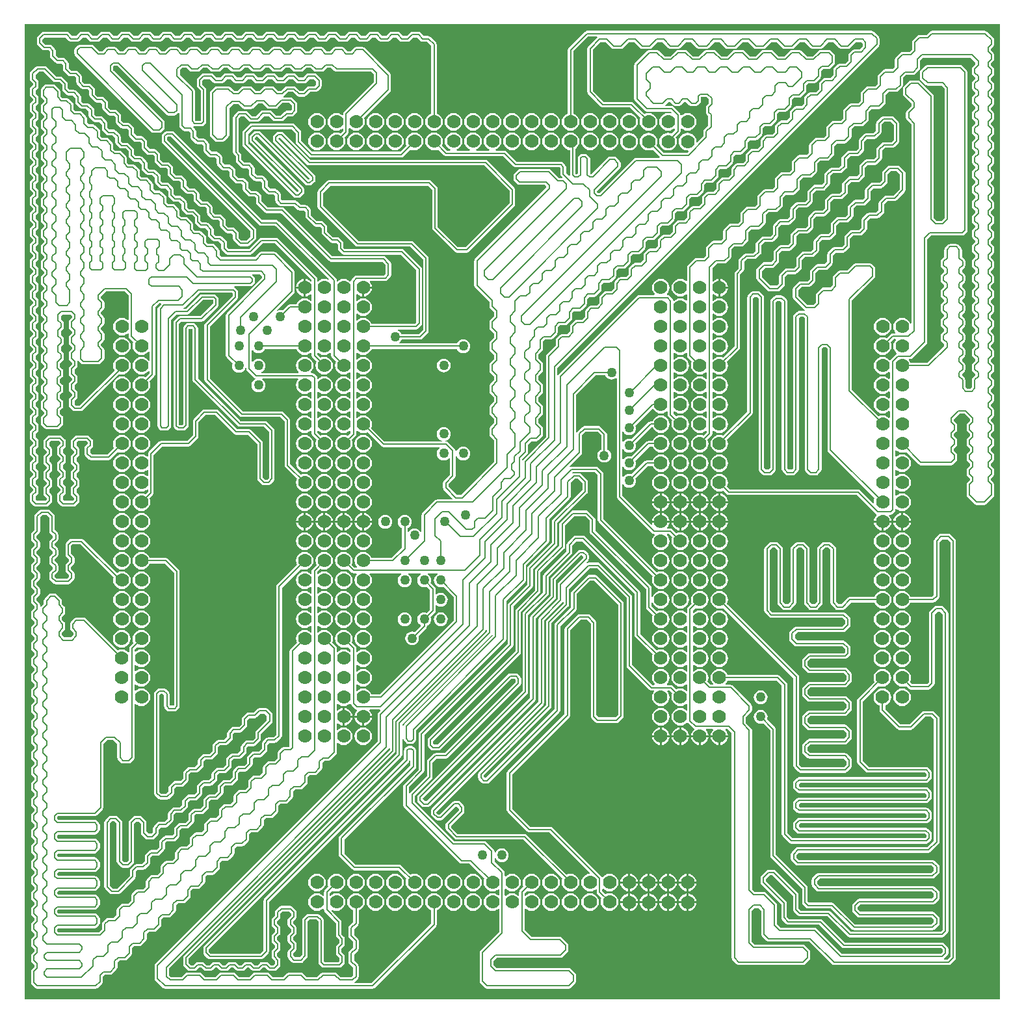
<source format=gbl>
%FSLAX25Y25*%
%MOIN*%
G70*
G01*
G75*
G04 Layer_Physical_Order=4*
G04 Layer_Color=16711680*
%ADD10C,0.00800*%
%ADD11C,0.07000*%
%ADD12C,0.05000*%
G36*
X500000Y0D02*
X0D01*
Y500000D01*
X500000D01*
Y0D01*
D02*
G37*
%LPC*%
G36*
X450000Y189539D02*
X448825Y189384D01*
X447731Y188931D01*
X446791Y188209D01*
X446069Y187269D01*
X445616Y186175D01*
X445461Y185000D01*
X445616Y183825D01*
X446069Y182731D01*
X446791Y181791D01*
X447731Y181069D01*
X448825Y180616D01*
X450000Y180461D01*
X451175Y180616D01*
X452269Y181069D01*
X453209Y181791D01*
X453931Y182731D01*
X454384Y183825D01*
X454539Y185000D01*
X454384Y186175D01*
X453931Y187269D01*
X453209Y188209D01*
X452269Y188931D01*
X451175Y189384D01*
X450000Y189539D01*
D02*
G37*
G36*
X50000Y199539D02*
X48825Y199384D01*
X47731Y198931D01*
X46791Y198209D01*
X46069Y197269D01*
X45616Y196175D01*
X45461Y195000D01*
X45616Y193825D01*
X46069Y192731D01*
X46791Y191791D01*
X47731Y191069D01*
X48825Y190616D01*
X50000Y190461D01*
X51175Y190616D01*
X52269Y191069D01*
X53209Y191791D01*
X53931Y192731D01*
X54384Y193825D01*
X54539Y195000D01*
X54384Y196175D01*
X53931Y197269D01*
X53209Y198209D01*
X52269Y198931D01*
X51175Y199384D01*
X50000Y199539D01*
D02*
G37*
G36*
X60000D02*
X58825Y199384D01*
X57731Y198931D01*
X56791Y198209D01*
X56069Y197269D01*
X55616Y196175D01*
X55461Y195000D01*
X55616Y193825D01*
X56069Y192731D01*
X56791Y191791D01*
X57731Y191069D01*
X58825Y190616D01*
X60000Y190461D01*
X61175Y190616D01*
X62269Y191069D01*
X63209Y191791D01*
X63931Y192731D01*
X64384Y193825D01*
X64539Y195000D01*
X64384Y196175D01*
X63931Y197269D01*
X63209Y198209D01*
X62269Y198931D01*
X61175Y199384D01*
X60000Y199539D01*
D02*
G37*
G36*
X439917Y189539D02*
X438742Y189384D01*
X437647Y188931D01*
X436707Y188209D01*
X435986Y187269D01*
X435532Y186175D01*
X435378Y185000D01*
X435532Y183825D01*
X435986Y182731D01*
X436707Y181791D01*
X437647Y181069D01*
X438742Y180616D01*
X439917Y180461D01*
X441091Y180616D01*
X442186Y181069D01*
X443126Y181791D01*
X443847Y182731D01*
X444301Y183825D01*
X444455Y185000D01*
X444301Y186175D01*
X443847Y187269D01*
X443126Y188209D01*
X442186Y188931D01*
X441091Y189384D01*
X439917Y189539D01*
D02*
G37*
G36*
X173721D02*
X172546Y189384D01*
X171451Y188931D01*
X170511Y188209D01*
X169790Y187269D01*
X169336Y186175D01*
X169182Y185000D01*
X169336Y183825D01*
X169790Y182731D01*
X170511Y181791D01*
X171451Y181069D01*
X172546Y180616D01*
X173721Y180461D01*
X174895Y180616D01*
X175990Y181069D01*
X176930Y181791D01*
X177651Y182731D01*
X178105Y183825D01*
X178259Y185000D01*
X178105Y186175D01*
X177651Y187269D01*
X176930Y188209D01*
X175990Y188931D01*
X174895Y189384D01*
X173721Y189539D01*
D02*
G37*
G36*
X326279D02*
X325105Y189384D01*
X324010Y188931D01*
X323070Y188209D01*
X322349Y187269D01*
X321895Y186175D01*
X321741Y185000D01*
X321895Y183825D01*
X322349Y182731D01*
X323070Y181791D01*
X324010Y181069D01*
X325105Y180616D01*
X326279Y180461D01*
X327454Y180616D01*
X328549Y181069D01*
X329489Y181791D01*
X330210Y182731D01*
X330664Y183825D01*
X330818Y185000D01*
X330664Y186175D01*
X330210Y187269D01*
X329489Y188209D01*
X328549Y188931D01*
X327454Y189384D01*
X326279Y189539D01*
D02*
G37*
G36*
X356279D02*
X355105Y189384D01*
X354010Y188931D01*
X353070Y188209D01*
X352349Y187269D01*
X351895Y186175D01*
X351741Y185000D01*
X351895Y183825D01*
X352349Y182731D01*
X353070Y181791D01*
X354010Y181069D01*
X355105Y180616D01*
X356279Y180461D01*
X357454Y180616D01*
X358549Y181069D01*
X359489Y181791D01*
X360210Y182731D01*
X360664Y183825D01*
X360818Y185000D01*
X360664Y186175D01*
X360210Y187269D01*
X359489Y188209D01*
X358549Y188931D01*
X357454Y189384D01*
X356279Y189539D01*
D02*
G37*
G36*
X450000Y199539D02*
X448825Y199384D01*
X447731Y198931D01*
X446791Y198209D01*
X446069Y197269D01*
X445616Y196175D01*
X445461Y195000D01*
X445616Y193825D01*
X446069Y192731D01*
X446791Y191791D01*
X447731Y191069D01*
X448825Y190616D01*
X450000Y190461D01*
X451175Y190616D01*
X452269Y191069D01*
X453209Y191791D01*
X453931Y192731D01*
X454384Y193825D01*
X454539Y195000D01*
X454384Y196175D01*
X453931Y197269D01*
X453209Y198209D01*
X452269Y198931D01*
X451175Y199384D01*
X450000Y199539D01*
D02*
G37*
G36*
X195000Y198530D02*
X194086Y198410D01*
X193235Y198057D01*
X192504Y197496D01*
X191943Y196765D01*
X191590Y195914D01*
X191470Y195000D01*
X191590Y194086D01*
X191943Y193235D01*
X192504Y192504D01*
X193235Y191943D01*
X194086Y191590D01*
X195000Y191470D01*
X195914Y191590D01*
X196765Y191943D01*
X197496Y192504D01*
X198057Y193235D01*
X198410Y194086D01*
X198530Y195000D01*
X198410Y195914D01*
X198057Y196765D01*
X197496Y197496D01*
X196765Y198057D01*
X195914Y198410D01*
X195000Y198530D01*
D02*
G37*
G36*
X213500D02*
X212586Y198410D01*
X211735Y198057D01*
X211004Y197496D01*
X210443Y196765D01*
X210090Y195914D01*
X209970Y195000D01*
X210090Y194086D01*
X210443Y193235D01*
X211004Y192504D01*
X211735Y191943D01*
X212586Y191590D01*
X213500Y191470D01*
X214414Y191590D01*
X215265Y191943D01*
X215996Y192504D01*
X216557Y193235D01*
X216910Y194086D01*
X217030Y195000D01*
X216910Y195914D01*
X216557Y196765D01*
X215996Y197496D01*
X215265Y198057D01*
X214414Y198410D01*
X213500Y198530D01*
D02*
G37*
G36*
X440000Y199539D02*
X438825Y199384D01*
X437731Y198931D01*
X436791Y198209D01*
X436069Y197269D01*
X435616Y196175D01*
X435461Y195000D01*
X435616Y193825D01*
X436069Y192731D01*
X436791Y191791D01*
X437731Y191069D01*
X438825Y190616D01*
X440000Y190461D01*
X441175Y190616D01*
X442269Y191069D01*
X443209Y191791D01*
X443931Y192731D01*
X444384Y193825D01*
X444539Y195000D01*
X444384Y196175D01*
X443931Y197269D01*
X443209Y198209D01*
X442269Y198931D01*
X441175Y199384D01*
X440000Y199539D01*
D02*
G37*
G36*
X163721D02*
X162546Y199384D01*
X161451Y198931D01*
X160511Y198209D01*
X159790Y197269D01*
X159336Y196175D01*
X159182Y195000D01*
X159336Y193825D01*
X159790Y192731D01*
X160511Y191791D01*
X161451Y191069D01*
X162546Y190616D01*
X163721Y190461D01*
X164895Y190616D01*
X165990Y191069D01*
X166930Y191791D01*
X167651Y192731D01*
X168105Y193825D01*
X168259Y195000D01*
X168105Y196175D01*
X167651Y197269D01*
X166930Y198209D01*
X165990Y198931D01*
X164895Y199384D01*
X163721Y199539D01*
D02*
G37*
G36*
X173721D02*
X172546Y199384D01*
X171451Y198931D01*
X170511Y198209D01*
X169790Y197269D01*
X169336Y196175D01*
X169182Y195000D01*
X169336Y193825D01*
X169790Y192731D01*
X170511Y191791D01*
X171451Y191069D01*
X172546Y190616D01*
X173721Y190461D01*
X174895Y190616D01*
X175990Y191069D01*
X176930Y191791D01*
X177651Y192731D01*
X178105Y193825D01*
X178259Y195000D01*
X178105Y196175D01*
X177651Y197269D01*
X176930Y198209D01*
X175990Y198931D01*
X174895Y199384D01*
X173721Y199539D01*
D02*
G37*
G36*
X356279D02*
X355105Y199384D01*
X354010Y198931D01*
X353070Y198209D01*
X352349Y197269D01*
X351895Y196175D01*
X351741Y195000D01*
X351895Y193825D01*
X352349Y192731D01*
X353070Y191791D01*
X354010Y191069D01*
X355105Y190616D01*
X356279Y190461D01*
X357454Y190616D01*
X358549Y191069D01*
X359489Y191791D01*
X360210Y192731D01*
X360664Y193825D01*
X360818Y195000D01*
X360664Y196175D01*
X360210Y197269D01*
X359489Y198209D01*
X358549Y198931D01*
X357454Y199384D01*
X356279Y199539D01*
D02*
G37*
G36*
X49916Y189539D02*
X48742Y189384D01*
X47647Y188931D01*
X46707Y188209D01*
X45986Y187269D01*
X45532Y186175D01*
X45378Y185000D01*
X45532Y183825D01*
X45986Y182731D01*
X46707Y181791D01*
X47647Y181069D01*
X48742Y180616D01*
X49916Y180461D01*
X51091Y180616D01*
X52186Y181069D01*
X53126Y181791D01*
X53847Y182731D01*
X54301Y183825D01*
X54455Y185000D01*
X54301Y186175D01*
X53847Y187269D01*
X53126Y188209D01*
X52186Y188931D01*
X51091Y189384D01*
X49916Y189539D01*
D02*
G37*
G36*
X168193Y144500D02*
X164220D01*
Y140527D01*
X164895Y140616D01*
X165990Y141069D01*
X166930Y141791D01*
X167651Y142731D01*
X168105Y143825D01*
X168193Y144500D01*
D02*
G37*
G36*
X173221D02*
X169247D01*
X169336Y143825D01*
X169790Y142731D01*
X170511Y141791D01*
X171451Y141069D01*
X172546Y140616D01*
X173221Y140527D01*
Y144500D01*
D02*
G37*
G36*
X178193D02*
X174221D01*
Y140527D01*
X174895Y140616D01*
X175990Y141069D01*
X176930Y141791D01*
X177651Y142731D01*
X178105Y143825D01*
X178193Y144500D01*
D02*
G37*
G36*
X326279Y149539D02*
X325105Y149384D01*
X324010Y148931D01*
X323070Y148209D01*
X322349Y147269D01*
X321895Y146175D01*
X321741Y145000D01*
X321895Y143825D01*
X322349Y142731D01*
X323070Y141791D01*
X324010Y141069D01*
X325105Y140616D01*
X326279Y140461D01*
X327454Y140616D01*
X328549Y141069D01*
X329489Y141791D01*
X330210Y142731D01*
X330664Y143825D01*
X330818Y145000D01*
X330664Y146175D01*
X330210Y147269D01*
X329489Y148209D01*
X328549Y148931D01*
X327454Y149384D01*
X326279Y149539D01*
D02*
G37*
G36*
X326780Y139473D02*
Y135500D01*
X330752D01*
X330664Y136175D01*
X330210Y137269D01*
X329489Y138209D01*
X328549Y138931D01*
X327454Y139384D01*
X326780Y139473D01*
D02*
G37*
G36*
X335780D02*
X335105Y139384D01*
X334010Y138931D01*
X333070Y138209D01*
X332349Y137269D01*
X331895Y136175D01*
X331806Y135500D01*
X335780D01*
Y139473D01*
D02*
G37*
G36*
X336779D02*
Y135500D01*
X340753D01*
X340664Y136175D01*
X340210Y137269D01*
X339489Y138209D01*
X338549Y138931D01*
X337454Y139384D01*
X336779Y139473D01*
D02*
G37*
G36*
X356279Y179539D02*
X355105Y179384D01*
X354010Y178931D01*
X353070Y178209D01*
X352349Y177269D01*
X351895Y176175D01*
X351741Y175000D01*
X351895Y173825D01*
X352349Y172731D01*
X353070Y171791D01*
X354010Y171069D01*
X355105Y170616D01*
X356279Y170461D01*
X357454Y170616D01*
X358549Y171069D01*
X359489Y171791D01*
X360210Y172731D01*
X360664Y173825D01*
X360818Y175000D01*
X360664Y176175D01*
X360210Y177269D01*
X359489Y178209D01*
X358549Y178931D01*
X357454Y179384D01*
X356279Y179539D01*
D02*
G37*
G36*
X439917D02*
X438742Y179384D01*
X437647Y178931D01*
X436707Y178209D01*
X435986Y177269D01*
X435532Y176175D01*
X435378Y175000D01*
X435532Y173825D01*
X435986Y172731D01*
X436707Y171791D01*
X437647Y171069D01*
X438742Y170616D01*
X439917Y170461D01*
X441091Y170616D01*
X442186Y171069D01*
X443126Y171791D01*
X443847Y172731D01*
X444301Y173825D01*
X444455Y175000D01*
X444301Y176175D01*
X443847Y177269D01*
X443126Y178209D01*
X442186Y178931D01*
X441091Y179384D01*
X439917Y179539D01*
D02*
G37*
G36*
X450000D02*
X448825Y179384D01*
X447731Y178931D01*
X446791Y178209D01*
X446069Y177269D01*
X445616Y176175D01*
X445461Y175000D01*
X445616Y173825D01*
X446069Y172731D01*
X446791Y171791D01*
X447731Y171069D01*
X448825Y170616D01*
X450000Y170461D01*
X451175Y170616D01*
X452269Y171069D01*
X453209Y171791D01*
X453931Y172731D01*
X454384Y173825D01*
X454539Y175000D01*
X454384Y176175D01*
X453931Y177269D01*
X453209Y178209D01*
X452269Y178931D01*
X451175Y179384D01*
X450000Y179539D01*
D02*
G37*
G36*
X377500Y158530D02*
X376586Y158410D01*
X375735Y158057D01*
X375004Y157496D01*
X374443Y156765D01*
X374090Y155914D01*
X373970Y155000D01*
X374090Y154086D01*
X374443Y153235D01*
X375004Y152504D01*
X375735Y151943D01*
X376586Y151590D01*
X377500Y151470D01*
X378414Y151590D01*
X379265Y151943D01*
X379996Y152504D01*
X380557Y153235D01*
X380910Y154086D01*
X381030Y155000D01*
X380910Y155914D01*
X380557Y156765D01*
X379996Y157496D01*
X379265Y158057D01*
X378414Y158410D01*
X377500Y158530D01*
D02*
G37*
G36*
X164220Y149473D02*
Y145500D01*
X168193D01*
X168105Y146175D01*
X167651Y147269D01*
X166930Y148209D01*
X165990Y148931D01*
X164895Y149384D01*
X164220Y149473D01*
D02*
G37*
G36*
X143720Y229539D02*
X142546Y229384D01*
X141451Y228931D01*
X140511Y228209D01*
X139790Y227269D01*
X139336Y226175D01*
X139182Y225000D01*
X139336Y223825D01*
X139685Y222983D01*
X129591Y212889D01*
X129281Y212426D01*
X129173Y211879D01*
X129173Y211879D01*
Y135891D01*
X127709Y134427D01*
X124900D01*
X124354Y134319D01*
X124168Y134195D01*
X123891Y134009D01*
X123891Y134009D01*
X122091Y132209D01*
X121781Y131746D01*
X121673Y131200D01*
X121673Y131200D01*
Y128591D01*
X120209Y127127D01*
X117400D01*
X116854Y127019D01*
X116668Y126895D01*
X116391Y126709D01*
X116391Y126709D01*
X114591Y124909D01*
X114281Y124446D01*
X114173Y123900D01*
X114173Y123900D01*
Y121291D01*
X112709Y119827D01*
X109900D01*
X109354Y119719D01*
X109168Y119595D01*
X108891Y119409D01*
X108891Y119409D01*
X107091Y117609D01*
X106781Y117146D01*
X106673Y116600D01*
X106673Y116600D01*
Y113991D01*
X105209Y112527D01*
X102400D01*
X101854Y112419D01*
X101668Y112295D01*
X101391Y112109D01*
X101391Y112109D01*
X99591Y110309D01*
X99281Y109846D01*
X99173Y109300D01*
X99173Y109300D01*
Y106691D01*
X97709Y105227D01*
X94900D01*
X94354Y105119D01*
X94168Y104995D01*
X93891Y104809D01*
X93891Y104809D01*
X92091Y103009D01*
X91781Y102546D01*
X91673Y102000D01*
X91673Y102000D01*
Y99391D01*
X90209Y97927D01*
X87400D01*
X86854Y97819D01*
X86668Y97695D01*
X86391Y97509D01*
X86391Y97509D01*
X84591Y95709D01*
X84281Y95246D01*
X84173Y94700D01*
X84173Y94700D01*
Y92091D01*
X82709Y90627D01*
X79900D01*
X79354Y90519D01*
X79168Y90395D01*
X78891Y90209D01*
X78891Y90209D01*
X77091Y88409D01*
X76781Y87946D01*
X76673Y87400D01*
X76673Y87400D01*
Y84791D01*
X75909Y84027D01*
X72400D01*
X71854Y83919D01*
X71668Y83795D01*
X71391Y83609D01*
X71391Y83609D01*
X69591Y81809D01*
X69281Y81346D01*
X69173Y80800D01*
X69173Y80800D01*
Y78191D01*
X67709Y76727D01*
X64900D01*
X64354Y76619D01*
X64168Y76495D01*
X63891Y76309D01*
X63891Y76309D01*
X62091Y74509D01*
X61781Y74046D01*
X61673Y73500D01*
X61673Y73500D01*
Y70891D01*
X60209Y69427D01*
X57400D01*
X56854Y69319D01*
X56668Y69195D01*
X56391Y69009D01*
X56391Y69009D01*
X54591Y67209D01*
X54281Y66746D01*
X54173Y66200D01*
X54173Y66200D01*
Y63591D01*
X47509Y56927D01*
X45391D01*
X43827Y58491D01*
Y90309D01*
X44891Y91373D01*
X46209D01*
X47273Y90309D01*
Y70900D01*
X47273Y70900D01*
X47381Y70354D01*
X47691Y69891D01*
X49591Y67991D01*
X49591Y67991D01*
X50054Y67681D01*
X50600Y67573D01*
X50600Y67573D01*
X53100D01*
X53100Y67573D01*
X53646Y67681D01*
X54109Y67991D01*
X55909Y69791D01*
X55909Y69791D01*
X56095Y70068D01*
X56219Y70254D01*
X56327Y70800D01*
X56327Y70800D01*
X56327Y70800D01*
Y70800D01*
Y90209D01*
X57391Y91273D01*
X58709D01*
X59773Y90209D01*
Y85500D01*
X59773Y85500D01*
X59881Y84954D01*
X60191Y84491D01*
X62091Y82591D01*
X62091Y82591D01*
X62554Y82281D01*
X62554Y82281D01*
X62554Y82281D01*
D01*
X62554Y82281D01*
X62554Y82281D01*
X63100Y82173D01*
X63100Y82173D01*
X65600D01*
X65600Y82173D01*
X66146Y82281D01*
X66609Y82591D01*
X68409Y84391D01*
X68409Y84391D01*
X68595Y84668D01*
X68719Y84854D01*
X68827Y85400D01*
X68827Y85400D01*
X68827Y85400D01*
Y85400D01*
Y87309D01*
X69791Y88273D01*
X72600D01*
X72600Y88273D01*
X73146Y88381D01*
X73609Y88691D01*
X76009Y91091D01*
X76009Y91091D01*
X76195Y91368D01*
X76319Y91554D01*
X76427Y92100D01*
X76427Y92100D01*
X76427Y92100D01*
Y92100D01*
Y94709D01*
X77391Y95673D01*
X80200D01*
X80200Y95673D01*
X80746Y95781D01*
X81209Y96091D01*
X83409Y98291D01*
X83719Y98754D01*
X83827Y99300D01*
X83827Y99300D01*
Y101209D01*
X84791Y102173D01*
X87600D01*
X87600Y102173D01*
X88146Y102281D01*
X88609Y102591D01*
X90909Y104891D01*
X90909Y104891D01*
X91219Y105354D01*
X91219Y105354D01*
X91219Y105354D01*
X91327Y105900D01*
X91327Y105900D01*
Y108509D01*
X92391Y109573D01*
X95200D01*
X95200Y109573D01*
X95746Y109681D01*
X96209Y109991D01*
X98409Y112191D01*
X98719Y112654D01*
X98827Y113200D01*
X98827Y113200D01*
Y115109D01*
X99791Y116073D01*
X102600D01*
X102600Y116073D01*
X103146Y116181D01*
X103609Y116491D01*
X105909Y118791D01*
X105909Y118791D01*
X106219Y119254D01*
X106327Y119800D01*
X106327Y119800D01*
Y122409D01*
X107291Y123373D01*
X110100D01*
X110100Y123373D01*
X110646Y123481D01*
X111109Y123791D01*
X113409Y126091D01*
X113409Y126091D01*
X113719Y126554D01*
X113719Y126554D01*
X113719Y126554D01*
X113827Y127100D01*
X113827Y127100D01*
Y129009D01*
X114791Y129973D01*
X117600D01*
X117600Y129973D01*
X118146Y130081D01*
X118609Y130391D01*
X120909Y132691D01*
X120909Y132691D01*
X121219Y133154D01*
X121219Y133154D01*
X121219Y133154D01*
X121327Y133700D01*
X121327Y133700D01*
Y136309D01*
X126709Y141691D01*
X126709Y141691D01*
X127019Y142154D01*
X127127Y142700D01*
X127127Y142700D01*
Y146100D01*
X127127Y146100D01*
X127019Y146646D01*
X126709Y147109D01*
X126709Y147109D01*
X124809Y149009D01*
X124346Y149319D01*
X123800Y149427D01*
X123800Y149427D01*
X120400D01*
X120400Y149427D01*
X119854Y149319D01*
X119391Y149009D01*
X119391Y149009D01*
X117509Y147127D01*
X114700D01*
X114154Y147019D01*
X113968Y146895D01*
X113691Y146709D01*
X113691Y146709D01*
X111891Y144909D01*
X111581Y144446D01*
X111473Y143900D01*
X111473Y143900D01*
Y141291D01*
X110009Y139827D01*
X107200D01*
X106654Y139719D01*
X106468Y139595D01*
X106191Y139409D01*
X106191Y139409D01*
X104391Y137609D01*
X104081Y137146D01*
X103973Y136600D01*
X103973Y136600D01*
Y134691D01*
X102509Y133227D01*
X99700D01*
X99154Y133119D01*
X98968Y132995D01*
X98691Y132809D01*
X98691Y132809D01*
X96891Y131009D01*
X96581Y130546D01*
X96473Y130000D01*
X96473Y130000D01*
Y127391D01*
X95009Y125927D01*
X92200D01*
X91654Y125819D01*
X91468Y125695D01*
X91191Y125509D01*
X91191Y125509D01*
X89391Y123709D01*
X89081Y123246D01*
X88973Y122700D01*
X88973Y122700D01*
Y120791D01*
X87509Y119327D01*
X84700D01*
X84154Y119219D01*
X83968Y119095D01*
X83691Y118909D01*
X83691Y118909D01*
X81891Y117109D01*
X81581Y116646D01*
X81473Y116100D01*
X81473Y116100D01*
Y113491D01*
X80009Y112027D01*
X77200D01*
X76654Y111919D01*
X76468Y111795D01*
X76191Y111609D01*
X76191Y111609D01*
X74391Y109809D01*
X74081Y109346D01*
X73973Y108800D01*
X73973Y108800D01*
Y106891D01*
X72509Y105427D01*
X70291D01*
X69227Y106491D01*
Y156109D01*
X69891Y156773D01*
X70909D01*
X71573Y156109D01*
Y150400D01*
X71573Y150400D01*
X71681Y149854D01*
X71991Y149391D01*
X73091Y148291D01*
X73091Y148291D01*
X73554Y147981D01*
X74100Y147873D01*
X77100D01*
X77100Y147873D01*
X77646Y147981D01*
X78109Y148291D01*
X79209Y149391D01*
X79209Y149391D01*
X79519Y149854D01*
X79627Y150400D01*
Y219400D01*
X79627Y219400D01*
X79519Y219946D01*
X79209Y220409D01*
X79209Y220409D01*
X73609Y226009D01*
X73146Y226319D01*
X72600Y226427D01*
X72600Y226427D01*
X64280D01*
X63931Y227269D01*
X63209Y228209D01*
X62269Y228931D01*
X61175Y229384D01*
X60000Y229539D01*
X58825Y229384D01*
X57731Y228931D01*
X56791Y228209D01*
X56069Y227269D01*
X55616Y226175D01*
X55461Y225000D01*
X55616Y223825D01*
X56069Y222731D01*
X56791Y221791D01*
X57731Y221069D01*
X58825Y220616D01*
X60000Y220461D01*
X61175Y220616D01*
X62269Y221069D01*
X63209Y221791D01*
X63931Y222731D01*
X64280Y223573D01*
X72009D01*
X76773Y218809D01*
Y150991D01*
X76509Y150727D01*
X74691D01*
X74427Y150991D01*
Y156700D01*
X74427Y156700D01*
X74319Y157246D01*
X74009Y157709D01*
X72509Y159209D01*
X72046Y159519D01*
X71500Y159627D01*
X71500Y159627D01*
X69300D01*
X69300Y159627D01*
X68754Y159519D01*
X68291Y159209D01*
X66791Y157709D01*
X66481Y157246D01*
X66373Y156700D01*
X66373Y156700D01*
Y105900D01*
X66373Y105900D01*
X66481Y105354D01*
X66791Y104891D01*
X68691Y102991D01*
X68691Y102991D01*
X69154Y102681D01*
X69154Y102681D01*
X69154Y102681D01*
D01*
X69154Y102681D01*
X69154Y102681D01*
X69700Y102573D01*
X69700Y102573D01*
X73100D01*
X73100Y102573D01*
X73646Y102681D01*
X74109Y102991D01*
X76409Y105291D01*
X76409Y105291D01*
X76719Y105754D01*
X76827Y106300D01*
X76827Y106300D01*
Y108209D01*
X77791Y109173D01*
X80600D01*
X80600Y109173D01*
X81146Y109281D01*
X81609Y109591D01*
X83909Y111891D01*
X83909Y111891D01*
X84219Y112354D01*
X84219Y112354D01*
X84219Y112354D01*
X84327Y112900D01*
X84327Y112900D01*
Y115509D01*
X85291Y116473D01*
X88100D01*
X88100Y116473D01*
X88646Y116581D01*
X89109Y116891D01*
X91409Y119191D01*
X91409Y119191D01*
X91719Y119654D01*
X91719Y119654D01*
X91719Y119654D01*
X91827Y120200D01*
X91827Y120200D01*
Y122109D01*
X92791Y123073D01*
X95600D01*
X95600Y123073D01*
X96146Y123181D01*
X96609Y123491D01*
X98909Y125791D01*
X98909Y125791D01*
X99219Y126254D01*
X99327Y126800D01*
X99327Y126800D01*
Y129409D01*
X100291Y130373D01*
X103100D01*
X103100Y130373D01*
X103646Y130481D01*
X104109Y130791D01*
X106409Y133091D01*
X106409Y133091D01*
X106719Y133554D01*
X106719Y133554D01*
X106719Y133554D01*
X106827Y134100D01*
X106827Y134100D01*
Y136009D01*
X107791Y136973D01*
X110600D01*
X110600Y136973D01*
X111146Y137081D01*
X111609Y137391D01*
X113909Y139691D01*
X113909Y139691D01*
X114219Y140154D01*
X114219Y140154D01*
X114219Y140154D01*
X114327Y140700D01*
X114327Y140700D01*
Y143309D01*
X115291Y144273D01*
X118100D01*
X118100Y144273D01*
X118646Y144381D01*
X119109Y144691D01*
X120991Y146573D01*
X123209D01*
X124273Y145509D01*
Y143291D01*
X118891Y137909D01*
X118581Y137446D01*
X118473Y136900D01*
X118473Y136900D01*
Y134291D01*
X117009Y132827D01*
X114200D01*
X113654Y132719D01*
X113468Y132595D01*
X113191Y132409D01*
X113191Y132409D01*
X111391Y130609D01*
X111081Y130146D01*
X110973Y129600D01*
X110973Y129600D01*
Y127691D01*
X109509Y126227D01*
X106700D01*
X106154Y126119D01*
X105968Y125995D01*
X105691Y125809D01*
X105691Y125809D01*
X103891Y124009D01*
X103581Y123546D01*
X103473Y123000D01*
X103473Y123000D01*
Y120391D01*
X102009Y118927D01*
X99200D01*
X98654Y118819D01*
X98468Y118695D01*
X98191Y118509D01*
X98191Y118509D01*
X96391Y116709D01*
X96081Y116246D01*
X95973Y115700D01*
X95973Y115700D01*
Y113791D01*
X94609Y112427D01*
X91800D01*
X91800Y112427D01*
X91254Y112319D01*
X90791Y112009D01*
X90791Y112009D01*
X88891Y110109D01*
X88581Y109646D01*
X88473Y109100D01*
X88473Y109100D01*
Y106491D01*
X87009Y105027D01*
X84200D01*
X83654Y104919D01*
X83468Y104795D01*
X83191Y104609D01*
X83191Y104609D01*
X81391Y102809D01*
X81081Y102346D01*
X80973Y101800D01*
X80973Y101800D01*
Y99891D01*
X79609Y98527D01*
X76800D01*
X76254Y98419D01*
X76068Y98295D01*
X75791Y98109D01*
X75791Y98109D01*
X73991Y96309D01*
X73681Y95846D01*
X73573Y95300D01*
X73573Y95300D01*
Y92691D01*
X72009Y91127D01*
X69200D01*
X68654Y91019D01*
X68468Y90895D01*
X68191Y90709D01*
X68191Y90709D01*
X66391Y88909D01*
X66081Y88446D01*
X65973Y87900D01*
X65973Y87900D01*
Y85991D01*
X65009Y85027D01*
X63691D01*
X62627Y86091D01*
Y90800D01*
X62627Y90800D01*
X62519Y91346D01*
X62209Y91809D01*
X62209Y91809D01*
X60309Y93709D01*
X59846Y94019D01*
X59300Y94127D01*
X59300Y94127D01*
X56800D01*
X56800Y94127D01*
X56254Y94019D01*
X55791Y93709D01*
X55791Y93709D01*
X53891Y91809D01*
X53581Y91346D01*
X53473Y90800D01*
X53473Y90800D01*
Y71391D01*
X52509Y70427D01*
X51191D01*
X50127Y71491D01*
Y90900D01*
X50127Y90900D01*
X50019Y91446D01*
X49709Y91909D01*
X49709Y91909D01*
X47809Y93809D01*
X47346Y94119D01*
X46800Y94227D01*
X46800Y94227D01*
X44300D01*
X44300Y94227D01*
X43754Y94119D01*
X43291Y93809D01*
X43291Y93809D01*
X41391Y91909D01*
X41081Y91446D01*
X40973Y90900D01*
X40973Y90900D01*
Y57900D01*
X40973Y57900D01*
X41081Y57354D01*
X41391Y56891D01*
X43791Y54491D01*
X43791Y54491D01*
X44068Y54305D01*
X44254Y54181D01*
X44800Y54073D01*
X48100D01*
X48100Y54073D01*
X48646Y54181D01*
X49109Y54491D01*
X56609Y61991D01*
X56609Y61991D01*
X56795Y62268D01*
X56919Y62454D01*
X57027Y63000D01*
X57027Y63000D01*
Y65609D01*
X57991Y66573D01*
X60800D01*
X60800Y66573D01*
X61346Y66681D01*
X61809Y66991D01*
X64109Y69291D01*
X64109Y69291D01*
X64419Y69754D01*
X64419Y69754D01*
X64419Y69754D01*
X64527Y70300D01*
X64527Y70300D01*
Y72909D01*
X65491Y73873D01*
X68300D01*
X68300Y73873D01*
X68846Y73981D01*
X69309Y74291D01*
X71609Y76591D01*
X71609Y76591D01*
X71919Y77054D01*
X72027Y77600D01*
X72027Y77600D01*
Y80209D01*
X72991Y81173D01*
X76500D01*
X76500Y81173D01*
X77046Y81281D01*
X77509Y81591D01*
X79109Y83191D01*
X79109Y83191D01*
X79295Y83468D01*
X79419Y83654D01*
X79527Y84200D01*
X79527Y84200D01*
Y86809D01*
X80491Y87773D01*
X83300D01*
X83300Y87773D01*
X83846Y87881D01*
X84309Y88191D01*
X86609Y90491D01*
X86609Y90491D01*
X86919Y90954D01*
X87027Y91500D01*
X87027Y91500D01*
Y94109D01*
X87991Y95073D01*
X90800D01*
X90800Y95073D01*
X91346Y95181D01*
X91809Y95491D01*
X94109Y97791D01*
X94109Y97791D01*
X94419Y98254D01*
X94419Y98254D01*
X94419Y98254D01*
X94527Y98800D01*
X94527Y98800D01*
Y101409D01*
X95491Y102373D01*
X98300D01*
X98300Y102373D01*
X98846Y102481D01*
X99309Y102791D01*
X101609Y105091D01*
X101609Y105091D01*
X101919Y105554D01*
X101919Y105554D01*
X101919Y105554D01*
X102027Y106100D01*
X102027Y106100D01*
Y108709D01*
X102991Y109673D01*
X105800D01*
X105800Y109673D01*
X106346Y109781D01*
X106809Y110091D01*
X109109Y112391D01*
X109109Y112391D01*
X109419Y112854D01*
X109527Y113400D01*
X109527Y113400D01*
Y116009D01*
X110491Y116973D01*
X113300D01*
X113300Y116973D01*
X113846Y117081D01*
X114309Y117391D01*
X116609Y119691D01*
X116609Y119691D01*
X116919Y120154D01*
X116919Y120154D01*
X116919Y120154D01*
X117027Y120700D01*
X117027Y120700D01*
Y123309D01*
X117991Y124273D01*
X120800D01*
X120800Y124273D01*
X121346Y124381D01*
X121809Y124691D01*
X124109Y126991D01*
X124109Y126991D01*
X124419Y127454D01*
X124419Y127454D01*
X124419Y127454D01*
X124527Y128000D01*
X124527Y128000D01*
Y130609D01*
X125491Y131573D01*
X128300D01*
X128300Y131573D01*
X128846Y131681D01*
X129309Y131991D01*
X131609Y134291D01*
X131609Y134291D01*
X131919Y134754D01*
X132027Y135300D01*
X132027Y135300D01*
Y211288D01*
X141704Y220965D01*
X142546Y220616D01*
X143720Y220461D01*
X144895Y220616D01*
X145990Y221069D01*
X146930Y221791D01*
X147651Y222731D01*
X148105Y223825D01*
X148259Y225000D01*
X148105Y226175D01*
X147651Y227269D01*
X146930Y228209D01*
X145990Y228931D01*
X144895Y229384D01*
X143720Y229539D01*
D02*
G37*
G36*
X450000Y159539D02*
X448825Y159384D01*
X447731Y158931D01*
X446791Y158209D01*
X446069Y157269D01*
X445616Y156175D01*
X445461Y155000D01*
X445616Y153825D01*
X446069Y152731D01*
X446791Y151791D01*
X447731Y151069D01*
X448825Y150616D01*
X450000Y150461D01*
X451175Y150616D01*
X452269Y151069D01*
X453209Y151791D01*
X453931Y152731D01*
X454384Y153825D01*
X454539Y155000D01*
X454384Y156175D01*
X453931Y157269D01*
X453209Y158209D01*
X452269Y158931D01*
X451175Y159384D01*
X450000Y159539D01*
D02*
G37*
G36*
X50000Y209539D02*
X48825Y209384D01*
X47731Y208931D01*
X46791Y208209D01*
X46069Y207269D01*
X45616Y206175D01*
X45461Y205000D01*
X45616Y203825D01*
X46069Y202731D01*
X46791Y201791D01*
X47731Y201069D01*
X48825Y200616D01*
X50000Y200461D01*
X51175Y200616D01*
X52269Y201069D01*
X53209Y201791D01*
X53931Y202731D01*
X54384Y203825D01*
X54539Y205000D01*
X54384Y206175D01*
X53931Y207269D01*
X53209Y208209D01*
X52269Y208931D01*
X51175Y209384D01*
X50000Y209539D01*
D02*
G37*
G36*
X60000Y239539D02*
X58825Y239384D01*
X57731Y238931D01*
X56791Y238209D01*
X56069Y237269D01*
X55616Y236175D01*
X55461Y235000D01*
X55616Y233825D01*
X56069Y232731D01*
X56791Y231791D01*
X57731Y231069D01*
X58825Y230616D01*
X60000Y230461D01*
X61175Y230616D01*
X62269Y231069D01*
X63209Y231791D01*
X63931Y232731D01*
X64384Y233825D01*
X64539Y235000D01*
X64384Y236175D01*
X63931Y237269D01*
X63209Y238209D01*
X62269Y238931D01*
X61175Y239384D01*
X60000Y239539D01*
D02*
G37*
G36*
X143720D02*
X142546Y239384D01*
X141451Y238931D01*
X140511Y238209D01*
X139790Y237269D01*
X139336Y236175D01*
X139182Y235000D01*
X139336Y233825D01*
X139790Y232731D01*
X140511Y231791D01*
X141451Y231069D01*
X142546Y230616D01*
X143720Y230461D01*
X144895Y230616D01*
X145990Y231069D01*
X146930Y231791D01*
X147651Y232731D01*
X148105Y233825D01*
X148259Y235000D01*
X148105Y236175D01*
X147651Y237269D01*
X146930Y238209D01*
X145990Y238931D01*
X144895Y239384D01*
X143720Y239539D01*
D02*
G37*
G36*
X153720D02*
X152546Y239384D01*
X151451Y238931D01*
X150511Y238209D01*
X149790Y237269D01*
X149336Y236175D01*
X149182Y235000D01*
X149336Y233825D01*
X149790Y232731D01*
X150511Y231791D01*
X151451Y231069D01*
X152546Y230616D01*
X153720Y230461D01*
X154895Y230616D01*
X155990Y231069D01*
X156930Y231791D01*
X157651Y232731D01*
X158105Y233825D01*
X158259Y235000D01*
X158105Y236175D01*
X157651Y237269D01*
X156930Y238209D01*
X155990Y238931D01*
X154895Y239384D01*
X153720Y239539D01*
D02*
G37*
G36*
X50000D02*
X48825Y239384D01*
X47731Y238931D01*
X46791Y238209D01*
X46069Y237269D01*
X45616Y236175D01*
X45461Y235000D01*
X45616Y233825D01*
X46069Y232731D01*
X46791Y231791D01*
X47731Y231069D01*
X48825Y230616D01*
X50000Y230461D01*
X51175Y230616D01*
X52269Y231069D01*
X53209Y231791D01*
X53931Y232731D01*
X54384Y233825D01*
X54539Y235000D01*
X54384Y236175D01*
X53931Y237269D01*
X53209Y238209D01*
X52269Y238931D01*
X51175Y239384D01*
X50000Y239539D01*
D02*
G37*
G36*
X356279Y229539D02*
X355105Y229384D01*
X354010Y228931D01*
X353070Y228209D01*
X352349Y227269D01*
X351895Y226175D01*
X351741Y225000D01*
X351895Y223825D01*
X352349Y222731D01*
X353070Y221791D01*
X354010Y221069D01*
X355105Y220616D01*
X356279Y220461D01*
X357454Y220616D01*
X358549Y221069D01*
X359489Y221791D01*
X360210Y222731D01*
X360664Y223825D01*
X360818Y225000D01*
X360664Y226175D01*
X360210Y227269D01*
X359489Y228209D01*
X358549Y228931D01*
X357454Y229384D01*
X356279Y229539D01*
D02*
G37*
G36*
X440000D02*
X438825Y229384D01*
X437731Y228931D01*
X436791Y228209D01*
X436069Y227269D01*
X435616Y226175D01*
X435461Y225000D01*
X435616Y223825D01*
X436069Y222731D01*
X436791Y221791D01*
X437731Y221069D01*
X438825Y220616D01*
X440000Y220461D01*
X441175Y220616D01*
X442269Y221069D01*
X443209Y221791D01*
X443931Y222731D01*
X444384Y223825D01*
X444539Y225000D01*
X444384Y226175D01*
X443931Y227269D01*
X443209Y228209D01*
X442269Y228931D01*
X441175Y229384D01*
X440000Y229539D01*
D02*
G37*
G36*
X450000D02*
X448825Y229384D01*
X447731Y228931D01*
X446791Y228209D01*
X446069Y227269D01*
X445616Y226175D01*
X445461Y225000D01*
X445616Y223825D01*
X446069Y222731D01*
X446791Y221791D01*
X447731Y221069D01*
X448825Y220616D01*
X450000Y220461D01*
X451175Y220616D01*
X452269Y221069D01*
X453209Y221791D01*
X453931Y222731D01*
X454384Y223825D01*
X454539Y225000D01*
X454384Y226175D01*
X453931Y227269D01*
X453209Y228209D01*
X452269Y228931D01*
X451175Y229384D01*
X450000Y229539D01*
D02*
G37*
G36*
X440000Y239539D02*
X438825Y239384D01*
X437731Y238931D01*
X436791Y238209D01*
X436069Y237269D01*
X435616Y236175D01*
X435461Y235000D01*
X435616Y233825D01*
X436069Y232731D01*
X436791Y231791D01*
X437731Y231069D01*
X438825Y230616D01*
X440000Y230461D01*
X441175Y230616D01*
X442269Y231069D01*
X443209Y231791D01*
X443931Y232731D01*
X444384Y233825D01*
X444539Y235000D01*
X444384Y236175D01*
X443931Y237269D01*
X443209Y238209D01*
X442269Y238931D01*
X441175Y239384D01*
X440000Y239539D01*
D02*
G37*
G36*
X450000D02*
X448825Y239384D01*
X447731Y238931D01*
X446791Y238209D01*
X446069Y237269D01*
X445616Y236175D01*
X445461Y235000D01*
X445616Y233825D01*
X446069Y232731D01*
X446791Y231791D01*
X447731Y231069D01*
X448825Y230616D01*
X450000Y230461D01*
X451175Y230616D01*
X452269Y231069D01*
X453209Y231791D01*
X453931Y232731D01*
X454384Y233825D01*
X454539Y235000D01*
X454384Y236175D01*
X453931Y237269D01*
X453209Y238209D01*
X452269Y238931D01*
X451175Y239384D01*
X450000Y239539D01*
D02*
G37*
G36*
X412600Y234527D02*
X412600Y234527D01*
X410000D01*
X410000Y234527D01*
X409454Y234419D01*
X408991Y234109D01*
X408991Y234109D01*
X406891Y232009D01*
X406581Y231546D01*
X406473Y231000D01*
X406473Y231000D01*
Y203991D01*
X405209Y202727D01*
X403791D01*
X402527Y203991D01*
Y231000D01*
X402527Y231000D01*
X402419Y231546D01*
X402109Y232009D01*
X402109Y232009D01*
X400009Y234109D01*
X399546Y234419D01*
X399000Y234527D01*
X399000Y234527D01*
X396400D01*
X396400Y234527D01*
X395854Y234419D01*
X395391Y234109D01*
X395391Y234109D01*
X393291Y232009D01*
X392981Y231546D01*
X392873Y231000D01*
X392873Y231000D01*
Y203991D01*
X391609Y202727D01*
X390191D01*
X388927Y203991D01*
Y231000D01*
X388927Y231000D01*
X388819Y231546D01*
X388509Y232009D01*
X388509Y232009D01*
X386409Y234109D01*
X385946Y234419D01*
X385400Y234527D01*
X385400Y234527D01*
X382800D01*
X382800Y234527D01*
X382254Y234419D01*
X381791Y234109D01*
X381791Y234109D01*
X379691Y232009D01*
X379381Y231546D01*
X379273Y231000D01*
X379273Y231000D01*
Y199400D01*
X379273Y199400D01*
X379381Y198854D01*
X379691Y198391D01*
X381891Y196191D01*
X382354Y195881D01*
X382900Y195773D01*
X382900Y195773D01*
X419309D01*
X420673Y194409D01*
Y192691D01*
X419309Y191327D01*
X395800D01*
X395800Y191327D01*
X395254Y191219D01*
X394791Y190909D01*
X392591Y188709D01*
X392281Y188246D01*
X392173Y187700D01*
X392173Y187700D01*
Y184800D01*
X392173Y184800D01*
X392281Y184254D01*
X392591Y183791D01*
X394791Y181591D01*
X395254Y181281D01*
X395800Y181173D01*
X395800Y181173D01*
X419309D01*
X420673Y179809D01*
Y178091D01*
X420109Y177527D01*
X402400D01*
X402400Y177527D01*
X401854Y177419D01*
X401391Y177109D01*
X399191Y174909D01*
X398881Y174446D01*
X398773Y173900D01*
X398773Y173900D01*
Y171000D01*
X398773Y171000D01*
X398881Y170454D01*
X399191Y169991D01*
X401391Y167791D01*
X401854Y167481D01*
X402400Y167373D01*
X402400Y167373D01*
X420109D01*
X421473Y166009D01*
Y164291D01*
X420109Y162927D01*
X402400D01*
X402400Y162927D01*
X401854Y162819D01*
X401391Y162509D01*
X399191Y160309D01*
X398881Y159846D01*
X398773Y159300D01*
X398773Y159300D01*
Y156400D01*
X398773Y156400D01*
X398881Y155854D01*
X399191Y155391D01*
X401391Y153191D01*
X401854Y152881D01*
X402400Y152773D01*
X402400Y152773D01*
X420109D01*
X421473Y151409D01*
Y149691D01*
X420109Y148327D01*
X402400D01*
X402400Y148327D01*
X401854Y148219D01*
X401391Y147909D01*
X399191Y145709D01*
X398881Y145246D01*
X398773Y144700D01*
X398773Y144700D01*
Y141800D01*
X398773Y141800D01*
X398881Y141254D01*
X399191Y140791D01*
X401391Y138591D01*
X401854Y138281D01*
X402400Y138173D01*
X402400Y138173D01*
X420109D01*
X421473Y136809D01*
Y135091D01*
X420109Y133727D01*
X402400D01*
X402400Y133727D01*
X401854Y133619D01*
X401391Y133309D01*
X399191Y131109D01*
X398881Y130646D01*
X398773Y130100D01*
X398773Y130100D01*
Y127200D01*
X398773Y127200D01*
X398881Y126654D01*
X399191Y126191D01*
X401391Y123991D01*
X401854Y123681D01*
X402400Y123573D01*
X402400Y123573D01*
X420109D01*
X421473Y122209D01*
Y120491D01*
X420109Y119127D01*
X398491D01*
X397127Y120491D01*
Y165579D01*
X397127Y165579D01*
X397019Y166126D01*
X396709Y166589D01*
X396709Y166589D01*
X360315Y202983D01*
X360664Y203825D01*
X360818Y205000D01*
X360664Y206175D01*
X360210Y207269D01*
X359489Y208209D01*
X358549Y208931D01*
X357454Y209384D01*
X356279Y209539D01*
X355105Y209384D01*
X354010Y208931D01*
X353070Y208209D01*
X352349Y207269D01*
X351895Y206175D01*
X351741Y205000D01*
X351895Y203825D01*
X352349Y202731D01*
X353070Y201791D01*
X354010Y201069D01*
X355105Y200616D01*
X356279Y200461D01*
X357454Y200616D01*
X358296Y200965D01*
X394273Y164988D01*
Y119900D01*
X394273Y119900D01*
X394381Y119354D01*
X394691Y118891D01*
X396891Y116691D01*
X397354Y116381D01*
X397900Y116273D01*
X397900Y116273D01*
X420700D01*
X420700Y116273D01*
X421246Y116381D01*
X421709Y116691D01*
X423909Y118891D01*
X424219Y119354D01*
X424327Y119900D01*
X424327Y119900D01*
Y122800D01*
X424327Y122800D01*
X424219Y123346D01*
X423909Y123809D01*
X421709Y126009D01*
X421246Y126319D01*
X420700Y126427D01*
X420700Y126427D01*
X402991D01*
X401627Y127791D01*
Y129509D01*
X402991Y130873D01*
X420700D01*
X420700Y130873D01*
X421246Y130981D01*
X421709Y131291D01*
X423909Y133491D01*
X424219Y133954D01*
X424327Y134500D01*
X424327Y134500D01*
Y137400D01*
X424327Y137400D01*
X424219Y137946D01*
X423909Y138409D01*
X421709Y140609D01*
X421246Y140919D01*
X420700Y141027D01*
X420700Y141027D01*
X402991D01*
X401627Y142391D01*
Y144109D01*
X402991Y145473D01*
X420700D01*
X420700Y145473D01*
X421246Y145581D01*
X421709Y145891D01*
X423909Y148091D01*
X424219Y148554D01*
X424327Y149100D01*
X424327Y149100D01*
Y152000D01*
X424327Y152000D01*
X424219Y152546D01*
X423909Y153009D01*
X421709Y155209D01*
X421246Y155519D01*
X420700Y155627D01*
X420700Y155627D01*
X402991D01*
X401627Y156991D01*
Y158709D01*
X402991Y160073D01*
X420700D01*
X420700Y160073D01*
X421246Y160181D01*
X421709Y160491D01*
X423909Y162691D01*
X424219Y163154D01*
X424327Y163700D01*
X424327Y163700D01*
Y166600D01*
X424327Y166600D01*
X424219Y167146D01*
X423909Y167609D01*
X421709Y169809D01*
X421246Y170119D01*
X420700Y170227D01*
X420700Y170227D01*
X402991D01*
X401627Y171591D01*
Y173309D01*
X402991Y174673D01*
X420700D01*
X420700Y174673D01*
X421246Y174781D01*
X421709Y175091D01*
X423109Y176491D01*
X423109Y176491D01*
X423419Y176954D01*
X423527Y177500D01*
X423527Y177500D01*
Y180400D01*
X423527Y180400D01*
X423419Y180946D01*
X423109Y181409D01*
X420909Y183609D01*
X420446Y183919D01*
X419900Y184027D01*
X419900Y184027D01*
X396391D01*
X395027Y185391D01*
Y187109D01*
X396391Y188473D01*
X419900D01*
X419900Y188473D01*
X420446Y188581D01*
X420909Y188891D01*
X423109Y191091D01*
X423419Y191554D01*
X423527Y192100D01*
X423527Y192100D01*
Y195000D01*
X423527Y195000D01*
X423419Y195546D01*
X423109Y196009D01*
X420909Y198209D01*
X420446Y198519D01*
X419900Y198627D01*
X419900Y198627D01*
X383491D01*
X382127Y199991D01*
Y230409D01*
X383391Y231673D01*
X384809D01*
X386073Y230409D01*
Y203400D01*
X386073Y203400D01*
X386181Y202854D01*
X386491Y202391D01*
X388591Y200291D01*
X388591Y200291D01*
X389054Y199981D01*
X389054Y199981D01*
X389054Y199981D01*
D01*
X389054Y199981D01*
X389054Y199981D01*
X389600Y199873D01*
X389600Y199873D01*
X392200D01*
X392200Y199873D01*
X392746Y199981D01*
X393209Y200291D01*
X395309Y202391D01*
X395309Y202391D01*
X395619Y202854D01*
X395727Y203400D01*
X395727Y203400D01*
Y230409D01*
X396991Y231673D01*
X398409D01*
X399673Y230409D01*
Y203400D01*
X399673Y203400D01*
X399781Y202854D01*
X400091Y202391D01*
X402191Y200291D01*
X402191Y200291D01*
X402654Y199981D01*
X402654Y199981D01*
X402654Y199981D01*
D01*
X402654Y199981D01*
X402654Y199981D01*
X403200Y199873D01*
X403200Y199873D01*
X405800D01*
X405800Y199873D01*
X406346Y199981D01*
X406809Y200291D01*
X408909Y202391D01*
X408909Y202391D01*
X409219Y202854D01*
X409327Y203400D01*
X409327Y203400D01*
Y230409D01*
X410591Y231673D01*
X412009D01*
X413273Y230409D01*
Y203400D01*
X413273Y203400D01*
X413381Y202854D01*
X413691Y202391D01*
X415791Y200291D01*
X415791Y200291D01*
X416254Y199981D01*
X416254Y199981D01*
X416254Y199981D01*
D01*
X416254Y199981D01*
X416254Y199981D01*
X416800Y199873D01*
X416800Y199873D01*
X419400D01*
X419400Y199873D01*
X419946Y199981D01*
X420409Y200291D01*
X423691Y203573D01*
X435720D01*
X436069Y202731D01*
X436791Y201791D01*
X437731Y201069D01*
X438825Y200616D01*
X440000Y200461D01*
X441175Y200616D01*
X442269Y201069D01*
X443209Y201791D01*
X443931Y202731D01*
X444384Y203825D01*
X444539Y205000D01*
X444384Y206175D01*
X443931Y207269D01*
X443209Y208209D01*
X442269Y208931D01*
X441175Y209384D01*
X440000Y209539D01*
X438825Y209384D01*
X437731Y208931D01*
X436791Y208209D01*
X436069Y207269D01*
X435720Y206427D01*
X423100D01*
X423100Y206427D01*
X422554Y206319D01*
X422091Y206009D01*
X418809Y202727D01*
X417391D01*
X416127Y203991D01*
Y231000D01*
X416127Y231000D01*
X416019Y231546D01*
X415709Y232009D01*
X415709Y232009D01*
X413609Y234109D01*
X413146Y234419D01*
X412600Y234527D01*
D02*
G37*
G36*
X356279Y239539D02*
X355105Y239384D01*
X354010Y238931D01*
X353070Y238209D01*
X352349Y237269D01*
X351895Y236175D01*
X351741Y235000D01*
X351895Y233825D01*
X352349Y232731D01*
X353070Y231791D01*
X354010Y231069D01*
X355105Y230616D01*
X356279Y230461D01*
X357454Y230616D01*
X358549Y231069D01*
X359489Y231791D01*
X360210Y232731D01*
X360664Y233825D01*
X360818Y235000D01*
X360664Y236175D01*
X360210Y237269D01*
X359489Y238209D01*
X358549Y238931D01*
X357454Y239384D01*
X356279Y239539D01*
D02*
G37*
G36*
X163721D02*
X162546Y239384D01*
X161451Y238931D01*
X160511Y238209D01*
X159790Y237269D01*
X159336Y236175D01*
X159182Y235000D01*
X159336Y233825D01*
X159790Y232731D01*
X160511Y231791D01*
X161451Y231069D01*
X162546Y230616D01*
X163721Y230461D01*
X164895Y230616D01*
X165990Y231069D01*
X166930Y231791D01*
X167651Y232731D01*
X168105Y233825D01*
X168259Y235000D01*
X168105Y236175D01*
X167651Y237269D01*
X166930Y238209D01*
X165990Y238931D01*
X164895Y239384D01*
X163721Y239539D01*
D02*
G37*
G36*
X173721D02*
X172546Y239384D01*
X171451Y238931D01*
X170511Y238209D01*
X169790Y237269D01*
X169336Y236175D01*
X169182Y235000D01*
X169336Y233825D01*
X169790Y232731D01*
X170511Y231791D01*
X171451Y231069D01*
X172546Y230616D01*
X173721Y230461D01*
X174895Y230616D01*
X175990Y231069D01*
X176930Y231791D01*
X177651Y232731D01*
X178105Y233825D01*
X178259Y235000D01*
X178105Y236175D01*
X177651Y237269D01*
X176930Y238209D01*
X175990Y238931D01*
X174895Y239384D01*
X173721Y239539D01*
D02*
G37*
G36*
X346280D02*
X345105Y239384D01*
X344010Y238931D01*
X343070Y238209D01*
X342349Y237269D01*
X341895Y236175D01*
X341741Y235000D01*
X341895Y233825D01*
X342349Y232731D01*
X343070Y231791D01*
X344010Y231069D01*
X345105Y230616D01*
X346280Y230461D01*
X347454Y230616D01*
X348549Y231069D01*
X349489Y231791D01*
X350210Y232731D01*
X350664Y233825D01*
X350818Y235000D01*
X350664Y236175D01*
X350210Y237269D01*
X349489Y238209D01*
X348549Y238931D01*
X347454Y239384D01*
X346280Y239539D01*
D02*
G37*
G36*
Y229539D02*
X345105Y229384D01*
X344010Y228931D01*
X343070Y228209D01*
X342349Y227269D01*
X341895Y226175D01*
X341741Y225000D01*
X341895Y223825D01*
X342349Y222731D01*
X343070Y221791D01*
X344010Y221069D01*
X345105Y220616D01*
X346280Y220461D01*
X347454Y220616D01*
X348549Y221069D01*
X349489Y221791D01*
X350210Y222731D01*
X350664Y223825D01*
X350818Y225000D01*
X350664Y226175D01*
X350210Y227269D01*
X349489Y228209D01*
X348549Y228931D01*
X347454Y229384D01*
X346280Y229539D01*
D02*
G37*
G36*
X60000Y219539D02*
X58825Y219384D01*
X57731Y218931D01*
X56791Y218209D01*
X56069Y217269D01*
X55616Y216175D01*
X55461Y215000D01*
X55616Y213825D01*
X56069Y212731D01*
X56791Y211791D01*
X57731Y211069D01*
X58825Y210616D01*
X60000Y210461D01*
X61175Y210616D01*
X62269Y211069D01*
X63209Y211791D01*
X63931Y212731D01*
X64384Y213825D01*
X64539Y215000D01*
X64384Y216175D01*
X63931Y217269D01*
X63209Y218209D01*
X62269Y218931D01*
X61175Y219384D01*
X60000Y219539D01*
D02*
G37*
G36*
X163721D02*
X162546Y219384D01*
X161451Y218931D01*
X160511Y218209D01*
X159790Y217269D01*
X159336Y216175D01*
X159182Y215000D01*
X159336Y213825D01*
X159790Y212731D01*
X160511Y211791D01*
X161451Y211069D01*
X162546Y210616D01*
X163721Y210461D01*
X164895Y210616D01*
X165990Y211069D01*
X166930Y211791D01*
X167651Y212731D01*
X168105Y213825D01*
X168259Y215000D01*
X168105Y216175D01*
X167651Y217269D01*
X166930Y218209D01*
X165990Y218931D01*
X164895Y219384D01*
X163721Y219539D01*
D02*
G37*
G36*
X336280D02*
X335105Y219384D01*
X334010Y218931D01*
X333070Y218209D01*
X332349Y217269D01*
X331895Y216175D01*
X331741Y215000D01*
X331895Y213825D01*
X332349Y212731D01*
X333070Y211791D01*
X334010Y211069D01*
X335105Y210616D01*
X336280Y210461D01*
X337454Y210616D01*
X338549Y211069D01*
X339489Y211791D01*
X340210Y212731D01*
X340664Y213825D01*
X340818Y215000D01*
X340664Y216175D01*
X340210Y217269D01*
X339489Y218209D01*
X338549Y218931D01*
X337454Y219384D01*
X336280Y219539D01*
D02*
G37*
G36*
Y209539D02*
X335105Y209384D01*
X334010Y208931D01*
X333070Y208209D01*
X332349Y207269D01*
X331895Y206175D01*
X331741Y205000D01*
X331895Y203825D01*
X332349Y202731D01*
X333070Y201791D01*
X334010Y201069D01*
X335105Y200616D01*
X336280Y200461D01*
X337454Y200616D01*
X338549Y201069D01*
X339489Y201791D01*
X340210Y202731D01*
X340664Y203825D01*
X340818Y205000D01*
X340664Y206175D01*
X340210Y207269D01*
X339489Y208209D01*
X338549Y208931D01*
X337454Y209384D01*
X336280Y209539D01*
D02*
G37*
G36*
X60000D02*
X58825Y209384D01*
X57731Y208931D01*
X56791Y208209D01*
X56069Y207269D01*
X55616Y206175D01*
X55461Y205000D01*
X55616Y203825D01*
X56069Y202731D01*
X56791Y201791D01*
X57731Y201069D01*
X58825Y200616D01*
X60000Y200461D01*
X61175Y200616D01*
X62269Y201069D01*
X63209Y201791D01*
X63931Y202731D01*
X64384Y203825D01*
X64539Y205000D01*
X64384Y206175D01*
X63931Y207269D01*
X63209Y208209D01*
X62269Y208931D01*
X61175Y209384D01*
X60000Y209539D01*
D02*
G37*
G36*
X163721D02*
X162546Y209384D01*
X161451Y208931D01*
X160511Y208209D01*
X159790Y207269D01*
X159336Y206175D01*
X159182Y205000D01*
X159336Y203825D01*
X159790Y202731D01*
X160511Y201791D01*
X161451Y201069D01*
X162546Y200616D01*
X163721Y200461D01*
X164895Y200616D01*
X165990Y201069D01*
X166930Y201791D01*
X167651Y202731D01*
X168105Y203825D01*
X168259Y205000D01*
X168105Y206175D01*
X167651Y207269D01*
X166930Y208209D01*
X165990Y208931D01*
X164895Y209384D01*
X163721Y209539D01*
D02*
G37*
G36*
X173721D02*
X172546Y209384D01*
X171451Y208931D01*
X170511Y208209D01*
X169790Y207269D01*
X169336Y206175D01*
X169182Y205000D01*
X169336Y203825D01*
X169790Y202731D01*
X170511Y201791D01*
X171451Y201069D01*
X172546Y200616D01*
X173721Y200461D01*
X174895Y200616D01*
X175990Y201069D01*
X176930Y201791D01*
X177651Y202731D01*
X178105Y203825D01*
X178259Y205000D01*
X178105Y206175D01*
X177651Y207269D01*
X176930Y208209D01*
X175990Y208931D01*
X174895Y209384D01*
X173721Y209539D01*
D02*
G37*
G36*
X50000Y229539D02*
X48825Y229384D01*
X47731Y228931D01*
X46791Y228209D01*
X46069Y227269D01*
X45616Y226175D01*
X45461Y225000D01*
X45616Y223825D01*
X46069Y222731D01*
X46791Y221791D01*
X47731Y221069D01*
X48825Y220616D01*
X50000Y220461D01*
X51175Y220616D01*
X52269Y221069D01*
X53209Y221791D01*
X53931Y222731D01*
X54384Y223825D01*
X54539Y225000D01*
X54384Y226175D01*
X53931Y227269D01*
X53209Y228209D01*
X52269Y228931D01*
X51175Y229384D01*
X50000Y229539D01*
D02*
G37*
G36*
X326279D02*
X325105Y229384D01*
X324010Y228931D01*
X323070Y228209D01*
X322349Y227269D01*
X321895Y226175D01*
X321741Y225000D01*
X321895Y223825D01*
X322349Y222731D01*
X323070Y221791D01*
X324010Y221069D01*
X325105Y220616D01*
X326279Y220461D01*
X327454Y220616D01*
X328549Y221069D01*
X329489Y221791D01*
X330210Y222731D01*
X330664Y223825D01*
X330818Y225000D01*
X330664Y226175D01*
X330210Y227269D01*
X329489Y228209D01*
X328549Y228931D01*
X327454Y229384D01*
X326279Y229539D01*
D02*
G37*
G36*
X336280D02*
X335105Y229384D01*
X334010Y228931D01*
X333070Y228209D01*
X332349Y227269D01*
X331895Y226175D01*
X331741Y225000D01*
X331895Y223825D01*
X332349Y222731D01*
X333070Y221791D01*
X334010Y221069D01*
X335105Y220616D01*
X336280Y220461D01*
X337454Y220616D01*
X338549Y221069D01*
X339489Y221791D01*
X340210Y222731D01*
X340664Y223825D01*
X340818Y225000D01*
X340664Y226175D01*
X340210Y227269D01*
X339489Y228209D01*
X338549Y228931D01*
X337454Y229384D01*
X336280Y229539D01*
D02*
G37*
G36*
X450000Y219539D02*
X448825Y219384D01*
X447731Y218931D01*
X446791Y218209D01*
X446069Y217269D01*
X445616Y216175D01*
X445461Y215000D01*
X445616Y213825D01*
X446069Y212731D01*
X446791Y211791D01*
X447731Y211069D01*
X448825Y210616D01*
X450000Y210461D01*
X451175Y210616D01*
X452269Y211069D01*
X453209Y211791D01*
X453931Y212731D01*
X454384Y213825D01*
X454539Y215000D01*
X454384Y216175D01*
X453931Y217269D01*
X453209Y218209D01*
X452269Y218931D01*
X451175Y219384D01*
X450000Y219539D01*
D02*
G37*
G36*
X346280D02*
X345105Y219384D01*
X344010Y218931D01*
X343070Y218209D01*
X342349Y217269D01*
X341895Y216175D01*
X341741Y215000D01*
X341895Y213825D01*
X342349Y212731D01*
X343070Y211791D01*
X344010Y211069D01*
X345105Y210616D01*
X346280Y210461D01*
X347454Y210616D01*
X348549Y211069D01*
X349489Y211791D01*
X350210Y212731D01*
X350664Y213825D01*
X350818Y215000D01*
X350664Y216175D01*
X350210Y217269D01*
X349489Y218209D01*
X348549Y218931D01*
X347454Y219384D01*
X346280Y219539D01*
D02*
G37*
G36*
X356279D02*
X355105Y219384D01*
X354010Y218931D01*
X353070Y218209D01*
X352349Y217269D01*
X351895Y216175D01*
X351741Y215000D01*
X351895Y213825D01*
X352349Y212731D01*
X353070Y211791D01*
X354010Y211069D01*
X355105Y210616D01*
X356279Y210461D01*
X357454Y210616D01*
X358549Y211069D01*
X359489Y211791D01*
X360210Y212731D01*
X360664Y213825D01*
X360818Y215000D01*
X360664Y216175D01*
X360210Y217269D01*
X359489Y218209D01*
X358549Y218931D01*
X357454Y219384D01*
X356279Y219539D01*
D02*
G37*
G36*
X440000D02*
X438825Y219384D01*
X437731Y218931D01*
X436791Y218209D01*
X436069Y217269D01*
X435616Y216175D01*
X435461Y215000D01*
X435616Y213825D01*
X436069Y212731D01*
X436791Y211791D01*
X437731Y211069D01*
X438825Y210616D01*
X440000Y210461D01*
X441175Y210616D01*
X442269Y211069D01*
X443209Y211791D01*
X443931Y212731D01*
X444384Y213825D01*
X444539Y215000D01*
X444384Y216175D01*
X443931Y217269D01*
X443209Y218209D01*
X442269Y218931D01*
X441175Y219384D01*
X440000Y219539D01*
D02*
G37*
G36*
X320500Y54390D02*
Y50416D01*
X324473D01*
X324384Y51091D01*
X323931Y52186D01*
X323209Y53126D01*
X322269Y53847D01*
X321175Y54301D01*
X320500Y54390D01*
D02*
G37*
G36*
X329500D02*
X328825Y54301D01*
X327731Y53847D01*
X326791Y53126D01*
X326069Y52186D01*
X325616Y51091D01*
X325527Y50416D01*
X329500D01*
Y54390D01*
D02*
G37*
G36*
X330500D02*
Y50416D01*
X334473D01*
X334384Y51091D01*
X333931Y52186D01*
X333209Y53126D01*
X332269Y53847D01*
X331175Y54301D01*
X330500Y54390D01*
D02*
G37*
G36*
X319500D02*
X318825Y54301D01*
X317731Y53847D01*
X316791Y53126D01*
X316069Y52186D01*
X315616Y51091D01*
X315527Y50416D01*
X319500D01*
Y54390D01*
D02*
G37*
G36*
X290000Y54539D02*
X288825Y54384D01*
X287731Y53931D01*
X286791Y53209D01*
X286069Y52269D01*
X285616Y51175D01*
X285461Y50000D01*
X285616Y48825D01*
X286069Y47731D01*
X286791Y46791D01*
X287731Y46069D01*
X288825Y45616D01*
X290000Y45461D01*
X291175Y45616D01*
X292269Y46069D01*
X293209Y46791D01*
X293931Y47731D01*
X294384Y48825D01*
X294539Y50000D01*
X294384Y51175D01*
X293931Y52269D01*
X293209Y53209D01*
X292269Y53931D01*
X291175Y54384D01*
X290000Y54539D01*
D02*
G37*
G36*
X309500Y54390D02*
X308825Y54301D01*
X307731Y53847D01*
X306791Y53126D01*
X306069Y52186D01*
X305616Y51091D01*
X305527Y50416D01*
X309500D01*
Y54390D01*
D02*
G37*
G36*
X310500D02*
Y50416D01*
X314473D01*
X314384Y51091D01*
X313931Y52186D01*
X313209Y53126D01*
X312269Y53847D01*
X311175Y54301D01*
X310500Y54390D01*
D02*
G37*
G36*
X180000Y64539D02*
X178825Y64384D01*
X177731Y63931D01*
X176791Y63209D01*
X176069Y62269D01*
X175616Y61175D01*
X175461Y60000D01*
X175616Y58825D01*
X176069Y57731D01*
X176791Y56791D01*
X177731Y56069D01*
X178825Y55616D01*
X180000Y55461D01*
X181175Y55616D01*
X182269Y56069D01*
X183209Y56791D01*
X183931Y57731D01*
X184384Y58825D01*
X184539Y60000D01*
X184384Y61175D01*
X183931Y62269D01*
X183209Y63209D01*
X182269Y63931D01*
X181175Y64384D01*
X180000Y64539D01*
D02*
G37*
G36*
X190000D02*
X188825Y64384D01*
X187731Y63931D01*
X186791Y63209D01*
X186069Y62269D01*
X185616Y61175D01*
X185461Y60000D01*
X185616Y58825D01*
X186069Y57731D01*
X186791Y56791D01*
X187731Y56069D01*
X188825Y55616D01*
X190000Y55461D01*
X191175Y55616D01*
X192269Y56069D01*
X193209Y56791D01*
X193931Y57731D01*
X194384Y58825D01*
X194539Y60000D01*
X194384Y61175D01*
X193931Y62269D01*
X193209Y63209D01*
X192269Y63931D01*
X191175Y64384D01*
X190000Y64539D01*
D02*
G37*
G36*
X210000D02*
X208825Y64384D01*
X207731Y63931D01*
X206791Y63209D01*
X206069Y62269D01*
X205616Y61175D01*
X205461Y60000D01*
X205616Y58825D01*
X206069Y57731D01*
X206791Y56791D01*
X207731Y56069D01*
X208825Y55616D01*
X210000Y55461D01*
X211175Y55616D01*
X212269Y56069D01*
X213209Y56791D01*
X213931Y57731D01*
X214384Y58825D01*
X214539Y60000D01*
X214384Y61175D01*
X213931Y62269D01*
X213209Y63209D01*
X212269Y63931D01*
X211175Y64384D01*
X210000Y64539D01*
D02*
G37*
G36*
X170000D02*
X168825Y64384D01*
X167731Y63931D01*
X166791Y63209D01*
X166069Y62269D01*
X165616Y61175D01*
X165461Y60000D01*
X165616Y58825D01*
X166069Y57731D01*
X166791Y56791D01*
X167731Y56069D01*
X168825Y55616D01*
X170000Y55461D01*
X171175Y55616D01*
X172269Y56069D01*
X173209Y56791D01*
X173931Y57731D01*
X174384Y58825D01*
X174539Y60000D01*
X174384Y61175D01*
X173931Y62269D01*
X173209Y63209D01*
X172269Y63931D01*
X171175Y64384D01*
X170000Y64539D01*
D02*
G37*
G36*
X339500Y54390D02*
X338825Y54301D01*
X337731Y53847D01*
X336791Y53126D01*
X336069Y52186D01*
X335616Y51091D01*
X335527Y50416D01*
X339500D01*
Y54390D01*
D02*
G37*
G36*
X340500D02*
Y50416D01*
X344473D01*
X344384Y51091D01*
X343931Y52186D01*
X343209Y53126D01*
X342269Y53847D01*
X341175Y54301D01*
X340500Y54390D01*
D02*
G37*
G36*
X150000Y64539D02*
X148825Y64384D01*
X147731Y63931D01*
X146791Y63209D01*
X146069Y62269D01*
X145616Y61175D01*
X145461Y60000D01*
X145616Y58825D01*
X146069Y57731D01*
X146791Y56791D01*
X147731Y56069D01*
X148825Y55616D01*
X150000Y55461D01*
X151175Y55616D01*
X152269Y56069D01*
X153209Y56791D01*
X153931Y57731D01*
X154384Y58825D01*
X154539Y60000D01*
X154384Y61175D01*
X153931Y62269D01*
X153209Y63209D01*
X152269Y63931D01*
X151175Y64384D01*
X150000Y64539D01*
D02*
G37*
G36*
X280000Y54539D02*
X278825Y54384D01*
X277731Y53931D01*
X276791Y53209D01*
X276069Y52269D01*
X275616Y51175D01*
X275461Y50000D01*
X275616Y48825D01*
X276069Y47731D01*
X276791Y46791D01*
X277731Y46069D01*
X278825Y45616D01*
X280000Y45461D01*
X281175Y45616D01*
X282269Y46069D01*
X283209Y46791D01*
X283931Y47731D01*
X284384Y48825D01*
X284539Y50000D01*
X284384Y51175D01*
X283931Y52269D01*
X283209Y53209D01*
X282269Y53931D01*
X281175Y54384D01*
X280000Y54539D01*
D02*
G37*
G36*
X329500Y49417D02*
X325527D01*
X325616Y48742D01*
X326069Y47647D01*
X326791Y46707D01*
X327731Y45986D01*
X328825Y45532D01*
X329500Y45443D01*
Y49417D01*
D02*
G37*
G36*
X334473D02*
X330500D01*
Y45443D01*
X331175Y45532D01*
X332269Y45986D01*
X333209Y46707D01*
X333931Y47647D01*
X334384Y48742D01*
X334473Y49417D01*
D02*
G37*
G36*
X339500D02*
X335527D01*
X335616Y48742D01*
X336069Y47647D01*
X336791Y46707D01*
X337731Y45986D01*
X338825Y45532D01*
X339500Y45443D01*
Y49417D01*
D02*
G37*
G36*
X324473D02*
X320500D01*
Y45443D01*
X321175Y45532D01*
X322269Y45986D01*
X323209Y46707D01*
X323931Y47647D01*
X324384Y48742D01*
X324473Y49417D01*
D02*
G37*
G36*
X309500D02*
X305527D01*
X305616Y48742D01*
X306069Y47647D01*
X306791Y46707D01*
X307731Y45986D01*
X308825Y45532D01*
X309500Y45443D01*
Y49417D01*
D02*
G37*
G36*
X314473D02*
X310500D01*
Y45443D01*
X311175Y45532D01*
X312269Y45986D01*
X313209Y46707D01*
X313931Y47647D01*
X314384Y48742D01*
X314473Y49417D01*
D02*
G37*
G36*
X319500D02*
X315527D01*
X315616Y48742D01*
X316069Y47647D01*
X316791Y46707D01*
X317731Y45986D01*
X318825Y45532D01*
X319500Y45443D01*
Y49417D01*
D02*
G37*
G36*
X220000Y54539D02*
X218825Y54384D01*
X217731Y53931D01*
X216791Y53209D01*
X216069Y52269D01*
X215616Y51175D01*
X215461Y50000D01*
X215616Y48825D01*
X216069Y47731D01*
X216791Y46791D01*
X217731Y46069D01*
X218825Y45616D01*
X220000Y45461D01*
X221175Y45616D01*
X222269Y46069D01*
X223209Y46791D01*
X223931Y47731D01*
X224384Y48825D01*
X224539Y50000D01*
X224384Y51175D01*
X223931Y52269D01*
X223209Y53209D01*
X222269Y53931D01*
X221175Y54384D01*
X220000Y54539D01*
D02*
G37*
G36*
X230000D02*
X228825Y54384D01*
X227731Y53931D01*
X226791Y53209D01*
X226069Y52269D01*
X225616Y51175D01*
X225461Y50000D01*
X225616Y48825D01*
X226069Y47731D01*
X226791Y46791D01*
X227731Y46069D01*
X228825Y45616D01*
X230000Y45461D01*
X231175Y45616D01*
X232269Y46069D01*
X233209Y46791D01*
X233931Y47731D01*
X234384Y48825D01*
X234539Y50000D01*
X234384Y51175D01*
X233931Y52269D01*
X233209Y53209D01*
X232269Y53931D01*
X231175Y54384D01*
X230000Y54539D01*
D02*
G37*
G36*
X270000D02*
X268825Y54384D01*
X267731Y53931D01*
X266791Y53209D01*
X266069Y52269D01*
X265616Y51175D01*
X265461Y50000D01*
X265616Y48825D01*
X266069Y47731D01*
X266791Y46791D01*
X267731Y46069D01*
X268825Y45616D01*
X270000Y45461D01*
X271175Y45616D01*
X272269Y46069D01*
X273209Y46791D01*
X273931Y47731D01*
X274384Y48825D01*
X274539Y50000D01*
X274384Y51175D01*
X273931Y52269D01*
X273209Y53209D01*
X272269Y53931D01*
X271175Y54384D01*
X270000Y54539D01*
D02*
G37*
G36*
X200000D02*
X198825Y54384D01*
X197731Y53931D01*
X196791Y53209D01*
X196069Y52269D01*
X195616Y51175D01*
X195461Y50000D01*
X195616Y48825D01*
X196069Y47731D01*
X196791Y46791D01*
X197731Y46069D01*
X198825Y45616D01*
X200000Y45461D01*
X201175Y45616D01*
X202269Y46069D01*
X203209Y46791D01*
X203931Y47731D01*
X204384Y48825D01*
X204539Y50000D01*
X204384Y51175D01*
X203931Y52269D01*
X203209Y53209D01*
X202269Y53931D01*
X201175Y54384D01*
X200000Y54539D01*
D02*
G37*
G36*
X344473Y49417D02*
X340500D01*
Y45443D01*
X341175Y45532D01*
X342269Y45986D01*
X343209Y46707D01*
X343931Y47647D01*
X344384Y48742D01*
X344473Y49417D01*
D02*
G37*
G36*
X180000Y54539D02*
X178825Y54384D01*
X177731Y53931D01*
X176791Y53209D01*
X176069Y52269D01*
X175616Y51175D01*
X175461Y50000D01*
X175616Y48825D01*
X176069Y47731D01*
X176791Y46791D01*
X177731Y46069D01*
X178825Y45616D01*
X180000Y45461D01*
X181175Y45616D01*
X182269Y46069D01*
X183209Y46791D01*
X183931Y47731D01*
X184384Y48825D01*
X184539Y50000D01*
X184384Y51175D01*
X183931Y52269D01*
X183209Y53209D01*
X182269Y53931D01*
X181175Y54384D01*
X180000Y54539D01*
D02*
G37*
G36*
X190000D02*
X188825Y54384D01*
X187731Y53931D01*
X186791Y53209D01*
X186069Y52269D01*
X185616Y51175D01*
X185461Y50000D01*
X185616Y48825D01*
X186069Y47731D01*
X186791Y46791D01*
X187731Y46069D01*
X188825Y45616D01*
X190000Y45461D01*
X191175Y45616D01*
X192269Y46069D01*
X193209Y46791D01*
X193931Y47731D01*
X194384Y48825D01*
X194539Y50000D01*
X194384Y51175D01*
X193931Y52269D01*
X193209Y53209D01*
X192269Y53931D01*
X191175Y54384D01*
X190000Y54539D01*
D02*
G37*
G36*
X220000Y64539D02*
X218825Y64384D01*
X217731Y63931D01*
X216791Y63209D01*
X216069Y62269D01*
X215616Y61175D01*
X215461Y60000D01*
X215616Y58825D01*
X216069Y57731D01*
X216791Y56791D01*
X217731Y56069D01*
X218825Y55616D01*
X220000Y55461D01*
X221175Y55616D01*
X222269Y56069D01*
X223209Y56791D01*
X223931Y57731D01*
X224384Y58825D01*
X224539Y60000D01*
X224384Y61175D01*
X223931Y62269D01*
X223209Y63209D01*
X222269Y63931D01*
X221175Y64384D01*
X220000Y64539D01*
D02*
G37*
G36*
X173721Y139539D02*
X172546Y139384D01*
X171451Y138931D01*
X170511Y138209D01*
X169790Y137269D01*
X169336Y136175D01*
X169182Y135000D01*
X169336Y133825D01*
X169790Y132731D01*
X170511Y131791D01*
X171451Y131069D01*
X172546Y130616D01*
X173721Y130461D01*
X174895Y130616D01*
X175990Y131069D01*
X176930Y131791D01*
X177651Y132731D01*
X178105Y133825D01*
X178259Y135000D01*
X178105Y136175D01*
X177651Y137269D01*
X176930Y138209D01*
X175990Y138931D01*
X174895Y139384D01*
X173721Y139539D01*
D02*
G37*
G36*
X325780Y134500D02*
X321807D01*
X321895Y133825D01*
X322349Y132731D01*
X323070Y131791D01*
X324010Y131069D01*
X325105Y130616D01*
X325780Y130527D01*
Y134500D01*
D02*
G37*
G36*
X330752D02*
X326780D01*
Y130527D01*
X327454Y130616D01*
X328549Y131069D01*
X329489Y131791D01*
X330210Y132731D01*
X330664Y133825D01*
X330752Y134500D01*
D02*
G37*
G36*
X439917Y159539D02*
X438742Y159384D01*
X437647Y158931D01*
X436707Y158209D01*
X435986Y157269D01*
X435532Y156175D01*
X435378Y155000D01*
X435532Y153825D01*
X435986Y152731D01*
X436707Y151791D01*
X437647Y151069D01*
X438489Y150721D01*
Y148383D01*
X438489Y148383D01*
X438598Y147837D01*
X438907Y147374D01*
X447591Y138691D01*
X447591Y138691D01*
X448054Y138381D01*
X448054Y138381D01*
X448054Y138381D01*
D01*
X448054Y138381D01*
X448054Y138381D01*
X448600Y138273D01*
X448600Y138273D01*
X454400D01*
X454400Y138273D01*
X454946Y138381D01*
X455409Y138691D01*
X461791Y145073D01*
X464809D01*
X466273Y143609D01*
Y81491D01*
X462909Y78127D01*
X396500D01*
X396500Y78127D01*
X395954Y78019D01*
X395491Y77709D01*
X395491Y77709D01*
X393391Y75609D01*
X393081Y75146D01*
X392973Y74600D01*
X392973Y74600D01*
Y72200D01*
X392973Y72200D01*
X393081Y71654D01*
X393391Y71191D01*
X395491Y69091D01*
X395491Y69091D01*
X395954Y68781D01*
X395954Y68781D01*
X395954Y68781D01*
D01*
X395954Y68781D01*
X395954Y68781D01*
X396500Y68673D01*
X396500Y68673D01*
X465009D01*
X466273Y67409D01*
Y66191D01*
X465009Y64927D01*
X407100D01*
X407100Y64927D01*
X406554Y64819D01*
X406091Y64509D01*
X406091Y64509D01*
X403991Y62409D01*
X403681Y61946D01*
X403573Y61400D01*
X403573Y61400D01*
Y59000D01*
X403573Y59000D01*
X403681Y58454D01*
X403991Y57991D01*
X406091Y55891D01*
X406091Y55891D01*
X406554Y55581D01*
X406554Y55581D01*
X406554Y55581D01*
D01*
X406554Y55581D01*
X406554Y55581D01*
X407100Y55473D01*
X407100Y55473D01*
X465009D01*
X466273Y54209D01*
Y52891D01*
X465109Y51727D01*
X427900D01*
X427900Y51727D01*
X427354Y51619D01*
X426891Y51309D01*
X426891Y51309D01*
X424791Y49209D01*
X424481Y48746D01*
X424373Y48200D01*
X424373Y48200D01*
Y45800D01*
X424373Y45800D01*
X424481Y45254D01*
X424791Y44791D01*
X426991Y42591D01*
X427454Y42281D01*
X428000Y42173D01*
X428000Y42173D01*
X465109D01*
X466273Y41009D01*
Y39791D01*
X464909Y38427D01*
X425991D01*
X415109Y49309D01*
X414646Y49619D01*
X414100Y49727D01*
X414100Y49727D01*
X402291D01*
X401627Y50391D01*
Y57400D01*
X401627Y57400D01*
X401519Y57946D01*
X401209Y58409D01*
X401209Y58409D01*
X385327Y74291D01*
Y138600D01*
X385327Y138600D01*
X385219Y139146D01*
X384909Y139609D01*
X384909Y139609D01*
X380770Y143749D01*
X380910Y144086D01*
X381030Y145000D01*
X380910Y145914D01*
X380557Y146765D01*
X379996Y147496D01*
X379265Y148057D01*
X378414Y148410D01*
X377500Y148530D01*
X376586Y148410D01*
X375735Y148057D01*
X375004Y147496D01*
X374443Y146765D01*
X374090Y145914D01*
X373970Y145000D01*
X374090Y144086D01*
X374443Y143235D01*
X375004Y142504D01*
X375735Y141943D01*
X376586Y141590D01*
X377500Y141470D01*
X378414Y141590D01*
X378751Y141730D01*
X382473Y138009D01*
Y73700D01*
X382473Y73700D01*
X382581Y73154D01*
X382891Y72691D01*
X398773Y56809D01*
Y49800D01*
X398773Y49800D01*
X398881Y49254D01*
X399191Y48791D01*
X400691Y47291D01*
X401154Y46981D01*
X401700Y46873D01*
X401700Y46873D01*
X413509D01*
X424391Y35991D01*
X424391Y35991D01*
X424668Y35805D01*
X424854Y35681D01*
X425400Y35573D01*
X465500D01*
X465500Y35573D01*
X466046Y35681D01*
X466509Y35991D01*
X468709Y38191D01*
X469019Y38654D01*
X469127Y39200D01*
X469127Y39200D01*
Y41600D01*
X469127Y41600D01*
X469019Y42146D01*
X468709Y42609D01*
X468709Y42609D01*
X466709Y44609D01*
X466246Y44919D01*
X465700Y45027D01*
X465700Y45027D01*
X428591D01*
X427227Y46391D01*
Y47609D01*
X428491Y48873D01*
X465700D01*
X465700Y48873D01*
X466246Y48981D01*
X466709Y49291D01*
X468709Y51291D01*
X468709Y51291D01*
X469019Y51754D01*
X469127Y52300D01*
X469127Y52300D01*
Y54800D01*
X469127Y54800D01*
X469019Y55346D01*
X468709Y55809D01*
X468709Y55809D01*
X466609Y57909D01*
X466146Y58219D01*
X465600Y58327D01*
X465600Y58327D01*
X407691D01*
X406427Y59591D01*
Y60809D01*
X407691Y62073D01*
X465600D01*
X465600Y62073D01*
X466146Y62181D01*
X466609Y62491D01*
X468709Y64591D01*
X468709Y64591D01*
X469019Y65054D01*
X469019Y65054D01*
X469019Y65054D01*
X469127Y65600D01*
X469127Y65600D01*
Y68000D01*
X469127Y68000D01*
X469019Y68546D01*
X468709Y69009D01*
X468709Y69009D01*
X466609Y71109D01*
X466146Y71419D01*
X465600Y71527D01*
X465600Y71527D01*
X397091D01*
X395827Y72791D01*
Y74009D01*
X397091Y75273D01*
X463500D01*
X463500Y75273D01*
X464046Y75381D01*
X464509Y75691D01*
X468709Y79891D01*
X468709Y79891D01*
X469019Y80354D01*
X469127Y80900D01*
X469127Y80900D01*
Y144200D01*
X469127Y144200D01*
X469019Y144746D01*
X468709Y145209D01*
X468709Y145209D01*
X466409Y147509D01*
X465946Y147819D01*
X465400Y147927D01*
X465400Y147927D01*
X461200D01*
X460654Y147819D01*
X460468Y147695D01*
X460191Y147509D01*
X460191Y147509D01*
X453809Y141127D01*
X449191D01*
X441344Y148975D01*
Y150721D01*
X442186Y151069D01*
X443126Y151791D01*
X443847Y152731D01*
X444301Y153825D01*
X444455Y155000D01*
X444301Y156175D01*
X443847Y157269D01*
X443126Y158209D01*
X442186Y158931D01*
X441091Y159384D01*
X439917Y159539D01*
D02*
G37*
G36*
X330500Y64473D02*
Y60500D01*
X334473D01*
X334384Y61175D01*
X333931Y62269D01*
X333209Y63209D01*
X332269Y63931D01*
X331175Y64384D01*
X330500Y64473D01*
D02*
G37*
G36*
X339500D02*
X338825Y64384D01*
X337731Y63931D01*
X336791Y63209D01*
X336069Y62269D01*
X335616Y61175D01*
X335527Y60500D01*
X339500D01*
Y64473D01*
D02*
G37*
G36*
X340500D02*
Y60500D01*
X344473D01*
X344384Y61175D01*
X343931Y62269D01*
X343209Y63209D01*
X342269Y63931D01*
X341175Y64384D01*
X340500Y64473D01*
D02*
G37*
G36*
X355780Y134500D02*
X351806D01*
X351895Y133825D01*
X352349Y132731D01*
X353070Y131791D01*
X354010Y131069D01*
X355105Y130616D01*
X355780Y130527D01*
Y134500D01*
D02*
G37*
G36*
X360753D02*
X356780D01*
Y130527D01*
X357454Y130616D01*
X358549Y131069D01*
X359489Y131791D01*
X360210Y132731D01*
X360664Y133825D01*
X360753Y134500D01*
D02*
G37*
G36*
X325780Y139473D02*
X325105Y139384D01*
X324010Y138931D01*
X323070Y138209D01*
X322349Y137269D01*
X321895Y136175D01*
X321807Y135500D01*
X325780D01*
Y139473D01*
D02*
G37*
G36*
X350752Y134500D02*
X346779D01*
Y130527D01*
X347454Y130616D01*
X348549Y131069D01*
X349489Y131791D01*
X350210Y132731D01*
X350664Y133825D01*
X350752Y134500D01*
D02*
G37*
G36*
X335780D02*
X331806D01*
X331895Y133825D01*
X332349Y132731D01*
X333070Y131791D01*
X334010Y131069D01*
X335105Y130616D01*
X335780Y130527D01*
Y134500D01*
D02*
G37*
G36*
X340753D02*
X336779D01*
Y130527D01*
X337454Y130616D01*
X338549Y131069D01*
X339489Y131791D01*
X340210Y132731D01*
X340664Y133825D01*
X340753Y134500D01*
D02*
G37*
G36*
X345779D02*
X341807D01*
X341895Y133825D01*
X342349Y132731D01*
X343070Y131791D01*
X344010Y131069D01*
X345105Y130616D01*
X345779Y130527D01*
Y134500D01*
D02*
G37*
G36*
X329500Y64473D02*
X328825Y64384D01*
X327731Y63931D01*
X326791Y63209D01*
X326069Y62269D01*
X325616Y61175D01*
X325527Y60500D01*
X329500D01*
Y64473D01*
D02*
G37*
G36*
X319500Y59500D02*
X315527D01*
X315616Y58825D01*
X316069Y57731D01*
X316791Y56791D01*
X317731Y56069D01*
X318825Y55616D01*
X319500Y55527D01*
Y59500D01*
D02*
G37*
G36*
X324473D02*
X320500D01*
Y55527D01*
X321175Y55616D01*
X322269Y56069D01*
X323209Y56791D01*
X323931Y57731D01*
X324384Y58825D01*
X324473Y59500D01*
D02*
G37*
G36*
X329500D02*
X325527D01*
X325616Y58825D01*
X326069Y57731D01*
X326791Y56791D01*
X327731Y56069D01*
X328825Y55616D01*
X329500Y55527D01*
Y59500D01*
D02*
G37*
G36*
X314473D02*
X310500D01*
Y55527D01*
X311175Y55616D01*
X312269Y56069D01*
X313209Y56791D01*
X313931Y57731D01*
X314384Y58825D01*
X314473Y59500D01*
D02*
G37*
G36*
X230000Y64539D02*
X228825Y64384D01*
X227731Y63931D01*
X226791Y63209D01*
X226069Y62269D01*
X225616Y61175D01*
X225461Y60000D01*
X225616Y58825D01*
X226069Y57731D01*
X226791Y56791D01*
X227731Y56069D01*
X228825Y55616D01*
X230000Y55461D01*
X231175Y55616D01*
X232269Y56069D01*
X233209Y56791D01*
X233931Y57731D01*
X234384Y58825D01*
X234539Y60000D01*
X234384Y61175D01*
X233931Y62269D01*
X233209Y63209D01*
X232269Y63931D01*
X231175Y64384D01*
X230000Y64539D01*
D02*
G37*
G36*
X270000D02*
X268825Y64384D01*
X267731Y63931D01*
X266791Y63209D01*
X266069Y62269D01*
X265616Y61175D01*
X265461Y60000D01*
X265616Y58825D01*
X266069Y57731D01*
X266791Y56791D01*
X267731Y56069D01*
X268825Y55616D01*
X270000Y55461D01*
X271175Y55616D01*
X272269Y56069D01*
X273209Y56791D01*
X273931Y57731D01*
X274384Y58825D01*
X274539Y60000D01*
X274384Y61175D01*
X273931Y62269D01*
X273209Y63209D01*
X272269Y63931D01*
X271175Y64384D01*
X270000Y64539D01*
D02*
G37*
G36*
X309500Y59500D02*
X305527D01*
X305616Y58825D01*
X306069Y57731D01*
X306791Y56791D01*
X307731Y56069D01*
X308825Y55616D01*
X309500Y55527D01*
Y59500D01*
D02*
G37*
G36*
X310500Y64473D02*
Y60500D01*
X314473D01*
X314384Y61175D01*
X313931Y62269D01*
X313209Y63209D01*
X312269Y63931D01*
X311175Y64384D01*
X310500Y64473D01*
D02*
G37*
G36*
X319500D02*
X318825Y64384D01*
X317731Y63931D01*
X316791Y63209D01*
X316069Y62269D01*
X315616Y61175D01*
X315527Y60500D01*
X319500D01*
Y64473D01*
D02*
G37*
G36*
X320500D02*
Y60500D01*
X324473D01*
X324384Y61175D01*
X323931Y62269D01*
X323209Y63209D01*
X322269Y63931D01*
X321175Y64384D01*
X320500Y64473D01*
D02*
G37*
G36*
X309500D02*
X308825Y64384D01*
X307731Y63931D01*
X306791Y63209D01*
X306069Y62269D01*
X305616Y61175D01*
X305527Y60500D01*
X309500D01*
Y64473D01*
D02*
G37*
G36*
X334473Y59500D02*
X330500D01*
Y55527D01*
X331175Y55616D01*
X332269Y56069D01*
X333209Y56791D01*
X333931Y57731D01*
X334384Y58825D01*
X334473Y59500D01*
D02*
G37*
G36*
X339500D02*
X335527D01*
X335616Y58825D01*
X336069Y57731D01*
X336791Y56791D01*
X337731Y56069D01*
X338825Y55616D01*
X339500Y55527D01*
Y59500D01*
D02*
G37*
G36*
X344473D02*
X340500D01*
Y55527D01*
X341175Y55616D01*
X342269Y56069D01*
X343209Y56791D01*
X343931Y57731D01*
X344384Y58825D01*
X344473Y59500D01*
D02*
G37*
G36*
X356279Y279539D02*
X355105Y279384D01*
X354010Y278931D01*
X353070Y278209D01*
X352349Y277269D01*
X351895Y276175D01*
X351741Y275000D01*
X351895Y273825D01*
X352349Y272731D01*
X353070Y271791D01*
X354010Y271069D01*
X355105Y270616D01*
X356279Y270461D01*
X357454Y270616D01*
X358549Y271069D01*
X359489Y271791D01*
X360210Y272731D01*
X360664Y273825D01*
X360818Y275000D01*
X360664Y276175D01*
X360210Y277269D01*
X359489Y278209D01*
X358549Y278931D01*
X357454Y279384D01*
X356279Y279539D01*
D02*
G37*
G36*
X60000Y289539D02*
X58825Y289384D01*
X57731Y288931D01*
X56791Y288209D01*
X56069Y287269D01*
X55616Y286175D01*
X55461Y285000D01*
X55616Y283825D01*
X56069Y282731D01*
X56791Y281791D01*
X57731Y281069D01*
X58825Y280616D01*
X60000Y280461D01*
X61175Y280616D01*
X62269Y281069D01*
X63209Y281791D01*
X63931Y282731D01*
X64384Y283825D01*
X64539Y285000D01*
X64384Y286175D01*
X63931Y287269D01*
X63209Y288209D01*
X62269Y288931D01*
X61175Y289384D01*
X60000Y289539D01*
D02*
G37*
G36*
X143720D02*
X142546Y289384D01*
X141451Y288931D01*
X140511Y288209D01*
X139790Y287269D01*
X139336Y286175D01*
X139182Y285000D01*
X139336Y283825D01*
X139790Y282731D01*
X140511Y281791D01*
X141451Y281069D01*
X142546Y280616D01*
X143720Y280461D01*
X144895Y280616D01*
X145990Y281069D01*
X146930Y281791D01*
X147651Y282731D01*
X148105Y283825D01*
X148259Y285000D01*
X148105Y286175D01*
X147651Y287269D01*
X146930Y288209D01*
X145990Y288931D01*
X144895Y289384D01*
X143720Y289539D01*
D02*
G37*
G36*
X346280Y279539D02*
X345105Y279384D01*
X344010Y278931D01*
X343070Y278209D01*
X342349Y277269D01*
X341895Y276175D01*
X341741Y275000D01*
X341895Y273825D01*
X342349Y272731D01*
X343070Y271791D01*
X344010Y271069D01*
X345105Y270616D01*
X346280Y270461D01*
X347454Y270616D01*
X348549Y271069D01*
X349489Y271791D01*
X350210Y272731D01*
X350664Y273825D01*
X350818Y275000D01*
X350664Y276175D01*
X350210Y277269D01*
X349489Y278209D01*
X348549Y278931D01*
X347454Y279384D01*
X346280Y279539D01*
D02*
G37*
G36*
X163721D02*
X162546Y279384D01*
X161451Y278931D01*
X160511Y278209D01*
X159790Y277269D01*
X159336Y276175D01*
X159182Y275000D01*
X159336Y273825D01*
X159790Y272731D01*
X160511Y271791D01*
X161451Y271069D01*
X162546Y270616D01*
X163721Y270461D01*
X164895Y270616D01*
X165990Y271069D01*
X166930Y271791D01*
X167651Y272731D01*
X168105Y273825D01*
X168259Y275000D01*
X168105Y276175D01*
X167651Y277269D01*
X166930Y278209D01*
X165990Y278931D01*
X164895Y279384D01*
X163721Y279539D01*
D02*
G37*
G36*
X173721D02*
X172546Y279384D01*
X171451Y278931D01*
X170511Y278209D01*
X169790Y277269D01*
X169336Y276175D01*
X169182Y275000D01*
X169336Y273825D01*
X169790Y272731D01*
X170511Y271791D01*
X171451Y271069D01*
X172546Y270616D01*
X173721Y270461D01*
X174895Y270616D01*
X175990Y271069D01*
X176930Y271791D01*
X177651Y272731D01*
X178105Y273825D01*
X178259Y275000D01*
X178105Y276175D01*
X177651Y277269D01*
X176930Y278209D01*
X175990Y278931D01*
X174895Y279384D01*
X173721Y279539D01*
D02*
G37*
G36*
X336280D02*
X335105Y279384D01*
X334010Y278931D01*
X333070Y278209D01*
X332349Y277269D01*
X331895Y276175D01*
X331741Y275000D01*
X331895Y273825D01*
X332349Y272731D01*
X333070Y271791D01*
X334010Y271069D01*
X335105Y270616D01*
X336280Y270461D01*
X337454Y270616D01*
X338549Y271069D01*
X339489Y271791D01*
X340210Y272731D01*
X340664Y273825D01*
X340818Y275000D01*
X340664Y276175D01*
X340210Y277269D01*
X339489Y278209D01*
X338549Y278931D01*
X337454Y279384D01*
X336280Y279539D01*
D02*
G37*
G36*
X50000Y309539D02*
X48825Y309384D01*
X47731Y308931D01*
X46791Y308209D01*
X46069Y307269D01*
X45616Y306175D01*
X45461Y305000D01*
X45616Y303825D01*
X46069Y302731D01*
X46791Y301791D01*
X47731Y301069D01*
X48825Y300616D01*
X50000Y300461D01*
X51175Y300616D01*
X52269Y301069D01*
X53209Y301791D01*
X53931Y302731D01*
X54384Y303825D01*
X54539Y305000D01*
X54384Y306175D01*
X53931Y307269D01*
X53209Y308209D01*
X52269Y308931D01*
X51175Y309384D01*
X50000Y309539D01*
D02*
G37*
G36*
X60000D02*
X58825Y309384D01*
X57731Y308931D01*
X56791Y308209D01*
X56069Y307269D01*
X55616Y306175D01*
X55461Y305000D01*
X55616Y303825D01*
X56069Y302731D01*
X56791Y301791D01*
X57731Y301069D01*
X58825Y300616D01*
X60000Y300461D01*
X61175Y300616D01*
X62269Y301069D01*
X63209Y301791D01*
X63931Y302731D01*
X64384Y303825D01*
X64539Y305000D01*
X64384Y306175D01*
X63931Y307269D01*
X63209Y308209D01*
X62269Y308931D01*
X61175Y309384D01*
X60000Y309539D01*
D02*
G37*
G36*
X50000Y319539D02*
X48825Y319384D01*
X47731Y318931D01*
X46791Y318209D01*
X46069Y317269D01*
X45616Y316175D01*
X45461Y315000D01*
X45616Y313825D01*
X46069Y312731D01*
X46791Y311791D01*
X47731Y311069D01*
X48825Y310616D01*
X50000Y310461D01*
X51175Y310616D01*
X52269Y311069D01*
X53209Y311791D01*
X53931Y312731D01*
X54384Y313825D01*
X54539Y315000D01*
X54384Y316175D01*
X53931Y317269D01*
X53209Y318209D01*
X52269Y318931D01*
X51175Y319384D01*
X50000Y319539D01*
D02*
G37*
G36*
X60000Y299539D02*
X58825Y299384D01*
X57731Y298931D01*
X56791Y298209D01*
X56069Y297269D01*
X55616Y296175D01*
X55461Y295000D01*
X55616Y293825D01*
X56069Y292731D01*
X56791Y291791D01*
X57731Y291069D01*
X58825Y290616D01*
X60000Y290461D01*
X61175Y290616D01*
X62269Y291069D01*
X63209Y291791D01*
X63931Y292731D01*
X64384Y293825D01*
X64539Y295000D01*
X64384Y296175D01*
X63931Y297269D01*
X63209Y298209D01*
X62269Y298931D01*
X61175Y299384D01*
X60000Y299539D01*
D02*
G37*
G36*
X173721Y289539D02*
X172546Y289384D01*
X171451Y288931D01*
X170511Y288209D01*
X169790Y287269D01*
X169336Y286175D01*
X169182Y285000D01*
X169336Y283825D01*
X169790Y282731D01*
X170511Y281791D01*
X171451Y281069D01*
X172546Y280616D01*
X173721Y280461D01*
X174895Y280616D01*
X175990Y281069D01*
X176930Y281791D01*
X177651Y282731D01*
X178105Y283825D01*
X178259Y285000D01*
X178105Y286175D01*
X177651Y287269D01*
X176930Y288209D01*
X175990Y288931D01*
X174895Y289384D01*
X173721Y289539D01*
D02*
G37*
G36*
X336280D02*
X335105Y289384D01*
X334010Y288931D01*
X333070Y288209D01*
X332349Y287269D01*
X331895Y286175D01*
X331741Y285000D01*
X331895Y283825D01*
X332349Y282731D01*
X333070Y281791D01*
X334010Y281069D01*
X335105Y280616D01*
X336280Y280461D01*
X337454Y280616D01*
X338549Y281069D01*
X339489Y281791D01*
X340210Y282731D01*
X340664Y283825D01*
X340818Y285000D01*
X340664Y286175D01*
X340210Y287269D01*
X339489Y288209D01*
X338549Y288931D01*
X337454Y289384D01*
X336280Y289539D01*
D02*
G37*
G36*
X50000Y299539D02*
X48825Y299384D01*
X47731Y298931D01*
X46791Y298209D01*
X46069Y297269D01*
X45616Y296175D01*
X45461Y295000D01*
X45616Y293825D01*
X46069Y292731D01*
X46791Y291791D01*
X47731Y291069D01*
X48825Y290616D01*
X50000Y290461D01*
X51175Y290616D01*
X52269Y291069D01*
X53209Y291791D01*
X53931Y292731D01*
X54384Y293825D01*
X54539Y295000D01*
X54384Y296175D01*
X53931Y297269D01*
X53209Y298209D01*
X52269Y298931D01*
X51175Y299384D01*
X50000Y299539D01*
D02*
G37*
G36*
Y269539D02*
X48825Y269384D01*
X47731Y268931D01*
X46791Y268209D01*
X46069Y267269D01*
X45616Y266175D01*
X45461Y265000D01*
X45616Y263825D01*
X46069Y262731D01*
X46791Y261791D01*
X47731Y261069D01*
X48825Y260616D01*
X50000Y260461D01*
X51175Y260616D01*
X52269Y261069D01*
X53209Y261791D01*
X53931Y262731D01*
X54384Y263825D01*
X54539Y265000D01*
X54384Y266175D01*
X53931Y267269D01*
X53209Y268209D01*
X52269Y268931D01*
X51175Y269384D01*
X50000Y269539D01*
D02*
G37*
G36*
X153720D02*
X152546Y269384D01*
X151451Y268931D01*
X150511Y268209D01*
X149790Y267269D01*
X149336Y266175D01*
X149182Y265000D01*
X149336Y263825D01*
X149790Y262731D01*
X150511Y261791D01*
X151451Y261069D01*
X152546Y260616D01*
X153720Y260461D01*
X154895Y260616D01*
X155990Y261069D01*
X156930Y261791D01*
X157651Y262731D01*
X158105Y263825D01*
X158259Y265000D01*
X158105Y266175D01*
X157651Y267269D01*
X156930Y268209D01*
X155990Y268931D01*
X154895Y269384D01*
X153720Y269539D01*
D02*
G37*
G36*
X163721D02*
X162546Y269384D01*
X161451Y268931D01*
X160511Y268209D01*
X159790Y267269D01*
X159336Y266175D01*
X159182Y265000D01*
X159336Y263825D01*
X159790Y262731D01*
X160511Y261791D01*
X161451Y261069D01*
X162546Y260616D01*
X163721Y260461D01*
X164895Y260616D01*
X165990Y261069D01*
X166930Y261791D01*
X167651Y262731D01*
X168105Y263825D01*
X168259Y265000D01*
X168105Y266175D01*
X167651Y267269D01*
X166930Y268209D01*
X165990Y268931D01*
X164895Y269384D01*
X163721Y269539D01*
D02*
G37*
G36*
X356780Y259473D02*
Y255500D01*
X360753D01*
X360664Y256175D01*
X360210Y257269D01*
X359489Y258209D01*
X358549Y258931D01*
X357454Y259384D01*
X356780Y259473D01*
D02*
G37*
G36*
X345779D02*
X345105Y259384D01*
X344010Y258931D01*
X343070Y258209D01*
X342349Y257269D01*
X341895Y256175D01*
X341807Y255500D01*
X345779D01*
Y259473D01*
D02*
G37*
G36*
X346779D02*
Y255500D01*
X350752D01*
X350664Y256175D01*
X350210Y257269D01*
X349489Y258209D01*
X348549Y258931D01*
X347454Y259384D01*
X346779Y259473D01*
D02*
G37*
G36*
X355780D02*
X355105Y259384D01*
X354010Y258931D01*
X353070Y258209D01*
X352349Y257269D01*
X351895Y256175D01*
X351806Y255500D01*
X355780D01*
Y259473D01*
D02*
G37*
G36*
X50000Y279539D02*
X48825Y279384D01*
X47731Y278931D01*
X46791Y278209D01*
X46069Y277269D01*
X45616Y276175D01*
X45461Y275000D01*
X45616Y273825D01*
X46069Y272731D01*
X46791Y271791D01*
X47731Y271069D01*
X48825Y270616D01*
X50000Y270461D01*
X51175Y270616D01*
X52269Y271069D01*
X53209Y271791D01*
X53931Y272731D01*
X54384Y273825D01*
X54539Y275000D01*
X54384Y276175D01*
X53931Y277269D01*
X53209Y278209D01*
X52269Y278931D01*
X51175Y279384D01*
X50000Y279539D01*
D02*
G37*
G36*
X143720D02*
X142546Y279384D01*
X141451Y278931D01*
X140511Y278209D01*
X139790Y277269D01*
X139336Y276175D01*
X139182Y275000D01*
X139336Y273825D01*
X139790Y272731D01*
X140511Y271791D01*
X141451Y271069D01*
X142546Y270616D01*
X143720Y270461D01*
X144895Y270616D01*
X145990Y271069D01*
X146930Y271791D01*
X147651Y272731D01*
X148105Y273825D01*
X148259Y275000D01*
X148105Y276175D01*
X147651Y277269D01*
X146930Y278209D01*
X145990Y278931D01*
X144895Y279384D01*
X143720Y279539D01*
D02*
G37*
G36*
X153720D02*
X152546Y279384D01*
X151451Y278931D01*
X150511Y278209D01*
X149790Y277269D01*
X149336Y276175D01*
X149182Y275000D01*
X149336Y273825D01*
X149790Y272731D01*
X150511Y271791D01*
X151451Y271069D01*
X152546Y270616D01*
X153720Y270461D01*
X154895Y270616D01*
X155990Y271069D01*
X156930Y271791D01*
X157651Y272731D01*
X158105Y273825D01*
X158259Y275000D01*
X158105Y276175D01*
X157651Y277269D01*
X156930Y278209D01*
X155990Y278931D01*
X154895Y279384D01*
X153720Y279539D01*
D02*
G37*
G36*
X346280Y269539D02*
X345105Y269384D01*
X344010Y268931D01*
X343070Y268209D01*
X342349Y267269D01*
X341895Y266175D01*
X341741Y265000D01*
X341895Y263825D01*
X342349Y262731D01*
X343070Y261791D01*
X344010Y261069D01*
X345105Y260616D01*
X346280Y260461D01*
X347454Y260616D01*
X348549Y261069D01*
X349489Y261791D01*
X350210Y262731D01*
X350664Y263825D01*
X350818Y265000D01*
X350664Y266175D01*
X350210Y267269D01*
X349489Y268209D01*
X348549Y268931D01*
X347454Y269384D01*
X346280Y269539D01*
D02*
G37*
G36*
X173721D02*
X172546Y269384D01*
X171451Y268931D01*
X170511Y268209D01*
X169790Y267269D01*
X169336Y266175D01*
X169182Y265000D01*
X169336Y263825D01*
X169790Y262731D01*
X170511Y261791D01*
X171451Y261069D01*
X172546Y260616D01*
X173721Y260461D01*
X174895Y260616D01*
X175990Y261069D01*
X176930Y261791D01*
X177651Y262731D01*
X178105Y263825D01*
X178259Y265000D01*
X178105Y266175D01*
X177651Y267269D01*
X176930Y268209D01*
X175990Y268931D01*
X174895Y269384D01*
X173721Y269539D01*
D02*
G37*
G36*
X326279D02*
X325105Y269384D01*
X324010Y268931D01*
X323070Y268209D01*
X322349Y267269D01*
X321895Y266175D01*
X321741Y265000D01*
X321895Y263825D01*
X322349Y262731D01*
X323070Y261791D01*
X324010Y261069D01*
X325105Y260616D01*
X326279Y260461D01*
X327454Y260616D01*
X328549Y261069D01*
X329489Y261791D01*
X330210Y262731D01*
X330664Y263825D01*
X330818Y265000D01*
X330664Y266175D01*
X330210Y267269D01*
X329489Y268209D01*
X328549Y268931D01*
X327454Y269384D01*
X326279Y269539D01*
D02*
G37*
G36*
X336280D02*
X335105Y269384D01*
X334010Y268931D01*
X333070Y268209D01*
X332349Y267269D01*
X331895Y266175D01*
X331741Y265000D01*
X331895Y263825D01*
X332349Y262731D01*
X333070Y261791D01*
X334010Y261069D01*
X335105Y260616D01*
X336280Y260461D01*
X337454Y260616D01*
X338549Y261069D01*
X339489Y261791D01*
X340210Y262731D01*
X340664Y263825D01*
X340818Y265000D01*
X340664Y266175D01*
X340210Y267269D01*
X339489Y268209D01*
X338549Y268931D01*
X337454Y269384D01*
X336280Y269539D01*
D02*
G37*
G36*
X220000Y454539D02*
X218825Y454384D01*
X217731Y453931D01*
X216791Y453209D01*
X216069Y452269D01*
X215616Y451175D01*
X215461Y450000D01*
X215616Y448825D01*
X216069Y447731D01*
X216791Y446791D01*
X217731Y446069D01*
X218825Y445616D01*
X220000Y445461D01*
X221175Y445616D01*
X222269Y446069D01*
X223209Y446791D01*
X223931Y447731D01*
X224384Y448825D01*
X224539Y450000D01*
X224384Y451175D01*
X223931Y452269D01*
X223209Y453209D01*
X222269Y453931D01*
X221175Y454384D01*
X220000Y454539D01*
D02*
G37*
G36*
X230000D02*
X228825Y454384D01*
X227731Y453931D01*
X226791Y453209D01*
X226069Y452269D01*
X225616Y451175D01*
X225461Y450000D01*
X225616Y448825D01*
X226069Y447731D01*
X226791Y446791D01*
X227731Y446069D01*
X228825Y445616D01*
X230000Y445461D01*
X231175Y445616D01*
X232269Y446069D01*
X233209Y446791D01*
X233931Y447731D01*
X234384Y448825D01*
X234539Y450000D01*
X234384Y451175D01*
X233931Y452269D01*
X233209Y453209D01*
X232269Y453931D01*
X231175Y454384D01*
X230000Y454539D01*
D02*
G37*
G36*
X240000D02*
X238825Y454384D01*
X237731Y453931D01*
X236791Y453209D01*
X236069Y452269D01*
X235616Y451175D01*
X235461Y450000D01*
X235616Y448825D01*
X236069Y447731D01*
X236791Y446791D01*
X237731Y446069D01*
X238825Y445616D01*
X240000Y445461D01*
X241175Y445616D01*
X242269Y446069D01*
X243209Y446791D01*
X243931Y447731D01*
X244384Y448825D01*
X244539Y450000D01*
X244384Y451175D01*
X243931Y452269D01*
X243209Y453209D01*
X242269Y453931D01*
X241175Y454384D01*
X240000Y454539D01*
D02*
G37*
G36*
X200000D02*
X198825Y454384D01*
X197731Y453931D01*
X196791Y453209D01*
X196069Y452269D01*
X195616Y451175D01*
X195461Y450000D01*
X195616Y448825D01*
X196069Y447731D01*
X196791Y446791D01*
X197731Y446069D01*
X198825Y445616D01*
X200000Y445461D01*
X201175Y445616D01*
X202269Y446069D01*
X203209Y446791D01*
X203931Y447731D01*
X204384Y448825D01*
X204539Y450000D01*
X204384Y451175D01*
X203931Y452269D01*
X203209Y453209D01*
X202269Y453931D01*
X201175Y454384D01*
X200000Y454539D01*
D02*
G37*
G36*
X150000D02*
X148825Y454384D01*
X147731Y453931D01*
X146791Y453209D01*
X146069Y452269D01*
X145616Y451175D01*
X145461Y450000D01*
X145616Y448825D01*
X146069Y447731D01*
X146791Y446791D01*
X147731Y446069D01*
X148825Y445616D01*
X150000Y445461D01*
X151175Y445616D01*
X152269Y446069D01*
X153209Y446791D01*
X153931Y447731D01*
X154384Y448825D01*
X154539Y450000D01*
X154384Y451175D01*
X153931Y452269D01*
X153209Y453209D01*
X152269Y453931D01*
X151175Y454384D01*
X150000Y454539D01*
D02*
G37*
G36*
X180000D02*
X178825Y454384D01*
X177731Y453931D01*
X176791Y453209D01*
X176069Y452269D01*
X175616Y451175D01*
X175461Y450000D01*
X175616Y448825D01*
X176069Y447731D01*
X176791Y446791D01*
X177731Y446069D01*
X178825Y445616D01*
X180000Y445461D01*
X181175Y445616D01*
X182269Y446069D01*
X183209Y446791D01*
X183931Y447731D01*
X184384Y448825D01*
X184539Y450000D01*
X184384Y451175D01*
X183931Y452269D01*
X183209Y453209D01*
X182269Y453931D01*
X181175Y454384D01*
X180000Y454539D01*
D02*
G37*
G36*
X190000D02*
X188825Y454384D01*
X187731Y453931D01*
X186791Y453209D01*
X186069Y452269D01*
X185616Y451175D01*
X185461Y450000D01*
X185616Y448825D01*
X186069Y447731D01*
X186791Y446791D01*
X187731Y446069D01*
X188825Y445616D01*
X190000Y445461D01*
X191175Y445616D01*
X192269Y446069D01*
X193209Y446791D01*
X193931Y447731D01*
X194384Y448825D01*
X194539Y450000D01*
X194384Y451175D01*
X193931Y452269D01*
X193209Y453209D01*
X192269Y453931D01*
X191175Y454384D01*
X190000Y454539D01*
D02*
G37*
G36*
X300000D02*
X298825Y454384D01*
X297731Y453931D01*
X296791Y453209D01*
X296069Y452269D01*
X295616Y451175D01*
X295461Y450000D01*
X295616Y448825D01*
X296069Y447731D01*
X296791Y446791D01*
X297731Y446069D01*
X298825Y445616D01*
X300000Y445461D01*
X301175Y445616D01*
X302269Y446069D01*
X303209Y446791D01*
X303931Y447731D01*
X304384Y448825D01*
X304539Y450000D01*
X304384Y451175D01*
X303931Y452269D01*
X303209Y453209D01*
X302269Y453931D01*
X301175Y454384D01*
X300000Y454539D01*
D02*
G37*
G36*
X310000D02*
X308825Y454384D01*
X307731Y453931D01*
X306791Y453209D01*
X306069Y452269D01*
X305616Y451175D01*
X305461Y450000D01*
X305616Y448825D01*
X306069Y447731D01*
X306791Y446791D01*
X307731Y446069D01*
X308825Y445616D01*
X310000Y445461D01*
X311175Y445616D01*
X312269Y446069D01*
X313209Y446791D01*
X313931Y447731D01*
X314384Y448825D01*
X314539Y450000D01*
X314384Y451175D01*
X313931Y452269D01*
X313209Y453209D01*
X312269Y453931D01*
X311175Y454384D01*
X310000Y454539D01*
D02*
G37*
G36*
X492400Y496727D02*
X492400Y496727D01*
X465300D01*
X465300Y496727D01*
X464754Y496619D01*
X464291Y496309D01*
X464291Y496309D01*
X462609Y494627D01*
X458900D01*
X458354Y494519D01*
X458168Y494395D01*
X457891Y494209D01*
X457891Y494209D01*
X455491Y491809D01*
X455181Y491346D01*
X455073Y490800D01*
X455073Y490800D01*
Y487091D01*
X453809Y485827D01*
X450100D01*
X449554Y485719D01*
X449368Y485595D01*
X449091Y485409D01*
X449091Y485409D01*
X446691Y483009D01*
X446381Y482546D01*
X446273Y482000D01*
X446273Y482000D01*
Y478291D01*
X445009Y477027D01*
X441300D01*
X440754Y476919D01*
X440568Y476795D01*
X440291Y476609D01*
X440291Y476609D01*
X437891Y474209D01*
X437581Y473746D01*
X437473Y473200D01*
X437473Y473200D01*
Y469491D01*
X436209Y468227D01*
X432500D01*
X431954Y468119D01*
X431768Y467995D01*
X431491Y467809D01*
X431491Y467809D01*
X429091Y465409D01*
X428781Y464946D01*
X428673Y464400D01*
X428673Y464400D01*
Y460691D01*
X427409Y459427D01*
X423700D01*
X423154Y459319D01*
X422968Y459195D01*
X422691Y459009D01*
X422691Y459009D01*
X420291Y456609D01*
X419981Y456146D01*
X419873Y455600D01*
X419873Y455600D01*
Y451891D01*
X418609Y450627D01*
X414900D01*
X414354Y450519D01*
X414168Y450395D01*
X413891Y450209D01*
X413891Y450209D01*
X411491Y447809D01*
X411181Y447346D01*
X411073Y446800D01*
X411073Y446800D01*
Y443091D01*
X409809Y441827D01*
X406100D01*
X405554Y441719D01*
X405368Y441595D01*
X405091Y441409D01*
X405091Y441409D01*
X402691Y439009D01*
X402381Y438546D01*
X402273Y438000D01*
X402273Y438000D01*
Y434291D01*
X401009Y433027D01*
X397300D01*
X396754Y432919D01*
X396568Y432795D01*
X396291Y432609D01*
X396291Y432609D01*
X393891Y430209D01*
X393581Y429746D01*
X393473Y429200D01*
X393473Y429200D01*
Y425491D01*
X392209Y424227D01*
X388500D01*
X387954Y424119D01*
X387768Y423995D01*
X387491Y423809D01*
X387491Y423809D01*
X385091Y421409D01*
X384781Y420946D01*
X384673Y420400D01*
X384673Y420400D01*
Y416691D01*
X383409Y415427D01*
X379700D01*
X379154Y415319D01*
X378968Y415195D01*
X378691Y415009D01*
X378691Y415009D01*
X376291Y412609D01*
X375981Y412146D01*
X375873Y411600D01*
X375873Y411600D01*
Y407891D01*
X374609Y406627D01*
X370900D01*
X370354Y406519D01*
X370168Y406395D01*
X369891Y406209D01*
X369891Y406209D01*
X367491Y403809D01*
X367181Y403346D01*
X367073Y402800D01*
X367073Y402800D01*
Y399091D01*
X365809Y397827D01*
X362100D01*
X361554Y397719D01*
X361368Y397595D01*
X361091Y397409D01*
X361091Y397409D01*
X358691Y395009D01*
X358381Y394546D01*
X358273Y394000D01*
X358273Y394000D01*
Y390291D01*
X357009Y389027D01*
X353300D01*
X352754Y388919D01*
X352568Y388795D01*
X352291Y388609D01*
X352291Y388609D01*
X349891Y386209D01*
X349581Y385746D01*
X349473Y385200D01*
X349473Y385200D01*
Y381491D01*
X348209Y380227D01*
X344500D01*
X343954Y380119D01*
X343491Y379809D01*
X343491Y379809D01*
X340191Y376509D01*
X339881Y376046D01*
X339773Y375500D01*
X339773Y375500D01*
Y368557D01*
X339324Y368336D01*
X338549Y368931D01*
X337454Y369384D01*
X336280Y369539D01*
X335105Y369384D01*
X334010Y368931D01*
X333070Y368209D01*
X332349Y367269D01*
X331895Y366175D01*
X331741Y365000D01*
X331895Y363825D01*
X332349Y362731D01*
X333070Y361791D01*
X334010Y361069D01*
X335105Y360616D01*
X336280Y360461D01*
X337454Y360616D01*
X338549Y361069D01*
X339324Y361664D01*
X339773Y361443D01*
Y358557D01*
X339324Y358336D01*
X338549Y358931D01*
X337454Y359384D01*
X336280Y359539D01*
X335105Y359384D01*
X334010Y358931D01*
X333164Y358282D01*
X332696Y358458D01*
X332619Y358846D01*
X332495Y359032D01*
X332309Y359309D01*
X332309Y359309D01*
X330709Y360909D01*
X330246Y361219D01*
X329700Y361327D01*
X329700Y361327D01*
X329646D01*
X329489Y361791D01*
X330210Y362731D01*
X330664Y363825D01*
X330818Y365000D01*
X330664Y366175D01*
X330210Y367269D01*
X329489Y368209D01*
X328549Y368931D01*
X327454Y369384D01*
X326279Y369539D01*
X325105Y369384D01*
X324010Y368931D01*
X323070Y368209D01*
X322349Y367269D01*
X321895Y366175D01*
X321741Y365000D01*
X321895Y363825D01*
X322349Y362731D01*
X323070Y361791D01*
X322913Y361327D01*
X315200D01*
X315200Y361327D01*
X314654Y361219D01*
X314191Y360909D01*
X314191Y360909D01*
X273891Y320609D01*
X273606Y320183D01*
X273127Y320328D01*
Y323909D01*
X438009Y488791D01*
X438009Y488791D01*
X438195Y489068D01*
X438319Y489254D01*
X438427Y489800D01*
X438427Y489800D01*
Y492700D01*
X438427Y492700D01*
X438319Y493246D01*
X438009Y493709D01*
X438009Y493709D01*
X435409Y496309D01*
X434946Y496619D01*
X434400Y496727D01*
X434400Y496727D01*
X288400D01*
X287854Y496619D01*
X287668Y496495D01*
X287391Y496309D01*
X287391Y496309D01*
X278991Y487909D01*
X278681Y487446D01*
X278573Y486900D01*
X278573Y486900D01*
Y454280D01*
X277731Y453931D01*
X276791Y453209D01*
X276069Y452269D01*
X275616Y451175D01*
X275461Y450000D01*
X275616Y448825D01*
X276069Y447731D01*
X276791Y446791D01*
X277731Y446069D01*
X278825Y445616D01*
X280000Y445461D01*
X281175Y445616D01*
X282269Y446069D01*
X283209Y446791D01*
X283931Y447731D01*
X284384Y448825D01*
X284539Y450000D01*
X284384Y451175D01*
X283931Y452269D01*
X283209Y453209D01*
X282269Y453931D01*
X281427Y454280D01*
Y486309D01*
X288991Y493873D01*
X293481D01*
X293791Y493409D01*
X293791Y493409D01*
X288991Y488609D01*
X288681Y488146D01*
X288573Y487600D01*
X288573Y487600D01*
Y465400D01*
X288573Y465400D01*
X288681Y464854D01*
X288991Y464391D01*
X295591Y457791D01*
X296054Y457481D01*
X296600Y457373D01*
X296600Y457373D01*
X310609D01*
X315965Y452017D01*
X315616Y451175D01*
X315461Y450000D01*
X315616Y448825D01*
X316069Y447731D01*
X316791Y446791D01*
X317731Y446069D01*
X318825Y445616D01*
X320000Y445461D01*
X321175Y445616D01*
X322269Y446069D01*
X323209Y446791D01*
X323931Y447731D01*
X324384Y448825D01*
X324539Y450000D01*
X324384Y451175D01*
X323931Y452269D01*
X323209Y453209D01*
X322269Y453931D01*
X321175Y454384D01*
X320000Y454539D01*
X318825Y454384D01*
X317983Y454035D01*
X312209Y459809D01*
X311746Y460119D01*
X311200Y460227D01*
X311200Y460227D01*
X297191D01*
X291427Y465991D01*
Y487009D01*
X295391Y490973D01*
X298009D01*
X301091Y487891D01*
X301091Y487891D01*
X301554Y487581D01*
X301554Y487581D01*
X301554Y487581D01*
D01*
X301554Y487581D01*
X301554Y487581D01*
X302100Y487473D01*
X302100Y487473D01*
X305900D01*
X305900Y487473D01*
X306446Y487581D01*
X306909Y487891D01*
X309991Y490973D01*
X312609D01*
X315691Y487891D01*
X315691Y487891D01*
X316154Y487581D01*
X316154Y487581D01*
X316154Y487581D01*
D01*
X316154Y487581D01*
X316154Y487581D01*
X316700Y487473D01*
X316700Y487473D01*
X320500D01*
X320500Y487473D01*
X321046Y487581D01*
X321509Y487891D01*
X324591Y490973D01*
X327209D01*
X330291Y487891D01*
X330291Y487891D01*
X330754Y487581D01*
X330754Y487581D01*
X330754Y487581D01*
D01*
X330754Y487581D01*
X330754Y487581D01*
X331300Y487473D01*
X331300Y487473D01*
X335100D01*
X335100Y487473D01*
X335646Y487581D01*
X336109Y487891D01*
X339191Y490973D01*
X341809D01*
X344891Y487891D01*
X344891Y487891D01*
X345354Y487581D01*
X345354Y487581D01*
X345354Y487581D01*
D01*
X345354Y487581D01*
X345354Y487581D01*
X345900Y487473D01*
X345900Y487473D01*
X349700D01*
X349700Y487473D01*
X350246Y487581D01*
X350709Y487891D01*
X353791Y490973D01*
X356409D01*
X359491Y487891D01*
X359491Y487891D01*
X359954Y487581D01*
X360500Y487473D01*
X360500Y487473D01*
X364300D01*
X364300Y487473D01*
X364846Y487581D01*
X365309Y487891D01*
X368391Y490973D01*
X371009D01*
X374091Y487891D01*
X374091Y487891D01*
X374554Y487581D01*
X374554Y487581D01*
X374554Y487581D01*
D01*
X374554Y487581D01*
X374554Y487581D01*
X375100Y487473D01*
X375100Y487473D01*
X378900D01*
X378900Y487473D01*
X379446Y487581D01*
X379909Y487891D01*
X382991Y490973D01*
X385609D01*
X388691Y487891D01*
X388691Y487891D01*
X389154Y487581D01*
X389700Y487473D01*
X389700Y487473D01*
X393500D01*
X393500Y487473D01*
X394046Y487581D01*
X394509Y487891D01*
X397591Y490973D01*
X400209D01*
X403291Y487891D01*
X403291Y487891D01*
X403754Y487581D01*
X403754Y487581D01*
X403754Y487581D01*
D01*
X403754Y487581D01*
X403754Y487581D01*
X404300Y487473D01*
X404300Y487473D01*
X408100D01*
X408100Y487473D01*
X408646Y487581D01*
X409109Y487891D01*
X412191Y490973D01*
X414809D01*
X417891Y487891D01*
X417891Y487891D01*
X418354Y487581D01*
X418354Y487581D01*
X418354Y487581D01*
D01*
X418354Y487581D01*
X418354Y487581D01*
X418900Y487473D01*
X418900Y487473D01*
X422300D01*
X422300Y487473D01*
X422846Y487581D01*
X423309Y487891D01*
X426391Y490973D01*
X429209D01*
X429873Y490309D01*
Y488691D01*
X428409Y487227D01*
X425600D01*
X425054Y487119D01*
X424868Y486995D01*
X424591Y486809D01*
X424591Y486809D01*
X422791Y485009D01*
X422481Y484546D01*
X422373Y484000D01*
X422373Y484000D01*
Y481391D01*
X420909Y479927D01*
X418100D01*
X417554Y479819D01*
X417368Y479695D01*
X417091Y479509D01*
X417091Y479509D01*
X415291Y477709D01*
X414981Y477246D01*
X414873Y476700D01*
X414873Y476700D01*
Y474091D01*
X413409Y472627D01*
X410600D01*
X410054Y472519D01*
X409868Y472395D01*
X409591Y472209D01*
X409591Y472209D01*
X407791Y470409D01*
X407481Y469946D01*
X407373Y469400D01*
X407373Y469400D01*
Y466791D01*
X405909Y465327D01*
X403100D01*
X402554Y465219D01*
X402368Y465095D01*
X402091Y464909D01*
X402091Y464909D01*
X400291Y463109D01*
X399981Y462646D01*
X399873Y462100D01*
X399873Y462100D01*
Y459491D01*
X398409Y458027D01*
X395600D01*
X395054Y457919D01*
X394868Y457795D01*
X394591Y457609D01*
X394591Y457609D01*
X392791Y455809D01*
X392481Y455346D01*
X392373Y454800D01*
X392373Y454800D01*
Y452191D01*
X390909Y450727D01*
X388100D01*
X387554Y450619D01*
X387368Y450495D01*
X387091Y450309D01*
X387091Y450309D01*
X385291Y448509D01*
X384981Y448046D01*
X384873Y447500D01*
X384873Y447500D01*
Y444891D01*
X383409Y443427D01*
X380600D01*
X380054Y443319D01*
X379868Y443195D01*
X379591Y443009D01*
X379591Y443009D01*
X377791Y441209D01*
X377481Y440746D01*
X377373Y440200D01*
X377373Y440200D01*
Y437591D01*
X375909Y436127D01*
X373100D01*
X372554Y436019D01*
X372368Y435895D01*
X372091Y435709D01*
X372091Y435709D01*
X370291Y433909D01*
X369981Y433446D01*
X369873Y432900D01*
X369873Y432900D01*
Y430291D01*
X368409Y428827D01*
X365600D01*
X365054Y428719D01*
X364868Y428595D01*
X364591Y428409D01*
X364591Y428409D01*
X362791Y426609D01*
X362481Y426146D01*
X362373Y425600D01*
X362373Y425600D01*
Y422991D01*
X360909Y421527D01*
X358100D01*
X357554Y421419D01*
X357368Y421295D01*
X357091Y421109D01*
X357091Y421109D01*
X355291Y419309D01*
X354981Y418846D01*
X354873Y418300D01*
X354873Y418300D01*
Y415691D01*
X353409Y414227D01*
X350600D01*
X350054Y414119D01*
X349868Y413995D01*
X349591Y413809D01*
X349591Y413809D01*
X347791Y412009D01*
X347481Y411546D01*
X347373Y411000D01*
X347373Y411000D01*
Y408391D01*
X345909Y406927D01*
X343100D01*
X342554Y406819D01*
X342368Y406695D01*
X342091Y406509D01*
X342091Y406509D01*
X340291Y404709D01*
X339981Y404246D01*
X339873Y403700D01*
X339873Y403700D01*
Y401091D01*
X338409Y399627D01*
X335600D01*
X335054Y399519D01*
X334868Y399395D01*
X334591Y399209D01*
X334591Y399209D01*
X332791Y397409D01*
X332481Y396946D01*
X332373Y396400D01*
X332373Y396400D01*
Y393791D01*
X330909Y392327D01*
X328100D01*
X327554Y392219D01*
X327368Y392095D01*
X327091Y391909D01*
X327091Y391909D01*
X325291Y390109D01*
X324981Y389646D01*
X324873Y389100D01*
X324873Y389100D01*
Y386491D01*
X323409Y385027D01*
X320600D01*
X320054Y384919D01*
X319868Y384795D01*
X319591Y384609D01*
X319591Y384609D01*
X317791Y382809D01*
X317481Y382346D01*
X317373Y381800D01*
X317373Y381800D01*
Y379191D01*
X315909Y377727D01*
X313100D01*
X312554Y377619D01*
X312368Y377495D01*
X312091Y377309D01*
X312091Y377309D01*
X310291Y375509D01*
X309981Y375046D01*
X309873Y374500D01*
X309873Y374500D01*
Y371891D01*
X308409Y370427D01*
X305600D01*
X305054Y370319D01*
X304868Y370195D01*
X304591Y370009D01*
X304591Y370009D01*
X302791Y368209D01*
X302481Y367746D01*
X302373Y367200D01*
X302373Y367200D01*
Y364591D01*
X300909Y363127D01*
X298100D01*
X297554Y363019D01*
X297368Y362895D01*
X297091Y362709D01*
X297091Y362709D01*
X295291Y360909D01*
X294981Y360446D01*
X294873Y359900D01*
X294873Y359900D01*
Y357291D01*
X293409Y355827D01*
X290600D01*
X290054Y355719D01*
X289868Y355595D01*
X289591Y355409D01*
X289591Y355409D01*
X287791Y353609D01*
X287481Y353146D01*
X287373Y352600D01*
X287373Y352600D01*
Y349991D01*
X285909Y348527D01*
X283100D01*
X282554Y348419D01*
X282368Y348295D01*
X282091Y348109D01*
X282091Y348109D01*
X280291Y346309D01*
X279981Y345846D01*
X279873Y345300D01*
X279873Y345300D01*
Y342691D01*
X278409Y341227D01*
X275600D01*
X275054Y341119D01*
X274868Y340995D01*
X274591Y340809D01*
X274591Y340809D01*
X272791Y339009D01*
X272481Y338546D01*
X272373Y338000D01*
X272373Y338000D01*
Y335391D01*
X267891Y330909D01*
X267581Y330446D01*
X267473Y329900D01*
X267473Y329900D01*
Y288591D01*
X255791Y276909D01*
X255606Y276633D01*
X255262Y276737D01*
X255141Y277222D01*
X257709Y279791D01*
X257709Y279791D01*
X258019Y280254D01*
X258019Y280254D01*
X258019Y280254D01*
X258127Y280800D01*
X258127Y280800D01*
Y284409D01*
X259991Y286273D01*
X262400D01*
X262400Y286273D01*
X262946Y286381D01*
X263409Y286691D01*
X265509Y288791D01*
X265509Y288791D01*
X265819Y289254D01*
X265927Y289800D01*
X265927Y289800D01*
Y292700D01*
X265819Y293246D01*
X265695Y293432D01*
X265509Y293709D01*
X265509Y293709D01*
X263427Y295791D01*
Y297709D01*
X265509Y299791D01*
X265509Y299791D01*
X265695Y300068D01*
X265819Y300254D01*
X265927Y300800D01*
Y303700D01*
X265819Y304246D01*
X265695Y304432D01*
X265509Y304709D01*
X265509Y304709D01*
X263427Y306791D01*
Y308709D01*
X265509Y310791D01*
X265509Y310791D01*
X265695Y311068D01*
X265819Y311254D01*
X265927Y311800D01*
X265927Y311800D01*
X265927Y311800D01*
Y311800D01*
Y314700D01*
X265819Y315246D01*
X265695Y315432D01*
X265509Y315709D01*
X265509Y315709D01*
X263427Y317791D01*
Y319709D01*
X265509Y321791D01*
X265509Y321791D01*
X265695Y322068D01*
X265819Y322254D01*
X265927Y322800D01*
X265927Y322800D01*
X265927Y322800D01*
Y322800D01*
Y325700D01*
X265819Y326246D01*
X265695Y326432D01*
X265509Y326709D01*
X265509Y326709D01*
X263427Y328791D01*
Y330709D01*
X265509Y332791D01*
X265509Y332791D01*
X265695Y333068D01*
X265819Y333254D01*
X265927Y333800D01*
X265927Y333800D01*
X265927Y333800D01*
Y333800D01*
Y337409D01*
X266891Y338373D01*
X269700D01*
X269700Y338373D01*
X270246Y338481D01*
X270709Y338791D01*
X273009Y341091D01*
X273009Y341091D01*
X273319Y341554D01*
X273427Y342100D01*
X273427Y342100D01*
Y344709D01*
X274391Y345673D01*
X277200D01*
X277200Y345673D01*
X277746Y345781D01*
X278209Y346091D01*
X280509Y348391D01*
X280509Y348391D01*
X280819Y348854D01*
X280927Y349400D01*
X280927Y349400D01*
Y352009D01*
X281891Y352973D01*
X284700D01*
X284700Y352973D01*
X285246Y353081D01*
X285709Y353391D01*
X288009Y355691D01*
X288009Y355691D01*
X288319Y356154D01*
X288319Y356154D01*
X288319Y356154D01*
X288427Y356700D01*
X288427Y356700D01*
Y359309D01*
X289391Y360273D01*
X292200D01*
X292200Y360273D01*
X292746Y360381D01*
X293209Y360691D01*
X295509Y362991D01*
X295509Y362991D01*
X295819Y363454D01*
X295819Y363454D01*
X295819Y363454D01*
X295927Y364000D01*
X295927Y364000D01*
Y366609D01*
X296891Y367573D01*
X299700D01*
X299700Y367573D01*
X300246Y367681D01*
X300709Y367991D01*
X303009Y370291D01*
X303009Y370291D01*
X303319Y370754D01*
X303427Y371300D01*
X303427Y371300D01*
Y373909D01*
X304391Y374873D01*
X307200D01*
X307200Y374873D01*
X307746Y374981D01*
X308209Y375291D01*
X310509Y377591D01*
X310509Y377591D01*
X310819Y378054D01*
X310819Y378054D01*
X310819Y378054D01*
X310927Y378600D01*
X310927Y378600D01*
Y381209D01*
X311891Y382173D01*
X314700D01*
X314700Y382173D01*
X315246Y382281D01*
X315709Y382591D01*
X318009Y384891D01*
X318009Y384891D01*
X318319Y385354D01*
X318319Y385354D01*
X318319Y385354D01*
X318427Y385900D01*
X318427Y385900D01*
Y388509D01*
X319391Y389473D01*
X322200D01*
X322200Y389473D01*
X322746Y389581D01*
X323209Y389891D01*
X325509Y392191D01*
X325509Y392191D01*
X325819Y392654D01*
X325927Y393200D01*
X325927Y393200D01*
Y395809D01*
X326891Y396773D01*
X329700D01*
X329700Y396773D01*
X330246Y396881D01*
X330709Y397191D01*
X333009Y399491D01*
X333009Y399491D01*
X333319Y399954D01*
X333319Y399954D01*
X333319Y399954D01*
X333427Y400500D01*
X333427Y400500D01*
Y403109D01*
X334391Y404073D01*
X337200D01*
X337200Y404073D01*
X337746Y404181D01*
X338209Y404491D01*
X340509Y406791D01*
X340509Y406791D01*
X340819Y407254D01*
X340819Y407254D01*
X340819Y407254D01*
X340927Y407800D01*
X340927Y407800D01*
Y410409D01*
X341891Y411373D01*
X344700D01*
X344700Y411373D01*
X345246Y411481D01*
X345709Y411791D01*
X348009Y414091D01*
X348009Y414091D01*
X348319Y414554D01*
X348427Y415100D01*
X348427Y415100D01*
Y417709D01*
X349391Y418673D01*
X352200D01*
X352200Y418673D01*
X352746Y418781D01*
X353209Y419091D01*
X355509Y421391D01*
X355509Y421391D01*
X355819Y421854D01*
X355819Y421854D01*
X355819Y421854D01*
X355927Y422400D01*
X355927Y422400D01*
Y425009D01*
X356891Y425973D01*
X359700D01*
X359700Y425973D01*
X360246Y426081D01*
X360709Y426391D01*
X363009Y428691D01*
X363009Y428691D01*
X363319Y429154D01*
X363319Y429154D01*
X363319Y429154D01*
X363427Y429700D01*
X363427Y429700D01*
Y432309D01*
X364391Y433273D01*
X367200D01*
X367200Y433273D01*
X367746Y433381D01*
X368209Y433691D01*
X370509Y435991D01*
X370509Y435991D01*
X370819Y436454D01*
X370927Y437000D01*
X370927Y437000D01*
Y439609D01*
X371891Y440573D01*
X374700D01*
X374700Y440573D01*
X375246Y440681D01*
X375709Y440991D01*
X378009Y443291D01*
X378009Y443291D01*
X378319Y443754D01*
X378427Y444300D01*
X378427Y444300D01*
Y446909D01*
X379391Y447873D01*
X382200D01*
X382200Y447873D01*
X382746Y447981D01*
X383209Y448291D01*
X385509Y450591D01*
X385509Y450591D01*
X385819Y451054D01*
X385927Y451600D01*
X385927Y451600D01*
Y454209D01*
X386891Y455173D01*
X389700D01*
X389700Y455173D01*
X390246Y455281D01*
X390709Y455591D01*
X393009Y457891D01*
X393009Y457891D01*
X393319Y458354D01*
X393319Y458354D01*
X393319Y458354D01*
X393427Y458900D01*
X393427Y458900D01*
Y461509D01*
X394391Y462473D01*
X397200D01*
X397200Y462473D01*
X397746Y462581D01*
X398209Y462891D01*
X400509Y465191D01*
X400509Y465191D01*
X400819Y465654D01*
X400819Y465654D01*
X400819Y465654D01*
X400927Y466200D01*
X400927Y466200D01*
Y468809D01*
X401891Y469773D01*
X404700D01*
X404700Y469773D01*
X405246Y469881D01*
X405709Y470191D01*
X408009Y472491D01*
X408009Y472491D01*
X408319Y472954D01*
X408319Y472954D01*
X408319Y472954D01*
X408427Y473500D01*
X408427Y473500D01*
Y476109D01*
X409391Y477073D01*
X412200D01*
X412200Y477073D01*
X412746Y477181D01*
X413209Y477491D01*
X415209Y479491D01*
X415209Y479491D01*
X415519Y479954D01*
X415627Y480500D01*
X415627Y480500D01*
Y483700D01*
X415519Y484246D01*
X415395Y484432D01*
X415209Y484709D01*
X415209Y484709D01*
X413409Y486509D01*
X412946Y486819D01*
X412400Y486927D01*
X412400Y486927D01*
X408100D01*
X408100Y486927D01*
X407554Y486819D01*
X407091Y486509D01*
X407091Y486509D01*
X404009Y483427D01*
X401391D01*
X398309Y486509D01*
X397846Y486819D01*
X397300Y486927D01*
X397300Y486927D01*
X393500D01*
X393500Y486927D01*
X392954Y486819D01*
X392491Y486509D01*
X392491Y486509D01*
X389409Y483427D01*
X386791D01*
X383709Y486509D01*
X383246Y486819D01*
X382700Y486927D01*
X382700Y486927D01*
X378900D01*
X378900Y486927D01*
X378354Y486819D01*
X377891Y486509D01*
X377891Y486509D01*
X374809Y483427D01*
X372191D01*
X369109Y486509D01*
X368646Y486819D01*
X368100Y486927D01*
X368100Y486927D01*
X364300D01*
X364300Y486927D01*
X363754Y486819D01*
X363291Y486509D01*
X363291Y486509D01*
X360209Y483427D01*
X357591D01*
X354509Y486509D01*
X354046Y486819D01*
X353500Y486927D01*
X353500Y486927D01*
X349700D01*
X349700Y486927D01*
X349154Y486819D01*
X348691Y486509D01*
X348691Y486509D01*
X345609Y483427D01*
X342991D01*
X339909Y486509D01*
X339446Y486819D01*
X338900Y486927D01*
X338900Y486927D01*
X335100D01*
X335100Y486927D01*
X334554Y486819D01*
X334091Y486509D01*
X334091Y486509D01*
X331009Y483427D01*
X328391D01*
X325309Y486509D01*
X324846Y486819D01*
X324300Y486927D01*
X324300Y486927D01*
X320500D01*
X320500Y486927D01*
X319954Y486819D01*
X319491Y486509D01*
X319491Y486509D01*
X312991Y480009D01*
X312681Y479546D01*
X312573Y479000D01*
X312573Y479000D01*
Y461800D01*
X312573Y461800D01*
X312681Y461254D01*
X312991Y460791D01*
X318091Y455691D01*
X318091Y455691D01*
X318554Y455381D01*
X319100Y455273D01*
X319100Y455273D01*
X331109D01*
X331673Y454709D01*
X331395Y454293D01*
X331175Y454384D01*
X330000Y454539D01*
X328825Y454384D01*
X327731Y453931D01*
X326791Y453209D01*
X326069Y452269D01*
X325616Y451175D01*
X325461Y450000D01*
X325616Y448825D01*
X326069Y447731D01*
X326791Y446791D01*
X327731Y446069D01*
X328825Y445616D01*
X330000Y445461D01*
X331175Y445616D01*
X332269Y446069D01*
X333124Y446725D01*
X333573Y446504D01*
Y445908D01*
X331734Y444069D01*
X331175Y444301D01*
X330000Y444455D01*
X328825Y444301D01*
X327731Y443847D01*
X326791Y443126D01*
X326069Y442186D01*
X325616Y441091D01*
X325461Y439917D01*
X325616Y438742D01*
X326069Y437647D01*
X326791Y436707D01*
X327731Y435986D01*
X328825Y435532D01*
X330000Y435378D01*
X331175Y435532D01*
X332269Y435986D01*
X333209Y436707D01*
X333931Y437647D01*
X334384Y438742D01*
X334539Y439917D01*
X334384Y441091D01*
X333931Y442186D01*
X333912Y442210D01*
X336009Y444307D01*
X336009Y444307D01*
X336319Y444770D01*
X336319Y444770D01*
X336319Y444770D01*
X336427Y445317D01*
X336427Y445317D01*
Y446504D01*
X336876Y446725D01*
X337731Y446069D01*
X338825Y445616D01*
X340000Y445461D01*
X341175Y445616D01*
X342269Y446069D01*
X343209Y446791D01*
X343931Y447731D01*
X344384Y448825D01*
X344539Y450000D01*
X344384Y451175D01*
X343931Y452269D01*
X343209Y453209D01*
X342269Y453931D01*
X341175Y454384D01*
X340000Y454539D01*
X338825Y454384D01*
X337731Y453931D01*
X337039Y453400D01*
X336568Y453400D01*
X336416Y453457D01*
X336319Y453946D01*
X336009Y454409D01*
X336009Y454409D01*
X332709Y457709D01*
X332246Y458019D01*
X331700Y458127D01*
X331700Y458127D01*
X328599D01*
X328408Y458589D01*
X330091Y460273D01*
X331109D01*
X332891Y458491D01*
X333354Y458181D01*
X333900Y458073D01*
X333900Y458073D01*
X335400D01*
X335400Y458073D01*
X335946Y458181D01*
X336409Y458491D01*
X338191Y460273D01*
X339209D01*
X340991Y458491D01*
X341454Y458181D01*
X342000Y458073D01*
X342000Y458073D01*
X344100D01*
X344100Y458073D01*
X344646Y458181D01*
X345109Y458491D01*
X346409Y459791D01*
X346409Y459791D01*
X346719Y460254D01*
X346719Y460254D01*
X346719Y460254D01*
X346827Y460800D01*
X346827Y460800D01*
Y462709D01*
X346991Y462873D01*
X349709D01*
X350973Y461609D01*
Y459591D01*
X349791Y458409D01*
X349481Y457946D01*
X349373Y457400D01*
X349373Y457400D01*
Y454900D01*
X349373Y454900D01*
X349481Y454354D01*
X349791Y453891D01*
X350573Y453109D01*
Y448091D01*
X348491Y446009D01*
X348181Y445546D01*
X348073Y445000D01*
X348073Y445000D01*
Y442591D01*
X344959Y439477D01*
X344510Y439698D01*
X344539Y439917D01*
X344384Y441091D01*
X343931Y442186D01*
X343209Y443126D01*
X342269Y443847D01*
X341175Y444301D01*
X340000Y444455D01*
X338825Y444301D01*
X337731Y443847D01*
X336791Y443126D01*
X336069Y442186D01*
X335616Y441091D01*
X335461Y439917D01*
X335616Y438742D01*
X336069Y437647D01*
X336791Y436707D01*
X337731Y435986D01*
X338825Y435532D01*
X340000Y435378D01*
X340218Y435406D01*
X340439Y434958D01*
X339809Y434327D01*
X327608D01*
X324035Y437900D01*
X324384Y438742D01*
X324539Y439917D01*
X324384Y441091D01*
X323931Y442186D01*
X323209Y443126D01*
X322269Y443847D01*
X321175Y444301D01*
X320000Y444455D01*
X318825Y444301D01*
X317731Y443847D01*
X316791Y443126D01*
X316069Y442186D01*
X315616Y441091D01*
X315461Y439917D01*
X315616Y438742D01*
X316069Y437647D01*
X316791Y436707D01*
X317731Y435986D01*
X318825Y435532D01*
X320000Y435378D01*
X321175Y435532D01*
X322017Y435881D01*
X325809Y432089D01*
X325619Y431632D01*
X325612Y431627D01*
X313600D01*
X313600Y431627D01*
X313054Y431519D01*
X312591Y431209D01*
X312591Y431209D01*
X294909Y413527D01*
X294091D01*
X293627Y413991D01*
Y414509D01*
X305309Y426191D01*
X305309Y426191D01*
X305495Y426468D01*
X305619Y426654D01*
X305727Y427200D01*
X305727Y427200D01*
X305727Y427200D01*
Y427200D01*
Y428900D01*
X305619Y429446D01*
X305495Y429632D01*
X305309Y429909D01*
X305309Y429909D01*
X303509Y431709D01*
X303046Y432019D01*
X302500Y432127D01*
X302500Y432127D01*
X300300D01*
X300300Y432127D01*
X299754Y432019D01*
X299291Y431709D01*
X299291Y431709D01*
X290809Y423227D01*
X290291D01*
X290027Y423491D01*
Y431200D01*
X289919Y431746D01*
X289795Y431932D01*
X289609Y432209D01*
X289609Y432209D01*
X288609Y433209D01*
X288146Y433519D01*
X287600Y433627D01*
X287600Y433627D01*
X285800D01*
X285800Y433627D01*
X285254Y433519D01*
X284791Y433209D01*
X284091Y432509D01*
X283781Y432046D01*
X283673Y431500D01*
X283673Y431500D01*
Y423491D01*
X283309Y423127D01*
X282891D01*
X282527Y423491D01*
Y436267D01*
X283209Y436791D01*
X283931Y437731D01*
X284384Y438825D01*
X284539Y440000D01*
X284384Y441175D01*
X283931Y442269D01*
X283209Y443209D01*
X282269Y443931D01*
X281175Y444384D01*
X280000Y444539D01*
X278825Y444384D01*
X277731Y443931D01*
X276791Y443209D01*
X276069Y442269D01*
X275616Y441175D01*
X275461Y440000D01*
X275616Y438825D01*
X276069Y437731D01*
X276791Y436791D01*
X277731Y436069D01*
X278825Y435616D01*
X279673Y435504D01*
Y422900D01*
X279673Y422900D01*
X279741Y422554D01*
X279300Y422318D01*
X277727Y423891D01*
Y426900D01*
X277727Y426900D01*
X277619Y427446D01*
X277309Y427909D01*
X277309Y427909D01*
X276109Y429109D01*
X275646Y429419D01*
X275100Y429527D01*
X275100Y429527D01*
X252491D01*
X247109Y434909D01*
X246646Y435219D01*
X246100Y435327D01*
X246100Y435327D01*
X241760D01*
X241662Y435818D01*
X242269Y436069D01*
X243209Y436791D01*
X243931Y437731D01*
X244384Y438825D01*
X244539Y440000D01*
X244384Y441175D01*
X243931Y442269D01*
X243209Y443209D01*
X242269Y443931D01*
X241175Y444384D01*
X240000Y444539D01*
X238825Y444384D01*
X237731Y443931D01*
X236791Y443209D01*
X236069Y442269D01*
X235616Y441175D01*
X235461Y440000D01*
X235616Y438825D01*
X236069Y437731D01*
X236791Y436791D01*
X237731Y436069D01*
X238338Y435818D01*
X238240Y435327D01*
X231760D01*
X231662Y435818D01*
X232269Y436069D01*
X233209Y436791D01*
X233931Y437731D01*
X234384Y438825D01*
X234539Y440000D01*
X234384Y441175D01*
X233931Y442269D01*
X233209Y443209D01*
X232269Y443931D01*
X231175Y444384D01*
X230000Y444539D01*
X228825Y444384D01*
X227731Y443931D01*
X226791Y443209D01*
X226069Y442269D01*
X225616Y441175D01*
X225461Y440000D01*
X225616Y438825D01*
X226069Y437731D01*
X226791Y436791D01*
X227731Y436069D01*
X228338Y435818D01*
X228240Y435327D01*
X221760D01*
X221662Y435818D01*
X222269Y436069D01*
X223209Y436791D01*
X223931Y437731D01*
X224384Y438825D01*
X224539Y440000D01*
X224384Y441175D01*
X223931Y442269D01*
X223209Y443209D01*
X222269Y443931D01*
X221175Y444384D01*
X220000Y444539D01*
X218825Y444384D01*
X217731Y443931D01*
X216791Y443209D01*
X216069Y442269D01*
X215616Y441175D01*
X215461Y440000D01*
X215616Y438825D01*
X216069Y437731D01*
X216791Y436791D01*
X217731Y436069D01*
X218338Y435818D01*
X218240Y435327D01*
X216691D01*
X214035Y437983D01*
X214384Y438825D01*
X214539Y440000D01*
X214384Y441175D01*
X213931Y442269D01*
X213209Y443209D01*
X212269Y443931D01*
X211175Y444384D01*
X210000Y444539D01*
X208825Y444384D01*
X207731Y443931D01*
X206791Y443209D01*
X206069Y442269D01*
X205616Y441175D01*
X205461Y440000D01*
X205616Y438825D01*
X206069Y437731D01*
X206791Y436791D01*
X207731Y436069D01*
X208825Y435616D01*
X210000Y435461D01*
X211175Y435616D01*
X212017Y435965D01*
X215091Y432891D01*
X215091Y432891D01*
X215368Y432705D01*
X215554Y432581D01*
X216100Y432473D01*
X245509D01*
X250891Y427091D01*
X250891Y427091D01*
X251354Y426781D01*
X251354Y426781D01*
X251354Y426781D01*
D01*
X251354Y426781D01*
X251354Y426781D01*
X251900Y426673D01*
X251900Y426673D01*
X274509D01*
X274873Y426309D01*
Y423300D01*
X274873Y423300D01*
X274981Y422754D01*
X275291Y422291D01*
X275892Y421689D01*
X275701Y421227D01*
X274091D01*
X269809Y425509D01*
X269346Y425819D01*
X268800Y425927D01*
X268800Y425927D01*
X254100D01*
X254100Y425927D01*
X253554Y425819D01*
X253091Y425509D01*
X253091Y425509D01*
X251091Y423509D01*
X250781Y423046D01*
X250673Y422500D01*
X250673Y422500D01*
Y420800D01*
X250673Y420800D01*
X250781Y420254D01*
X251091Y419791D01*
X252791Y418091D01*
X252791Y418091D01*
X253068Y417905D01*
X253254Y417781D01*
X253800Y417673D01*
X266809D01*
X267573Y416909D01*
Y416291D01*
X230991Y379709D01*
X230681Y379246D01*
X230573Y378700D01*
X230573Y378700D01*
Y366200D01*
X230573Y366200D01*
X230681Y365654D01*
X230991Y365191D01*
X238373Y357809D01*
Y355500D01*
X238373Y355500D01*
X238481Y354954D01*
X238791Y354491D01*
X240873Y352409D01*
Y350491D01*
X238791Y348409D01*
X238481Y347946D01*
X238373Y347400D01*
X238373Y347400D01*
Y344500D01*
X238373Y344500D01*
X238481Y343954D01*
X238791Y343491D01*
X240873Y341409D01*
Y339491D01*
X238791Y337409D01*
X238481Y336946D01*
X238373Y336400D01*
X238373Y336400D01*
Y333500D01*
X238373Y333500D01*
X238481Y332954D01*
X238791Y332491D01*
X240873Y330409D01*
Y328491D01*
X238791Y326409D01*
X238481Y325946D01*
X238373Y325400D01*
X238373Y325400D01*
Y322500D01*
X238373Y322500D01*
X238481Y321954D01*
X238791Y321491D01*
X240873Y319409D01*
Y317691D01*
X238791Y315609D01*
X238481Y315146D01*
X238373Y314600D01*
X238373Y314600D01*
Y311700D01*
X238373Y311700D01*
X238481Y311154D01*
X238791Y310691D01*
X240873Y308609D01*
Y306691D01*
X238791Y304609D01*
X238481Y304146D01*
X238373Y303600D01*
X238373Y303600D01*
Y300700D01*
X238373Y300700D01*
X238481Y300154D01*
X238791Y299691D01*
X240873Y297609D01*
Y295691D01*
X238791Y293609D01*
X238481Y293146D01*
X238373Y292600D01*
X238373Y292600D01*
Y289700D01*
X238373Y289700D01*
X238481Y289154D01*
X238791Y288691D01*
X240873Y286609D01*
Y275691D01*
X223909Y258727D01*
X221791D01*
X217427Y263091D01*
Y264309D01*
X220609Y267491D01*
X220609Y267491D01*
X220919Y267954D01*
X220919Y267954D01*
X220919Y267954D01*
X221027Y268500D01*
X221027Y268500D01*
Y279538D01*
X221526Y279570D01*
X221590Y279086D01*
X221943Y278235D01*
X222504Y277504D01*
X223235Y276943D01*
X224086Y276590D01*
X225000Y276470D01*
X225914Y276590D01*
X226765Y276943D01*
X227496Y277504D01*
X228057Y278235D01*
X228410Y279086D01*
X228530Y280000D01*
X228410Y280914D01*
X228057Y281765D01*
X227496Y282496D01*
X226765Y283057D01*
X225914Y283410D01*
X225000Y283530D01*
X224086Y283410D01*
X223235Y283057D01*
X222504Y282496D01*
X221943Y281765D01*
X221590Y280914D01*
X221526Y280430D01*
X221027Y280462D01*
Y281400D01*
X220919Y281946D01*
X220609Y282409D01*
X220609Y282409D01*
X217309Y285709D01*
X216846Y286019D01*
X216300Y286127D01*
X216300D01*
X216078Y286127D01*
X215981Y286618D01*
X216765Y286943D01*
X217496Y287504D01*
X218057Y288235D01*
X218410Y289086D01*
X218530Y290000D01*
X218410Y290914D01*
X218057Y291765D01*
X217496Y292496D01*
X216765Y293057D01*
X215914Y293410D01*
X215000Y293530D01*
X214086Y293410D01*
X213235Y293057D01*
X212504Y292496D01*
X211943Y291765D01*
X211590Y290914D01*
X211470Y290000D01*
X211590Y289086D01*
X211943Y288235D01*
X212504Y287504D01*
X213235Y286943D01*
X214019Y286618D01*
X213922Y286127D01*
X184612D01*
X177756Y292983D01*
X178105Y293825D01*
X178259Y295000D01*
X178105Y296175D01*
X177651Y297269D01*
X176930Y298209D01*
X175990Y298931D01*
X174895Y299384D01*
X173721Y299539D01*
X172546Y299384D01*
X171451Y298931D01*
X170576Y298259D01*
X170127Y298480D01*
Y301520D01*
X170576Y301741D01*
X171451Y301069D01*
X172546Y300616D01*
X173721Y300461D01*
X174895Y300616D01*
X175990Y301069D01*
X176930Y301791D01*
X177651Y302731D01*
X178105Y303825D01*
X178259Y305000D01*
X178105Y306175D01*
X177651Y307269D01*
X176930Y308209D01*
X175990Y308931D01*
X174895Y309384D01*
X173721Y309539D01*
X172546Y309384D01*
X171451Y308931D01*
X170576Y308259D01*
X170127Y308480D01*
Y311520D01*
X170576Y311741D01*
X171451Y311069D01*
X172546Y310616D01*
X173721Y310461D01*
X174895Y310616D01*
X175990Y311069D01*
X176930Y311791D01*
X177651Y312731D01*
X178105Y313825D01*
X178259Y315000D01*
X178105Y316175D01*
X177651Y317269D01*
X176930Y318209D01*
X175990Y318931D01*
X174895Y319384D01*
X173721Y319539D01*
X172546Y319384D01*
X171451Y318931D01*
X170576Y318259D01*
X170127Y318480D01*
Y321520D01*
X170576Y321741D01*
X171451Y321069D01*
X172546Y320616D01*
X173721Y320461D01*
X174895Y320616D01*
X175990Y321069D01*
X176930Y321791D01*
X177651Y322731D01*
X178105Y323825D01*
X178259Y325000D01*
X178105Y326175D01*
X177651Y327269D01*
X176930Y328209D01*
X175990Y328931D01*
X174895Y329384D01*
X173721Y329539D01*
X172546Y329384D01*
X171451Y328931D01*
X170576Y328259D01*
X170127Y328480D01*
Y331520D01*
X170576Y331741D01*
X171451Y331069D01*
X172546Y330616D01*
X173721Y330461D01*
X174895Y330616D01*
X175990Y331069D01*
X176930Y331791D01*
X177651Y332731D01*
X178000Y333573D01*
X221803D01*
X221943Y333235D01*
X222504Y332504D01*
X223235Y331943D01*
X224086Y331590D01*
X225000Y331470D01*
X225914Y331590D01*
X226765Y331943D01*
X227496Y332504D01*
X228057Y333235D01*
X228410Y334086D01*
X228530Y335000D01*
X228410Y335914D01*
X228057Y336765D01*
X227496Y337496D01*
X226765Y338057D01*
X225914Y338410D01*
X225000Y338530D01*
X224086Y338410D01*
X223235Y338057D01*
X222504Y337496D01*
X221943Y336765D01*
X221803Y336427D01*
X192332D01*
X192171Y336901D01*
X192696Y337304D01*
X193257Y338035D01*
X193397Y338373D01*
X202800D01*
X202800Y338373D01*
X203346Y338481D01*
X203809Y338791D01*
X206809Y341791D01*
X206809Y341791D01*
X207119Y342254D01*
X207119Y342254D01*
X207119Y342254D01*
X207227Y342800D01*
X207227Y342800D01*
Y380200D01*
X207227Y380200D01*
X207119Y380746D01*
X206809Y381209D01*
X206809Y381209D01*
X199509Y388509D01*
X199046Y388819D01*
X198500Y388927D01*
X198500Y388927D01*
X171291D01*
X153127Y407091D01*
Y413509D01*
X156891Y417273D01*
X206909D01*
X209073Y415109D01*
Y395600D01*
X209073Y395600D01*
X209181Y395054D01*
X209491Y394591D01*
X220691Y383391D01*
X220691Y383391D01*
X220968Y383205D01*
X221154Y383081D01*
X221700Y382973D01*
X221700Y382973D01*
X226800D01*
X226800Y382973D01*
X227346Y383081D01*
X227809Y383391D01*
X251209Y406791D01*
X251209Y406791D01*
X251519Y407254D01*
X251519Y407254D01*
X251519Y407254D01*
X251627Y407800D01*
X251627Y407800D01*
Y415300D01*
X251627Y415300D01*
X251519Y415846D01*
X251209Y416309D01*
X251209Y416309D01*
X237409Y430109D01*
X236946Y430419D01*
X236400Y430527D01*
X236400Y430527D01*
X146591D01*
X132709Y444409D01*
X132246Y444719D01*
X131700Y444827D01*
X131700Y444827D01*
X130100D01*
X130100Y444827D01*
X129554Y444719D01*
X129091Y444409D01*
X129091Y444409D01*
X127891Y443209D01*
X127581Y442746D01*
X127473Y442200D01*
X127473Y442200D01*
Y440500D01*
X127473Y440500D01*
X127581Y439954D01*
X127891Y439491D01*
X146181Y421200D01*
X146181Y420700D01*
X145709Y420227D01*
X145691D01*
X121009Y444909D01*
X120546Y445219D01*
X120000Y445327D01*
X120000Y445327D01*
X118500D01*
X118500Y445327D01*
X117954Y445219D01*
X117768Y445095D01*
X117491Y444909D01*
X117491Y444909D01*
X115891Y443309D01*
X115581Y442846D01*
X115473Y442300D01*
X115473Y442300D01*
Y440600D01*
X115473Y440600D01*
X115581Y440054D01*
X115891Y439591D01*
X140481Y415000D01*
Y414500D01*
X140009Y414027D01*
X139691D01*
X114727Y438991D01*
Y443909D01*
X117091Y446273D01*
X136809D01*
X139073Y444009D01*
Y439800D01*
X139073Y439800D01*
X139181Y439254D01*
X139491Y438791D01*
X145991Y432291D01*
X145991Y432291D01*
X146454Y431981D01*
X146454Y431981D01*
X146454Y431981D01*
D01*
X146454Y431981D01*
X146454Y431981D01*
X147000Y431873D01*
X147000Y431873D01*
X193300D01*
X193300Y431873D01*
X193846Y431981D01*
X194309Y432291D01*
X197983Y435965D01*
X198825Y435616D01*
X200000Y435461D01*
X201175Y435616D01*
X202269Y436069D01*
X203209Y436791D01*
X203931Y437731D01*
X204384Y438825D01*
X204539Y440000D01*
X204384Y441175D01*
X203931Y442269D01*
X203209Y443209D01*
X202269Y443931D01*
X201175Y444384D01*
X200000Y444539D01*
X198825Y444384D01*
X197731Y443931D01*
X196791Y443209D01*
X196069Y442269D01*
X195616Y441175D01*
X195461Y440000D01*
X195616Y438825D01*
X195965Y437983D01*
X192709Y434727D01*
X147591D01*
X141927Y440391D01*
Y444600D01*
X141927Y444600D01*
X141819Y445146D01*
X141695Y445332D01*
X141509Y445609D01*
X141509Y445609D01*
X138409Y448709D01*
X137946Y449019D01*
X137400Y449127D01*
X137400Y449127D01*
X116500D01*
X115954Y449019D01*
X115768Y448895D01*
X115491Y448709D01*
X115491Y448709D01*
X112291Y445509D01*
X111981Y445046D01*
X111873Y444500D01*
X111873Y444500D01*
Y438400D01*
X111873Y438400D01*
X111981Y437854D01*
X112291Y437391D01*
X138091Y411591D01*
X138554Y411281D01*
X139100Y411173D01*
X139100Y411173D01*
X140600D01*
X140600Y411173D01*
X141146Y411281D01*
X141609Y411591D01*
X143109Y413091D01*
X143419Y413554D01*
X143527Y414100D01*
X143527Y414100D01*
Y415400D01*
X143527Y415400D01*
X143419Y415946D01*
X143295Y416132D01*
X143109Y416409D01*
X143109Y416409D01*
X118327Y441191D01*
Y441709D01*
X119000Y442381D01*
X119500D01*
X144091Y417791D01*
X144554Y417481D01*
X145100Y417373D01*
X145100Y417373D01*
X146300D01*
X146300Y417373D01*
X146846Y417481D01*
X147309Y417791D01*
X148709Y419191D01*
X148709Y419191D01*
X149019Y419654D01*
X149127Y420200D01*
X149127Y420200D01*
Y421700D01*
X149019Y422246D01*
X148709Y422709D01*
X148709Y422709D01*
X130327Y441091D01*
Y441609D01*
X130650Y441931D01*
X131150D01*
X144991Y428091D01*
X144991Y428091D01*
X145268Y427905D01*
X145454Y427781D01*
X146000Y427673D01*
X235809D01*
X248773Y414709D01*
Y408391D01*
X226209Y385827D01*
X222291D01*
X211927Y396191D01*
Y415700D01*
X211927Y415700D01*
X211819Y416246D01*
X211509Y416709D01*
X211509Y416709D01*
X208509Y419709D01*
X208046Y420019D01*
X207500Y420127D01*
X207500Y420127D01*
X156300D01*
X155754Y420019D01*
X155568Y419895D01*
X155291Y419709D01*
X155291Y419709D01*
X150691Y415109D01*
X150381Y414646D01*
X150273Y414100D01*
X150273Y414100D01*
Y406500D01*
X150273Y406500D01*
X150381Y405954D01*
X150691Y405491D01*
X169691Y386491D01*
X169691Y386491D01*
X170154Y386181D01*
X170154Y386181D01*
X170154Y386181D01*
D01*
X170154Y386181D01*
X170154Y386181D01*
X170700Y386073D01*
X170700Y386073D01*
X197909D01*
X204373Y379609D01*
Y343391D01*
X202209Y341227D01*
X193397D01*
X193257Y341565D01*
X192696Y342296D01*
X191965Y342857D01*
X191422Y343082D01*
X191520Y343573D01*
X200700D01*
X200700Y343573D01*
X201246Y343681D01*
X201709Y343991D01*
X203409Y345691D01*
X203409Y345691D01*
X203595Y345968D01*
X203719Y346154D01*
X203827Y346700D01*
X203827Y346700D01*
X203827Y346700D01*
Y346700D01*
Y374600D01*
X203827Y374600D01*
X203719Y375146D01*
X203409Y375609D01*
X203409Y375609D01*
X194609Y384409D01*
X194146Y384719D01*
X193600Y384827D01*
X193600Y384827D01*
X164291D01*
X163527Y385591D01*
Y387900D01*
X163527Y387900D01*
X163419Y388446D01*
X163109Y388909D01*
X161609Y390409D01*
X161146Y390719D01*
X160600Y390827D01*
X160600Y390827D01*
X158291D01*
X155227Y393891D01*
Y396200D01*
X155227Y396200D01*
X155119Y396746D01*
X154809Y397209D01*
X153309Y398709D01*
X152846Y399019D01*
X152300Y399127D01*
X152300Y399127D01*
X149991D01*
X146927Y402191D01*
Y404500D01*
X146927Y404500D01*
X146819Y405046D01*
X146509Y405509D01*
X145009Y407009D01*
X144546Y407319D01*
X144000Y407427D01*
X144000Y407427D01*
X141691D01*
X139809Y409309D01*
X139346Y409619D01*
X138800Y409727D01*
X138800Y409727D01*
X132191D01*
X131427Y410491D01*
Y412800D01*
X131427Y412800D01*
X131319Y413346D01*
X131009Y413809D01*
X129509Y415309D01*
X129046Y415619D01*
X128500Y415727D01*
X128500Y415727D01*
X126191D01*
X124727Y417191D01*
Y419500D01*
X124727Y419500D01*
X124619Y420046D01*
X124309Y420509D01*
X122809Y422009D01*
X122346Y422319D01*
X121800Y422427D01*
X121800Y422427D01*
X119491D01*
X118027Y423891D01*
Y426200D01*
X118027Y426200D01*
X117919Y426746D01*
X117609Y427209D01*
X116109Y428709D01*
X115646Y429019D01*
X115100Y429127D01*
X115100Y429127D01*
X112791D01*
X111327Y430591D01*
Y432900D01*
X111327Y432900D01*
X111219Y433446D01*
X110909Y433909D01*
X109827Y434991D01*
Y451609D01*
X110891Y452673D01*
X112809D01*
X114991Y450491D01*
X114991Y450491D01*
X115454Y450181D01*
X115454Y450181D01*
X115454Y450181D01*
D01*
X115454Y450181D01*
X115454Y450181D01*
X116000Y450073D01*
X116000Y450073D01*
X119400D01*
X119400Y450073D01*
X119946Y450181D01*
X120409Y450491D01*
X122891Y452973D01*
X125309D01*
X127491Y450791D01*
X127491Y450791D01*
X127954Y450481D01*
X128500Y450373D01*
X128500Y450373D01*
X131900D01*
X131900Y450373D01*
X132446Y450481D01*
X132909Y450791D01*
X134991Y452873D01*
X137100D01*
X137100Y452873D01*
X137646Y452981D01*
X138109Y453291D01*
X139509Y454691D01*
X139509Y454691D01*
X139819Y455154D01*
X139927Y455700D01*
X139927Y455700D01*
Y459100D01*
X139927Y459100D01*
X139819Y459646D01*
X139509Y460109D01*
X139509Y460109D01*
X137409Y462209D01*
X136946Y462519D01*
X136400Y462627D01*
X136400Y462627D01*
X132928D01*
X132783Y463106D01*
X133209Y463391D01*
X135291Y465473D01*
X137609D01*
X139691Y463391D01*
X139691Y463391D01*
X139968Y463205D01*
X140154Y463081D01*
X140700Y462973D01*
X143400D01*
X143400Y462973D01*
X143946Y463081D01*
X144409Y463391D01*
X146491Y465473D01*
X149400D01*
X149400Y465473D01*
X149946Y465581D01*
X150409Y465891D01*
X152009Y467491D01*
X152009Y467491D01*
X152195Y467768D01*
X152319Y467954D01*
X152427Y468500D01*
X152427Y468500D01*
Y471300D01*
X152427Y471300D01*
X152319Y471846D01*
X152009Y472309D01*
X152009Y472309D01*
X149909Y474409D01*
X149446Y474719D01*
X148900Y474827D01*
X148900Y474827D01*
X145600D01*
X145600Y474827D01*
X145054Y474719D01*
X144591Y474409D01*
X144591Y474409D01*
X142909Y472727D01*
X140991D01*
X139309Y474409D01*
X138846Y474719D01*
X138300Y474827D01*
X138300Y474827D01*
X135000D01*
X135000Y474827D01*
X134454Y474719D01*
X133991Y474409D01*
X133991Y474409D01*
X132309Y472727D01*
X130391D01*
X128709Y474409D01*
X128246Y474719D01*
X127700Y474827D01*
X127700Y474827D01*
X124400D01*
X124400Y474827D01*
X123854Y474719D01*
X123391Y474409D01*
X123391Y474409D01*
X121709Y472727D01*
X119791D01*
X118109Y474409D01*
X117646Y474719D01*
X117100Y474827D01*
X117100Y474827D01*
X113800D01*
X113800Y474827D01*
X113254Y474719D01*
X112791Y474409D01*
X112791Y474409D01*
X111109Y472727D01*
X109191D01*
X107509Y474409D01*
X107046Y474719D01*
X106500Y474827D01*
X106500Y474827D01*
X103200D01*
X103200Y474827D01*
X102654Y474719D01*
X102191Y474409D01*
X102191Y474409D01*
X100509Y472727D01*
X98591D01*
X96909Y474409D01*
X96446Y474719D01*
X95900Y474827D01*
X95900Y474827D01*
X91700D01*
X91154Y474719D01*
X90968Y474595D01*
X90691Y474409D01*
X90691Y474409D01*
X88891Y472609D01*
X88581Y472146D01*
X88473Y471600D01*
X88473Y471600D01*
Y468600D01*
X88473Y468600D01*
X88581Y468054D01*
X88891Y467591D01*
X90473Y466009D01*
Y450691D01*
X90309Y450527D01*
X87891D01*
X87427Y450991D01*
Y465900D01*
X87319Y466446D01*
X87195Y466632D01*
X87009Y466909D01*
X87009Y466909D01*
X79727Y474191D01*
Y476509D01*
X80991Y477773D01*
X83109D01*
X84791Y476091D01*
X84791Y476091D01*
X85254Y475781D01*
X85254Y475781D01*
X85254Y475781D01*
D01*
X85254Y475781D01*
X85254Y475781D01*
X85800Y475673D01*
X85800Y475673D01*
X88900D01*
X88900Y475673D01*
X89446Y475781D01*
X89909Y476091D01*
X91591Y477773D01*
X93709D01*
X95391Y476091D01*
X95391Y476091D01*
X95854Y475781D01*
X96400Y475673D01*
X96400Y475673D01*
X99500D01*
X99500Y475673D01*
X100046Y475781D01*
X100509Y476091D01*
X102191Y477773D01*
X104309D01*
X105991Y476091D01*
X105991Y476091D01*
X106454Y475781D01*
X107000Y475673D01*
X107000Y475673D01*
X110100D01*
X110100Y475673D01*
X110646Y475781D01*
X111109Y476091D01*
X112791Y477773D01*
X114909D01*
X116591Y476091D01*
X116591Y476091D01*
X117054Y475781D01*
X117600Y475673D01*
X117600Y475673D01*
X120700D01*
X120700Y475673D01*
X121246Y475781D01*
X121709Y476091D01*
X123391Y477773D01*
X125509D01*
X127191Y476091D01*
X127191Y476091D01*
X127654Y475781D01*
X128200Y475673D01*
X128200Y475673D01*
X131300D01*
X131300Y475673D01*
X131846Y475781D01*
X132309Y476091D01*
X133991Y477773D01*
X136109D01*
X137791Y476091D01*
X137791Y476091D01*
X138254Y475781D01*
X138254Y475781D01*
X138254Y475781D01*
D01*
X138254Y475781D01*
X138254Y475781D01*
X138800Y475673D01*
X138800Y475673D01*
X141900D01*
X141900Y475673D01*
X142446Y475781D01*
X142909Y476091D01*
X144591Y477773D01*
X146709D01*
X148391Y476091D01*
X148391Y476091D01*
X148854Y475781D01*
X148854Y475781D01*
X148854Y475781D01*
D01*
X148854Y475781D01*
X148854Y475781D01*
X149400Y475673D01*
X149400Y475673D01*
X152500D01*
X152500Y475673D01*
X153046Y475781D01*
X153509Y476091D01*
X155191Y477773D01*
X157309D01*
X158991Y476091D01*
X158991Y476091D01*
X159454Y475781D01*
X159454Y475781D01*
X159454Y475781D01*
D01*
X159454Y475781D01*
X159454Y475781D01*
X160000Y475673D01*
X160000Y475673D01*
X177809D01*
X179073Y474409D01*
Y470391D01*
X163891Y455209D01*
X163581Y454746D01*
X163473Y454200D01*
X163473Y454200D01*
Y453573D01*
X163024Y453352D01*
X162269Y453931D01*
X161175Y454384D01*
X160000Y454539D01*
X158825Y454384D01*
X157731Y453931D01*
X156791Y453209D01*
X156069Y452269D01*
X155616Y451175D01*
X155461Y450000D01*
X155616Y448825D01*
X156069Y447731D01*
X156791Y446791D01*
X157731Y446069D01*
X158825Y445616D01*
X160000Y445461D01*
X161175Y445616D01*
X162269Y446069D01*
X163024Y446648D01*
X163473Y446427D01*
Y445491D01*
X162017Y444035D01*
X161175Y444384D01*
X160000Y444539D01*
X158825Y444384D01*
X157731Y443931D01*
X156791Y443209D01*
X156069Y442269D01*
X155616Y441175D01*
X155461Y440000D01*
X155616Y438825D01*
X156069Y437731D01*
X156791Y436791D01*
X157731Y436069D01*
X158825Y435616D01*
X160000Y435461D01*
X161175Y435616D01*
X162269Y436069D01*
X163209Y436791D01*
X163931Y437731D01*
X164384Y438825D01*
X164539Y440000D01*
X164384Y441175D01*
X164035Y442017D01*
X165909Y443891D01*
X165909Y443891D01*
X166219Y444354D01*
X166327Y444900D01*
X166327Y444900D01*
Y446633D01*
X166791Y446791D01*
X167731Y446069D01*
X168825Y445616D01*
X170000Y445461D01*
X171175Y445616D01*
X172269Y446069D01*
X173209Y446791D01*
X173931Y447731D01*
X174384Y448825D01*
X174539Y450000D01*
X174384Y451175D01*
X174035Y452017D01*
X187509Y465491D01*
X187509Y465491D01*
X187695Y465768D01*
X187819Y465954D01*
X187927Y466500D01*
Y473900D01*
X187927Y473900D01*
X187819Y474446D01*
X187509Y474909D01*
X187509Y474909D01*
X174409Y488009D01*
X173946Y488319D01*
X173400Y488427D01*
X173400Y488427D01*
X170100D01*
X170100Y488427D01*
X169554Y488319D01*
X169091Y488009D01*
X169091Y488009D01*
X167409Y486327D01*
X165491D01*
X163809Y488009D01*
X163346Y488319D01*
X162800Y488427D01*
X162800Y488427D01*
X159500D01*
X159500Y488427D01*
X158954Y488319D01*
X158491Y488009D01*
X158491Y488009D01*
X156809Y486327D01*
X154891D01*
X153209Y488009D01*
X152746Y488319D01*
X152200Y488427D01*
X152200Y488427D01*
X148900D01*
X148900Y488427D01*
X148354Y488319D01*
X147891Y488009D01*
X147891Y488009D01*
X146209Y486327D01*
X144291D01*
X142609Y488009D01*
X142146Y488319D01*
X141600Y488427D01*
X141600Y488427D01*
X138300D01*
X138300Y488427D01*
X137754Y488319D01*
X137291Y488009D01*
X137291Y488009D01*
X135609Y486327D01*
X133691D01*
X132009Y488009D01*
X131546Y488319D01*
X131000Y488427D01*
X131000Y488427D01*
X127700D01*
X127700Y488427D01*
X127154Y488319D01*
X126691Y488009D01*
X126691Y488009D01*
X125009Y486327D01*
X123091D01*
X121409Y488009D01*
X120946Y488319D01*
X120400Y488427D01*
X120400Y488427D01*
X117100D01*
X117100Y488427D01*
X116554Y488319D01*
X116091Y488009D01*
X116091Y488009D01*
X114409Y486327D01*
X112491D01*
X110809Y488009D01*
X110346Y488319D01*
X109800Y488427D01*
X109800Y488427D01*
X106500D01*
X106500Y488427D01*
X105954Y488319D01*
X105491Y488009D01*
X105491Y488009D01*
X103809Y486327D01*
X101891D01*
X100209Y488009D01*
X99746Y488319D01*
X99200Y488427D01*
X99200Y488427D01*
X95900D01*
X95900Y488427D01*
X95354Y488319D01*
X94891Y488009D01*
X94891Y488009D01*
X93209Y486327D01*
X91291D01*
X89609Y488009D01*
X89146Y488319D01*
X88600Y488427D01*
X88600Y488427D01*
X85300D01*
X85300Y488427D01*
X84754Y488319D01*
X84291Y488009D01*
X84291Y488009D01*
X82609Y486327D01*
X80691D01*
X79009Y488009D01*
X78546Y488319D01*
X78000Y488427D01*
X78000Y488427D01*
X74700D01*
X74700Y488427D01*
X74154Y488319D01*
X73691Y488009D01*
X73691Y488009D01*
X72009Y486327D01*
X70091D01*
X68409Y488009D01*
X67946Y488319D01*
X67400Y488427D01*
X67400Y488427D01*
X64100D01*
X64100Y488427D01*
X63554Y488319D01*
X63091Y488009D01*
X63091Y488009D01*
X61409Y486327D01*
X59491D01*
X57809Y488009D01*
X57346Y488319D01*
X56800Y488427D01*
X56800Y488427D01*
X53500D01*
X53500Y488427D01*
X52954Y488319D01*
X52491Y488009D01*
X52491Y488009D01*
X50809Y486327D01*
X48891D01*
X47209Y488009D01*
X46746Y488319D01*
X46200Y488427D01*
X46200Y488427D01*
X42900D01*
X42900Y488427D01*
X42354Y488319D01*
X41891Y488009D01*
X41891Y488009D01*
X40209Y486327D01*
X38291D01*
X35409Y489209D01*
X34946Y489519D01*
X34400Y489627D01*
X34400Y489627D01*
X28400D01*
X28400Y489627D01*
X27854Y489519D01*
X27391Y489209D01*
X27391Y489209D01*
X25991Y487809D01*
X25681Y487346D01*
X25573Y486800D01*
X25573Y486800D01*
Y485100D01*
X25573Y485100D01*
X25681Y484554D01*
X25991Y484091D01*
X65291Y444791D01*
X65291Y444791D01*
X65568Y444605D01*
X65754Y444481D01*
X66300Y444373D01*
X69200D01*
X69200Y444373D01*
X69746Y444481D01*
X70209Y444791D01*
X71409Y445991D01*
X71409Y445991D01*
X71719Y446454D01*
X71827Y447000D01*
X71827Y447000D01*
Y449700D01*
X71827Y449700D01*
X71719Y450246D01*
X71409Y450709D01*
X71409Y450709D01*
X45527Y476591D01*
Y478309D01*
X45991Y478773D01*
X47709D01*
X72791Y453691D01*
X72791Y453691D01*
X73254Y453381D01*
X73254Y453381D01*
X73254Y453381D01*
D01*
X73254Y453381D01*
X73254Y453381D01*
X73800Y453273D01*
X73800Y453273D01*
X76800D01*
X76800Y453273D01*
X77346Y453381D01*
X77809Y453691D01*
X79009Y454891D01*
X79009Y454891D01*
X79473Y454581D01*
Y448000D01*
X79473Y448000D01*
X79581Y447454D01*
X79891Y446991D01*
X81191Y445691D01*
X81191Y445691D01*
X81654Y445381D01*
X81654Y445381D01*
X81654Y445381D01*
D01*
X81654Y445381D01*
X81654Y445381D01*
X82200Y445273D01*
X82200Y445273D01*
X84509D01*
X85173Y444609D01*
Y442300D01*
X85173Y442300D01*
X85281Y441754D01*
X85591Y441291D01*
X87891Y438991D01*
X87891Y438991D01*
X88354Y438681D01*
X88354Y438681D01*
X88354Y438681D01*
D01*
X88354Y438681D01*
X88354Y438681D01*
X88900Y438573D01*
X88900Y438573D01*
X91209D01*
X91873Y437909D01*
Y435600D01*
X91873Y435600D01*
X91981Y435054D01*
X92291Y434591D01*
X94591Y432291D01*
X94591Y432291D01*
X95054Y431981D01*
X95054Y431981D01*
X95054Y431981D01*
D01*
X95054Y431981D01*
X95054Y431981D01*
X95600Y431873D01*
X95600Y431873D01*
X97909D01*
X98573Y431209D01*
Y428900D01*
X98573Y428900D01*
X98681Y428354D01*
X98991Y427891D01*
X101291Y425591D01*
X101291Y425591D01*
X101754Y425281D01*
X101754Y425281D01*
X101754Y425281D01*
D01*
X101754Y425281D01*
X101754Y425281D01*
X102300Y425173D01*
X102300Y425173D01*
X104609D01*
X105273Y424509D01*
Y422200D01*
X105273Y422200D01*
X105381Y421654D01*
X105691Y421191D01*
X107991Y418891D01*
X107991Y418891D01*
X108454Y418581D01*
X108454Y418581D01*
X108454Y418581D01*
D01*
X108454Y418581D01*
X108454Y418581D01*
X109000Y418473D01*
X109000Y418473D01*
X111309D01*
X111973Y417809D01*
Y415500D01*
X111973Y415500D01*
X112081Y414954D01*
X112391Y414491D01*
X114691Y412191D01*
X114691Y412191D01*
X115154Y411881D01*
X115700Y411773D01*
X115700Y411773D01*
X118009D01*
X118673Y411109D01*
Y408800D01*
X118673Y408800D01*
X118781Y408254D01*
X119091Y407791D01*
X123191Y403691D01*
X123191Y403691D01*
X123654Y403381D01*
X123654Y403381D01*
X123654Y403381D01*
D01*
X123654Y403381D01*
X123654Y403381D01*
X124200Y403273D01*
X124200Y403273D01*
X131638D01*
X156220Y378691D01*
X156220Y378691D01*
X156683Y378381D01*
X156683Y378381D01*
X156683Y378381D01*
D01*
X156683Y378381D01*
X156683Y378381D01*
X157230Y378273D01*
X157230Y378273D01*
X183609D01*
X185173Y376709D01*
Y372091D01*
X184409Y371327D01*
X170300D01*
X170300Y371327D01*
X169754Y371219D01*
X169568Y371095D01*
X169291Y370909D01*
X169291Y370909D01*
X167691Y369309D01*
X167381Y368846D01*
X167304Y368458D01*
X166836Y368282D01*
X165990Y368931D01*
X164895Y369384D01*
X163721Y369539D01*
X162546Y369384D01*
X161451Y368931D01*
X160576Y368259D01*
X160127Y368480D01*
Y368800D01*
X160127Y368800D01*
X160019Y369346D01*
X159709Y369809D01*
X130209Y399309D01*
X129746Y399619D01*
X129200Y399727D01*
X129200Y399727D01*
X121991D01*
X76809Y444909D01*
X76346Y445219D01*
X75800Y445327D01*
X75800Y445327D01*
X73100D01*
X73100Y445327D01*
X72554Y445219D01*
X72091Y444909D01*
X72091Y444909D01*
X70891Y443709D01*
X70581Y443246D01*
X70473Y442700D01*
X70473Y442700D01*
Y440100D01*
X70473Y440100D01*
X70581Y439554D01*
X70891Y439091D01*
X115973Y394009D01*
Y391191D01*
X113909Y389127D01*
X111291D01*
X109827Y390591D01*
Y392900D01*
X109827Y392900D01*
X109719Y393446D01*
X109409Y393909D01*
X107909Y395409D01*
X107446Y395719D01*
X106900Y395827D01*
X106900Y395827D01*
X104591D01*
X103127Y397291D01*
Y399600D01*
X103127Y399600D01*
X103019Y400146D01*
X102709Y400609D01*
X101209Y402109D01*
X100746Y402419D01*
X100200Y402527D01*
X100200Y402527D01*
X97891D01*
X96427Y403991D01*
Y406300D01*
X96427Y406300D01*
X96319Y406846D01*
X96009Y407309D01*
X94509Y408809D01*
X94046Y409119D01*
X93500Y409227D01*
X93500Y409227D01*
X91191D01*
X89727Y410691D01*
Y413000D01*
X89727Y413000D01*
X89619Y413546D01*
X89309Y414009D01*
X87809Y415509D01*
X87346Y415819D01*
X86800Y415927D01*
X86800Y415927D01*
X84491D01*
X83027Y417391D01*
Y419700D01*
X83027Y419700D01*
X82919Y420246D01*
X82609Y420709D01*
X81109Y422209D01*
X80646Y422519D01*
X80100Y422627D01*
X80100Y422627D01*
X77791D01*
X76327Y424091D01*
Y426400D01*
X76327Y426400D01*
X76219Y426946D01*
X75909Y427409D01*
X74409Y428909D01*
X73946Y429219D01*
X73400Y429327D01*
X73400Y429327D01*
X71091D01*
X69627Y430791D01*
Y433100D01*
X69627Y433100D01*
X69519Y433646D01*
X69209Y434109D01*
X67709Y435609D01*
X67246Y435919D01*
X66700Y436027D01*
X66700Y436027D01*
X64391D01*
X62927Y437491D01*
Y439800D01*
X62927Y439800D01*
X62819Y440346D01*
X62509Y440809D01*
X61009Y442309D01*
X60546Y442619D01*
X60000Y442727D01*
X60000Y442727D01*
X57691D01*
X56227Y444191D01*
Y446500D01*
X56227Y446500D01*
X56119Y447046D01*
X55809Y447509D01*
X54309Y449009D01*
X53846Y449319D01*
X53300Y449427D01*
X53300Y449427D01*
X50991D01*
X49527Y450891D01*
Y453200D01*
X49527Y453200D01*
X49419Y453746D01*
X49109Y454209D01*
X47609Y455709D01*
X47146Y456019D01*
X46600Y456127D01*
X46600Y456127D01*
X44291D01*
X42827Y457591D01*
Y459900D01*
X42827Y459900D01*
X42719Y460446D01*
X42409Y460909D01*
X40909Y462409D01*
X40446Y462719D01*
X39900Y462827D01*
X39900Y462827D01*
X37591D01*
X36127Y464291D01*
Y466600D01*
X36127Y466600D01*
X36019Y467146D01*
X35709Y467609D01*
X34209Y469109D01*
X33746Y469419D01*
X33200Y469527D01*
X33200Y469527D01*
X30891D01*
X29427Y470991D01*
Y473300D01*
X29427Y473300D01*
X29319Y473846D01*
X29009Y474309D01*
X27509Y475809D01*
X27046Y476119D01*
X26500Y476227D01*
X26500Y476227D01*
X24091D01*
X22727Y477591D01*
Y479900D01*
X22727Y479900D01*
X22619Y480446D01*
X22309Y480909D01*
X20809Y482409D01*
X20346Y482719D01*
X19800Y482827D01*
X19800Y482827D01*
X17491D01*
X16027Y484291D01*
Y486600D01*
X16027Y486600D01*
X15919Y487146D01*
X15609Y487609D01*
X14109Y489109D01*
X13646Y489419D01*
X13100Y489527D01*
X13100Y489527D01*
X10791D01*
X9327Y490991D01*
Y492209D01*
X10391Y493273D01*
X21209D01*
X22891Y491591D01*
X22891Y491591D01*
X23354Y491281D01*
X23354Y491281D01*
X23354Y491281D01*
D01*
X23354Y491281D01*
X23354Y491281D01*
X23900Y491173D01*
X23900Y491173D01*
X27000D01*
X27000Y491173D01*
X27546Y491281D01*
X28009Y491591D01*
X29691Y493273D01*
X31809D01*
X33491Y491591D01*
X33491Y491591D01*
X33954Y491281D01*
X34500Y491173D01*
X34500Y491173D01*
X37600D01*
X37600Y491173D01*
X38146Y491281D01*
X38609Y491591D01*
X40291Y493273D01*
X42409D01*
X44091Y491591D01*
X44091Y491591D01*
X44554Y491281D01*
X45100Y491173D01*
X45100Y491173D01*
X48200D01*
X48200Y491173D01*
X48746Y491281D01*
X49209Y491591D01*
X50891Y493273D01*
X53009D01*
X54691Y491591D01*
X54691Y491591D01*
X55154Y491281D01*
X55154Y491281D01*
X55154Y491281D01*
D01*
X55154Y491281D01*
X55154Y491281D01*
X55700Y491173D01*
X55700Y491173D01*
X58800D01*
X58800Y491173D01*
X59346Y491281D01*
X59809Y491591D01*
X61491Y493273D01*
X63609D01*
X65291Y491591D01*
X65291Y491591D01*
X65754Y491281D01*
X65754Y491281D01*
X65754Y491281D01*
D01*
X65754Y491281D01*
X65754Y491281D01*
X66300Y491173D01*
X66300Y491173D01*
X69400D01*
X69400Y491173D01*
X69946Y491281D01*
X70409Y491591D01*
X72091Y493273D01*
X74209D01*
X75891Y491591D01*
X75891Y491591D01*
X76354Y491281D01*
X76900Y491173D01*
X76900Y491173D01*
X80000D01*
X80000Y491173D01*
X80546Y491281D01*
X81009Y491591D01*
X82691Y493273D01*
X84809D01*
X86491Y491591D01*
X86491Y491591D01*
X86954Y491281D01*
X86954Y491281D01*
X86954Y491281D01*
D01*
X86954Y491281D01*
X86954Y491281D01*
X87500Y491173D01*
X87500Y491173D01*
X90600D01*
X90600Y491173D01*
X91146Y491281D01*
X91609Y491591D01*
X93291Y493273D01*
X95409D01*
X97091Y491591D01*
X97091Y491591D01*
X97554Y491281D01*
X97554Y491281D01*
X97554Y491281D01*
D01*
X97554Y491281D01*
X97554Y491281D01*
X98100Y491173D01*
X98100Y491173D01*
X101200D01*
X101200Y491173D01*
X101746Y491281D01*
X102209Y491591D01*
X103891Y493273D01*
X106009D01*
X107691Y491591D01*
X107691Y491591D01*
X108154Y491281D01*
X108154Y491281D01*
X108154Y491281D01*
D01*
X108154Y491281D01*
X108154Y491281D01*
X108700Y491173D01*
X108700Y491173D01*
X111800D01*
X111800Y491173D01*
X112346Y491281D01*
X112809Y491591D01*
X114491Y493273D01*
X116609D01*
X118291Y491591D01*
X118291Y491591D01*
X118754Y491281D01*
X118754Y491281D01*
X118754Y491281D01*
D01*
X118754Y491281D01*
X118754Y491281D01*
X119300Y491173D01*
X119300Y491173D01*
X122400D01*
X122400Y491173D01*
X122946Y491281D01*
X123409Y491591D01*
X125091Y493273D01*
X127209D01*
X128891Y491591D01*
X128891Y491591D01*
X129354Y491281D01*
X129354Y491281D01*
X129354Y491281D01*
D01*
X129354Y491281D01*
X129354Y491281D01*
X129900Y491173D01*
X129900Y491173D01*
X133000D01*
X133000Y491173D01*
X133546Y491281D01*
X134009Y491591D01*
X135691Y493273D01*
X137809D01*
X139491Y491591D01*
X139491Y491591D01*
X139954Y491281D01*
X139954Y491281D01*
X139954Y491281D01*
D01*
X139954Y491281D01*
X139954Y491281D01*
X140500Y491173D01*
X140500Y491173D01*
X143600D01*
X143600Y491173D01*
X144146Y491281D01*
X144609Y491591D01*
X146291Y493273D01*
X148409D01*
X150091Y491591D01*
X150091Y491591D01*
X150554Y491281D01*
X151100Y491173D01*
X151100Y491173D01*
X154200D01*
X154200Y491173D01*
X154746Y491281D01*
X155209Y491591D01*
X156891Y493273D01*
X159009D01*
X160691Y491591D01*
X160691Y491591D01*
X161154Y491281D01*
X161154Y491281D01*
X161154Y491281D01*
D01*
X161154Y491281D01*
X161154Y491281D01*
X161700Y491173D01*
X161700Y491173D01*
X164800D01*
X164800Y491173D01*
X165346Y491281D01*
X165809Y491591D01*
X167491Y493273D01*
X169609D01*
X171291Y491591D01*
X171291Y491591D01*
X171754Y491281D01*
X171754Y491281D01*
X171754Y491281D01*
D01*
X171754Y491281D01*
X171754Y491281D01*
X172300Y491173D01*
X172300Y491173D01*
X175400D01*
X175400Y491173D01*
X175946Y491281D01*
X176409Y491591D01*
X178091Y493273D01*
X180209D01*
X181891Y491591D01*
X181891Y491591D01*
X182354Y491281D01*
X182354Y491281D01*
X182354Y491281D01*
D01*
X182354Y491281D01*
X182354Y491281D01*
X182900Y491173D01*
X182900Y491173D01*
X186000D01*
X186000Y491173D01*
X186546Y491281D01*
X187009Y491591D01*
X188691Y493273D01*
X190809D01*
X192491Y491591D01*
X192491Y491591D01*
X192954Y491281D01*
X192954Y491281D01*
X192954Y491281D01*
D01*
X192954Y491281D01*
X192954Y491281D01*
X193500Y491173D01*
X193500Y491173D01*
X196600D01*
X196600Y491173D01*
X197146Y491281D01*
X197609Y491591D01*
X199291Y493273D01*
X201409D01*
X203091Y491591D01*
X203091Y491591D01*
X203554Y491281D01*
X203554Y491281D01*
X203554Y491281D01*
D01*
X203554Y491281D01*
X203554Y491281D01*
X204100Y491173D01*
X204100Y491173D01*
X206509D01*
X208573Y489109D01*
Y454280D01*
X207731Y453931D01*
X206791Y453209D01*
X206069Y452269D01*
X205616Y451175D01*
X205461Y450000D01*
X205616Y448825D01*
X206069Y447731D01*
X206791Y446791D01*
X207731Y446069D01*
X208825Y445616D01*
X210000Y445461D01*
X211175Y445616D01*
X212269Y446069D01*
X213209Y446791D01*
X213931Y447731D01*
X214384Y448825D01*
X214539Y450000D01*
X214384Y451175D01*
X213931Y452269D01*
X213209Y453209D01*
X212269Y453931D01*
X211427Y454280D01*
Y489700D01*
X211427Y489700D01*
X211319Y490246D01*
X211009Y490709D01*
X211009Y490709D01*
X208109Y493609D01*
X207646Y493919D01*
X207100Y494027D01*
X207100Y494027D01*
X204691D01*
X203009Y495709D01*
X202546Y496019D01*
X202000Y496127D01*
X202000Y496127D01*
X198700D01*
X198700Y496127D01*
X198154Y496019D01*
X197691Y495709D01*
X197691Y495709D01*
X196009Y494027D01*
X194091D01*
X192409Y495709D01*
X191946Y496019D01*
X191400Y496127D01*
X191400Y496127D01*
X188100D01*
X188100Y496127D01*
X187554Y496019D01*
X187091Y495709D01*
X187091Y495709D01*
X185409Y494027D01*
X183491D01*
X181809Y495709D01*
X181346Y496019D01*
X180800Y496127D01*
X180800Y496127D01*
X177500D01*
X177500Y496127D01*
X176954Y496019D01*
X176491Y495709D01*
X176491Y495709D01*
X174809Y494027D01*
X172891D01*
X171209Y495709D01*
X170746Y496019D01*
X170200Y496127D01*
X170200Y496127D01*
X166900D01*
X166900Y496127D01*
X166354Y496019D01*
X165891Y495709D01*
X165891Y495709D01*
X164209Y494027D01*
X162291D01*
X160609Y495709D01*
X160146Y496019D01*
X159600Y496127D01*
X159600Y496127D01*
X156300D01*
X156300Y496127D01*
X155754Y496019D01*
X155291Y495709D01*
X155291Y495709D01*
X153609Y494027D01*
X151691D01*
X150009Y495709D01*
X149546Y496019D01*
X149000Y496127D01*
X149000Y496127D01*
X145700D01*
X145700Y496127D01*
X145154Y496019D01*
X144691Y495709D01*
X144691Y495709D01*
X143009Y494027D01*
X141091D01*
X139409Y495709D01*
X138946Y496019D01*
X138400Y496127D01*
X138400Y496127D01*
X135100D01*
X135100Y496127D01*
X134554Y496019D01*
X134091Y495709D01*
X134091Y495709D01*
X132409Y494027D01*
X130491D01*
X128809Y495709D01*
X128346Y496019D01*
X127800Y496127D01*
X127800Y496127D01*
X124500D01*
X124500Y496127D01*
X123954Y496019D01*
X123491Y495709D01*
X123491Y495709D01*
X121809Y494027D01*
X119891D01*
X118209Y495709D01*
X117746Y496019D01*
X117200Y496127D01*
X117200Y496127D01*
X113900D01*
X113900Y496127D01*
X113354Y496019D01*
X112891Y495709D01*
X112891Y495709D01*
X111209Y494027D01*
X109291D01*
X107609Y495709D01*
X107146Y496019D01*
X106600Y496127D01*
X106600Y496127D01*
X103300D01*
X103300Y496127D01*
X102754Y496019D01*
X102291Y495709D01*
X102291Y495709D01*
X100609Y494027D01*
X98691D01*
X97009Y495709D01*
X96546Y496019D01*
X96000Y496127D01*
X96000Y496127D01*
X92700D01*
X92700Y496127D01*
X92154Y496019D01*
X91691Y495709D01*
X91691Y495709D01*
X90009Y494027D01*
X88091D01*
X86409Y495709D01*
X85946Y496019D01*
X85400Y496127D01*
X85400Y496127D01*
X82100D01*
X82100Y496127D01*
X81554Y496019D01*
X81091Y495709D01*
X81091Y495709D01*
X79409Y494027D01*
X77491D01*
X75809Y495709D01*
X75346Y496019D01*
X74800Y496127D01*
X74800Y496127D01*
X71500D01*
X71500Y496127D01*
X70954Y496019D01*
X70491Y495709D01*
X70491Y495709D01*
X68809Y494027D01*
X66891D01*
X65209Y495709D01*
X64746Y496019D01*
X64200Y496127D01*
X64200Y496127D01*
X60900D01*
X60900Y496127D01*
X60354Y496019D01*
X59891Y495709D01*
X59891Y495709D01*
X58209Y494027D01*
X56291D01*
X54609Y495709D01*
X54146Y496019D01*
X53600Y496127D01*
X53600Y496127D01*
X50300D01*
X50300Y496127D01*
X49754Y496019D01*
X49291Y495709D01*
X49291Y495709D01*
X47609Y494027D01*
X45691D01*
X44009Y495709D01*
X43546Y496019D01*
X43000Y496127D01*
X43000Y496127D01*
X39700D01*
X39700Y496127D01*
X39154Y496019D01*
X38691Y495709D01*
X38691Y495709D01*
X37009Y494027D01*
X35091D01*
X33409Y495709D01*
X32946Y496019D01*
X32400Y496127D01*
X32400Y496127D01*
X29100D01*
X29100Y496127D01*
X28554Y496019D01*
X28091Y495709D01*
X28091Y495709D01*
X26409Y494027D01*
X24491D01*
X22809Y495709D01*
X22346Y496019D01*
X21800Y496127D01*
X21800Y496127D01*
X9800D01*
X9800Y496127D01*
X9254Y496019D01*
X8791Y495709D01*
X8791Y495709D01*
X6891Y493809D01*
X6581Y493346D01*
X6473Y492800D01*
X6473Y492800D01*
Y490400D01*
X6473Y490400D01*
X6581Y489854D01*
X6891Y489391D01*
X9191Y487091D01*
X9191Y487091D01*
X9654Y486781D01*
X10200Y486673D01*
X10200Y486673D01*
X12509D01*
X13173Y486009D01*
Y483700D01*
X13173Y483700D01*
X13281Y483154D01*
X13591Y482691D01*
X15891Y480391D01*
X15891Y480391D01*
X16354Y480081D01*
X16900Y479973D01*
X16900Y479973D01*
X19209D01*
X19873Y479309D01*
Y477000D01*
X19873Y477000D01*
X19981Y476454D01*
X20291Y475991D01*
X22491Y473791D01*
X22954Y473481D01*
X23500Y473373D01*
X23500Y473373D01*
X25909D01*
X26573Y472709D01*
Y470400D01*
X26573Y470400D01*
X26681Y469854D01*
X26991Y469391D01*
X29291Y467091D01*
X29291Y467091D01*
X29754Y466781D01*
X29754Y466781D01*
X29754Y466781D01*
D01*
X29754Y466781D01*
X29754Y466781D01*
X30300Y466673D01*
X30300Y466673D01*
X32609D01*
X33273Y466009D01*
Y463700D01*
X33273Y463700D01*
X33381Y463154D01*
X33691Y462691D01*
X35991Y460391D01*
X35991Y460391D01*
X36454Y460081D01*
X36454Y460081D01*
X36454Y460081D01*
D01*
X36454Y460081D01*
X36454Y460081D01*
X37000Y459973D01*
X37000Y459973D01*
X39309D01*
X39973Y459309D01*
Y457000D01*
X39973Y457000D01*
X40081Y456454D01*
X40391Y455991D01*
X42691Y453691D01*
X42691Y453691D01*
X43154Y453381D01*
X43154Y453381D01*
X43154Y453381D01*
D01*
X43154Y453381D01*
X43154Y453381D01*
X43700Y453273D01*
X43700Y453273D01*
X46009D01*
X46673Y452609D01*
Y450300D01*
X46673Y450300D01*
X46781Y449754D01*
X47091Y449291D01*
X49391Y446991D01*
X49391Y446991D01*
X49854Y446681D01*
X50400Y446573D01*
X50400Y446573D01*
X52709D01*
X53373Y445909D01*
Y443600D01*
X53373Y443600D01*
X53481Y443054D01*
X53791Y442591D01*
X56091Y440291D01*
X56091Y440291D01*
X56554Y439981D01*
X57100Y439873D01*
X57100Y439873D01*
X59409D01*
X60073Y439209D01*
Y436900D01*
X60073Y436900D01*
X60181Y436354D01*
X60491Y435891D01*
X62791Y433591D01*
X62791Y433591D01*
X63254Y433281D01*
X63800Y433173D01*
X63800Y433173D01*
X66109D01*
X66773Y432509D01*
Y430200D01*
X66773Y430200D01*
X66881Y429654D01*
X67191Y429191D01*
X69491Y426891D01*
X69491Y426891D01*
X69954Y426581D01*
X69954Y426581D01*
X69954Y426581D01*
D01*
X69954Y426581D01*
X69954Y426581D01*
X70500Y426473D01*
X70500Y426473D01*
X72809D01*
X73473Y425809D01*
Y423500D01*
X73473Y423500D01*
X73581Y422954D01*
X73891Y422491D01*
X76191Y420191D01*
X76191Y420191D01*
X76654Y419881D01*
X76654Y419881D01*
X76654Y419881D01*
D01*
X76654Y419881D01*
X76654Y419881D01*
X77200Y419773D01*
X77200Y419773D01*
X79509D01*
X80173Y419109D01*
Y416800D01*
X80173Y416800D01*
X80281Y416254D01*
X80591Y415791D01*
X82891Y413491D01*
X82891Y413491D01*
X83354Y413181D01*
X83354Y413181D01*
X83354Y413181D01*
D01*
X83354Y413181D01*
X83354Y413181D01*
X83900Y413073D01*
X83900Y413073D01*
X86209D01*
X86873Y412409D01*
Y410100D01*
X86873Y410100D01*
X86981Y409554D01*
X87291Y409091D01*
X89591Y406791D01*
X89591Y406791D01*
X90054Y406481D01*
X90600Y406373D01*
X90600Y406373D01*
X92909D01*
X93573Y405709D01*
Y403400D01*
X93573Y403400D01*
X93681Y402854D01*
X93991Y402391D01*
X96291Y400091D01*
X96291Y400091D01*
X96754Y399781D01*
X96754Y399781D01*
X96754Y399781D01*
D01*
X96754Y399781D01*
X96754Y399781D01*
X97300Y399673D01*
X97300Y399673D01*
X99609D01*
X100273Y399009D01*
Y396700D01*
X100273Y396700D01*
X100381Y396154D01*
X100691Y395691D01*
X102991Y393391D01*
X102991Y393391D01*
X103454Y393081D01*
X103454Y393081D01*
X103454Y393081D01*
D01*
X103454Y393081D01*
X103454Y393081D01*
X104000Y392973D01*
X104000Y392973D01*
X106309D01*
X106973Y392309D01*
Y390000D01*
X106973Y390000D01*
X107081Y389454D01*
X107391Y388991D01*
X109691Y386691D01*
X109691Y386691D01*
X110154Y386381D01*
X110154Y386381D01*
X110154Y386381D01*
D01*
X110154Y386381D01*
X110154Y386381D01*
X110700Y386273D01*
X110700Y386273D01*
X114500D01*
X114500Y386273D01*
X115046Y386381D01*
X115509Y386691D01*
X118409Y389591D01*
X118409Y389591D01*
X118719Y390054D01*
X118827Y390600D01*
X118827Y390600D01*
Y394600D01*
X118827Y394600D01*
X118719Y395146D01*
X118409Y395609D01*
X118409Y395609D01*
X73327Y440691D01*
Y442109D01*
X73691Y442473D01*
X75209D01*
X120391Y397291D01*
X120391Y397291D01*
X120854Y396981D01*
X120854Y396981D01*
X120854Y396981D01*
D01*
X120854Y396981D01*
X120854Y396981D01*
X121400Y396873D01*
X121400Y396873D01*
X128609D01*
X156041Y369440D01*
X155763Y369025D01*
X154895Y369384D01*
X153720Y369539D01*
X152546Y369384D01*
X151451Y368931D01*
X150576Y368259D01*
X150127Y368480D01*
Y369500D01*
X150127Y369500D01*
X150019Y370046D01*
X149709Y370509D01*
X149709Y370509D01*
X130009Y390209D01*
X129546Y390519D01*
X129000Y390627D01*
X129000Y390627D01*
X121500D01*
X121500Y390627D01*
X120954Y390519D01*
X120491Y390209D01*
X120491Y390209D01*
X115109Y384827D01*
X104791D01*
X103827Y385791D01*
Y388000D01*
X103827Y388000D01*
X103719Y388546D01*
X103409Y389009D01*
X101209Y391209D01*
X100746Y391519D01*
X100200Y391627D01*
X100200Y391627D01*
X97991D01*
X97027Y392591D01*
Y394800D01*
X97027Y394800D01*
X96919Y395346D01*
X96609Y395809D01*
X94409Y398009D01*
X93946Y398319D01*
X93400Y398427D01*
X93400Y398427D01*
X91191D01*
X90227Y399391D01*
Y401600D01*
X90227Y401600D01*
X90119Y402146D01*
X89809Y402609D01*
X87609Y404809D01*
X87146Y405119D01*
X86600Y405227D01*
X86600Y405227D01*
X84391D01*
X83427Y406191D01*
Y408400D01*
X83427Y408400D01*
X83319Y408946D01*
X83009Y409409D01*
X80809Y411609D01*
X80346Y411919D01*
X79800Y412027D01*
X79800Y412027D01*
X77591D01*
X76627Y412991D01*
Y415200D01*
X76627Y415200D01*
X76519Y415746D01*
X76209Y416209D01*
X74009Y418409D01*
X73546Y418719D01*
X73000Y418827D01*
X73000Y418827D01*
X70791D01*
X69827Y419791D01*
Y422000D01*
X69827Y422000D01*
X69719Y422546D01*
X69409Y423009D01*
X67209Y425209D01*
X66746Y425519D01*
X66200Y425627D01*
X66200Y425627D01*
X63991D01*
X63027Y426591D01*
Y428800D01*
X63027Y428800D01*
X62919Y429346D01*
X62609Y429809D01*
X60409Y432009D01*
X59946Y432319D01*
X59400Y432427D01*
X59400Y432427D01*
X57191D01*
X56227Y433391D01*
Y435600D01*
X56227Y435600D01*
X56119Y436146D01*
X55809Y436609D01*
X53609Y438809D01*
X53146Y439119D01*
X52600Y439227D01*
X52600Y439227D01*
X50391D01*
X49427Y440191D01*
Y442400D01*
X49427Y442400D01*
X49319Y442946D01*
X49009Y443409D01*
X46809Y445609D01*
X46346Y445919D01*
X45800Y446027D01*
X45800Y446027D01*
X43591D01*
X42627Y446991D01*
Y449200D01*
X42627Y449200D01*
X42519Y449746D01*
X42209Y450209D01*
X40009Y452409D01*
X39546Y452719D01*
X39000Y452827D01*
X39000Y452827D01*
X36791D01*
X35827Y453791D01*
Y456000D01*
X35827Y456000D01*
X35719Y456546D01*
X35409Y457009D01*
X33209Y459209D01*
X32746Y459519D01*
X32200Y459627D01*
X32200Y459627D01*
X29991D01*
X29027Y460591D01*
Y462800D01*
X29027Y462800D01*
X28919Y463346D01*
X28609Y463809D01*
X26409Y466009D01*
X25946Y466319D01*
X25400Y466427D01*
X25400Y466427D01*
X23191D01*
X22227Y467391D01*
Y469600D01*
X22227Y469600D01*
X22119Y470146D01*
X21809Y470609D01*
X19609Y472809D01*
X19146Y473119D01*
X18600Y473227D01*
X18600Y473227D01*
X16391D01*
X11409Y478209D01*
X10946Y478519D01*
X10400Y478627D01*
X10400Y478627D01*
X6800D01*
X6254Y478519D01*
X6068Y478395D01*
X5791Y478209D01*
X5791Y478209D01*
X3291Y475709D01*
X2981Y475246D01*
X2873Y474700D01*
X2873Y474700D01*
Y471900D01*
X2873Y471900D01*
X2981Y471354D01*
X3291Y470891D01*
X4473Y469709D01*
Y468891D01*
X3291Y467709D01*
X2981Y467246D01*
X2873Y466700D01*
X2873Y466700D01*
Y463900D01*
X2873Y463900D01*
X2981Y463354D01*
X3291Y462891D01*
X4473Y461709D01*
Y460891D01*
X3291Y459709D01*
X2981Y459246D01*
X2873Y458700D01*
X2873Y458700D01*
Y455900D01*
X2873Y455900D01*
X2981Y455354D01*
X3291Y454891D01*
X4473Y453709D01*
Y452891D01*
X3291Y451709D01*
X2981Y451246D01*
X2873Y450700D01*
X2873Y450700D01*
Y447900D01*
X2873Y447900D01*
X2981Y447354D01*
X3291Y446891D01*
X4473Y445709D01*
Y444891D01*
X3291Y443709D01*
X2981Y443246D01*
X2873Y442700D01*
X2873Y442700D01*
Y439900D01*
X2873Y439900D01*
X2981Y439354D01*
X3291Y438891D01*
X4473Y437709D01*
Y436891D01*
X3291Y435709D01*
X2981Y435246D01*
X2873Y434700D01*
X2873Y434700D01*
Y431900D01*
X2873Y431900D01*
X2981Y431354D01*
X3291Y430891D01*
X4473Y429709D01*
Y428891D01*
X3291Y427709D01*
X2981Y427246D01*
X2873Y426700D01*
X2873Y426700D01*
Y423900D01*
X2873Y423900D01*
X2981Y423354D01*
X3291Y422891D01*
X4473Y421709D01*
Y420891D01*
X3291Y419709D01*
X2981Y419246D01*
X2873Y418700D01*
X2873Y418700D01*
Y415900D01*
X2873Y415900D01*
X2981Y415354D01*
X3291Y414891D01*
X4473Y413709D01*
Y412891D01*
X3291Y411709D01*
X2981Y411246D01*
X2873Y410700D01*
X2873Y410700D01*
Y407900D01*
X2873Y407900D01*
X2981Y407354D01*
X3291Y406891D01*
X4473Y405709D01*
Y404891D01*
X3291Y403709D01*
X2981Y403246D01*
X2873Y402700D01*
X2873Y402700D01*
Y399900D01*
X2873Y399900D01*
X2981Y399354D01*
X3291Y398891D01*
X4473Y397709D01*
Y396891D01*
X3291Y395709D01*
X2981Y395246D01*
X2873Y394700D01*
X2873Y394700D01*
Y391900D01*
X2873Y391900D01*
X2981Y391354D01*
X3291Y390891D01*
X4473Y389709D01*
Y388891D01*
X3291Y387709D01*
X2981Y387246D01*
X2873Y386700D01*
X2873Y386700D01*
Y383900D01*
X2873Y383900D01*
X2981Y383354D01*
X3291Y382891D01*
X4473Y381709D01*
Y380891D01*
X3291Y379709D01*
X2981Y379246D01*
X2873Y378700D01*
X2873Y378700D01*
Y375900D01*
X2873Y375900D01*
X2981Y375354D01*
X3291Y374891D01*
X4473Y373709D01*
Y372891D01*
X3291Y371709D01*
X2981Y371246D01*
X2873Y370700D01*
X2873Y370700D01*
Y367900D01*
X2873Y367900D01*
X2981Y367354D01*
X3291Y366891D01*
X4473Y365709D01*
Y364891D01*
X3291Y363709D01*
X2981Y363246D01*
X2873Y362700D01*
X2873Y362700D01*
Y359900D01*
X2873Y359900D01*
X2981Y359354D01*
X3291Y358891D01*
X4473Y357709D01*
Y356891D01*
X3291Y355709D01*
X2981Y355246D01*
X2873Y354700D01*
X2873Y354700D01*
Y351900D01*
X2873Y351900D01*
X2981Y351354D01*
X3291Y350891D01*
X4473Y349709D01*
Y348891D01*
X3291Y347709D01*
X2981Y347246D01*
X2873Y346700D01*
X2873Y346700D01*
Y343900D01*
X2873Y343900D01*
X2981Y343354D01*
X3291Y342891D01*
X4473Y341709D01*
Y340891D01*
X3291Y339709D01*
X2981Y339246D01*
X2873Y338700D01*
X2873Y338700D01*
Y335900D01*
X2873Y335900D01*
X2981Y335354D01*
X3291Y334891D01*
X4473Y333709D01*
Y332891D01*
X3291Y331709D01*
X2981Y331246D01*
X2873Y330700D01*
X2873Y330700D01*
Y327900D01*
X2873Y327900D01*
X2981Y327354D01*
X3291Y326891D01*
X4473Y325709D01*
Y324891D01*
X3291Y323709D01*
X2981Y323246D01*
X2873Y322700D01*
X2873Y322700D01*
Y319900D01*
X2873Y319900D01*
X2981Y319354D01*
X3291Y318891D01*
X4473Y317709D01*
Y316891D01*
X3291Y315709D01*
X2981Y315246D01*
X2873Y314700D01*
X2873Y314700D01*
Y311900D01*
X2873Y311900D01*
X2981Y311354D01*
X3291Y310891D01*
X4473Y309709D01*
Y308891D01*
X3291Y307709D01*
X2981Y307246D01*
X2873Y306700D01*
X2873Y306700D01*
Y303900D01*
X2873Y303900D01*
X2981Y303354D01*
X3291Y302891D01*
X4473Y301709D01*
Y300891D01*
X3291Y299709D01*
X2981Y299246D01*
X2873Y298700D01*
X2873Y298700D01*
Y295900D01*
X2873Y295900D01*
X2981Y295354D01*
X3291Y294891D01*
X4473Y293709D01*
Y292891D01*
X3291Y291709D01*
X2981Y291246D01*
X2873Y290700D01*
X2873Y290700D01*
Y287900D01*
X2873Y287900D01*
X2981Y287354D01*
X3291Y286891D01*
X4473Y285709D01*
Y284891D01*
X3291Y283709D01*
X2981Y283246D01*
X2873Y282700D01*
X2873Y282700D01*
Y279900D01*
X2873Y279900D01*
X2981Y279354D01*
X3291Y278891D01*
X4473Y277709D01*
Y276891D01*
X3291Y275709D01*
X2981Y275246D01*
X2873Y274700D01*
X2873Y274700D01*
Y271900D01*
X2873Y271900D01*
X2981Y271354D01*
X3291Y270891D01*
X4473Y269709D01*
Y268891D01*
X3291Y267709D01*
X2981Y267246D01*
X2873Y266700D01*
X2873Y266700D01*
Y263900D01*
X2873Y263900D01*
X2981Y263354D01*
X3291Y262891D01*
X4473Y261709D01*
Y260891D01*
X3291Y259709D01*
X2981Y259246D01*
X2873Y258700D01*
X2873Y258700D01*
Y255900D01*
X2873Y255900D01*
X2981Y255354D01*
X3291Y254891D01*
X4891Y253291D01*
X4891Y253291D01*
X5168Y253105D01*
X5354Y252981D01*
X5900Y252873D01*
X5900Y252873D01*
X11300D01*
X11300Y252873D01*
X11846Y252981D01*
X12309Y253291D01*
X13909Y254891D01*
X13909Y254891D01*
X14095Y255168D01*
X14219Y255354D01*
X14327Y255900D01*
X14327Y255900D01*
Y257900D01*
X14327Y257900D01*
X14219Y258446D01*
X14095Y258632D01*
X13909Y258909D01*
X13909Y258909D01*
X12727Y260091D01*
Y261709D01*
X13909Y262891D01*
X13909Y262891D01*
X14095Y263168D01*
X14219Y263354D01*
X14327Y263900D01*
X14327Y263900D01*
Y265900D01*
X14327Y265900D01*
X14219Y266446D01*
X14095Y266632D01*
X13909Y266909D01*
X13909Y266909D01*
X12727Y268091D01*
Y269709D01*
X13909Y270891D01*
X13909Y270891D01*
X14095Y271168D01*
X14219Y271354D01*
X14327Y271900D01*
X14327Y271900D01*
Y273900D01*
X14327Y273900D01*
X14219Y274446D01*
X14095Y274632D01*
X13909Y274909D01*
X13909Y274909D01*
X12727Y276091D01*
Y277709D01*
X13909Y278891D01*
X13909Y278891D01*
X14095Y279168D01*
X14219Y279354D01*
X14327Y279900D01*
X14327Y279900D01*
Y281900D01*
X14327Y281900D01*
X14219Y282446D01*
X14095Y282632D01*
X13909Y282909D01*
X13909Y282909D01*
X12727Y284091D01*
Y285709D01*
X13491Y286473D01*
X17709D01*
X18473Y285709D01*
Y284891D01*
X17291Y283709D01*
X16981Y283246D01*
X16873Y282700D01*
X16873Y282700D01*
Y279900D01*
X16873Y279900D01*
X16981Y279354D01*
X17291Y278891D01*
X18473Y277709D01*
Y276891D01*
X17291Y275709D01*
X16981Y275246D01*
X16873Y274700D01*
X16873Y274700D01*
Y271900D01*
X16873Y271900D01*
X16981Y271354D01*
X17291Y270891D01*
X18473Y269709D01*
Y268891D01*
X17291Y267709D01*
X16981Y267246D01*
X16873Y266700D01*
X16873Y266700D01*
Y263900D01*
X16873Y263900D01*
X16981Y263354D01*
X17291Y262891D01*
X18473Y261709D01*
Y260891D01*
X17291Y259709D01*
X16981Y259246D01*
X16873Y258700D01*
X16873Y258700D01*
Y255900D01*
X16873Y255900D01*
X16981Y255354D01*
X17291Y254891D01*
X18891Y253291D01*
X18891Y253291D01*
X19168Y253105D01*
X19354Y252981D01*
X19900Y252873D01*
X19900Y252873D01*
X25300D01*
X25300Y252873D01*
X25846Y252981D01*
X26309Y253291D01*
X27909Y254891D01*
X27909Y254891D01*
X28095Y255168D01*
X28219Y255354D01*
X28327Y255900D01*
X28327Y255900D01*
Y257900D01*
X28327Y257900D01*
X28219Y258446D01*
X28095Y258632D01*
X27909Y258909D01*
X27909Y258909D01*
X26727Y260091D01*
Y261709D01*
X27909Y262891D01*
X27909Y262891D01*
X28095Y263168D01*
X28219Y263354D01*
X28327Y263900D01*
X28327Y263900D01*
Y265900D01*
X28327Y265900D01*
X28219Y266446D01*
X28095Y266632D01*
X27909Y266909D01*
X27909Y266909D01*
X26727Y268091D01*
Y269709D01*
X27909Y270891D01*
X27909Y270891D01*
X28095Y271168D01*
X28219Y271354D01*
X28327Y271900D01*
X28327Y271900D01*
Y273900D01*
X28327Y273900D01*
X28219Y274446D01*
X28095Y274632D01*
X27909Y274909D01*
X27909Y274909D01*
X26727Y276091D01*
Y277709D01*
X27909Y278891D01*
X27909Y278891D01*
X28095Y279168D01*
X28219Y279354D01*
X28327Y279900D01*
X28327Y279900D01*
Y281900D01*
X28327Y281900D01*
X28219Y282446D01*
X28095Y282632D01*
X27909Y282909D01*
X27909Y282909D01*
X26727Y284091D01*
Y285709D01*
X27491Y286473D01*
X31709D01*
X32473Y285709D01*
Y284891D01*
X31291Y283709D01*
X30981Y283246D01*
X30873Y282700D01*
X30873Y282700D01*
Y279900D01*
X30873Y279900D01*
X30981Y279354D01*
X31291Y278891D01*
X33191Y276991D01*
X33191Y276991D01*
X33654Y276681D01*
X33654Y276681D01*
X33654Y276681D01*
D01*
X33654Y276681D01*
X33654Y276681D01*
X34200Y276573D01*
X34200Y276573D01*
X43000D01*
X43000Y276573D01*
X43546Y276681D01*
X44009Y276991D01*
X47983Y280965D01*
X48825Y280616D01*
X50000Y280461D01*
X51175Y280616D01*
X52269Y281069D01*
X53209Y281791D01*
X53931Y282731D01*
X54384Y283825D01*
X54539Y285000D01*
X54384Y286175D01*
X53931Y287269D01*
X53209Y288209D01*
X52269Y288931D01*
X51175Y289384D01*
X50000Y289539D01*
X48825Y289384D01*
X47731Y288931D01*
X46791Y288209D01*
X46069Y287269D01*
X45616Y286175D01*
X45461Y285000D01*
X45616Y283825D01*
X45965Y282983D01*
X42409Y279427D01*
X34791D01*
X33727Y280491D01*
Y282109D01*
X34909Y283291D01*
X34909Y283291D01*
X35095Y283568D01*
X35219Y283754D01*
X35327Y284300D01*
X35327Y284300D01*
Y286300D01*
X35327Y286300D01*
X35219Y286846D01*
X35095Y287032D01*
X34909Y287309D01*
X34909Y287309D01*
X33309Y288909D01*
X32846Y289219D01*
X32300Y289327D01*
X32300Y289327D01*
X26900D01*
X26900Y289327D01*
X26354Y289219D01*
X26168Y289095D01*
X25891Y288909D01*
X25891Y288909D01*
X24291Y287309D01*
X23981Y286846D01*
X23873Y286300D01*
X23873Y286300D01*
Y283500D01*
X23873Y283500D01*
X23981Y282954D01*
X24291Y282491D01*
X25473Y281309D01*
Y280491D01*
X24291Y279309D01*
X23981Y278846D01*
X23873Y278300D01*
X23873Y278300D01*
Y275500D01*
X23873Y275500D01*
X23981Y274954D01*
X24291Y274491D01*
X25473Y273309D01*
Y272491D01*
X24291Y271309D01*
X23981Y270846D01*
X23873Y270300D01*
X23873Y270300D01*
Y267500D01*
X23873Y267500D01*
X23981Y266954D01*
X24291Y266491D01*
X25473Y265309D01*
Y264491D01*
X24291Y263309D01*
X23981Y262846D01*
X23873Y262300D01*
X23873Y262300D01*
Y259500D01*
X23873Y259500D01*
X23981Y258954D01*
X24291Y258491D01*
X25473Y257309D01*
Y256491D01*
X24709Y255727D01*
X20491D01*
X19727Y256491D01*
Y258109D01*
X20909Y259291D01*
X20909Y259291D01*
X21095Y259568D01*
X21219Y259754D01*
X21327Y260300D01*
X21327Y260300D01*
Y262300D01*
X21327Y262300D01*
X21219Y262846D01*
X21095Y263032D01*
X20909Y263309D01*
X20909Y263309D01*
X19727Y264491D01*
Y266109D01*
X20909Y267291D01*
X20909Y267291D01*
X21095Y267568D01*
X21219Y267754D01*
X21327Y268300D01*
X21327Y268300D01*
Y270300D01*
X21327Y270300D01*
X21219Y270846D01*
X21095Y271032D01*
X20909Y271309D01*
X20909Y271309D01*
X19727Y272491D01*
Y274109D01*
X20909Y275291D01*
X20909Y275291D01*
X21095Y275568D01*
X21219Y275754D01*
X21327Y276300D01*
X21327Y276300D01*
Y278300D01*
X21327Y278300D01*
X21219Y278846D01*
X21095Y279032D01*
X20909Y279309D01*
X20909Y279309D01*
X19727Y280491D01*
Y282109D01*
X20909Y283291D01*
X20909Y283291D01*
X21095Y283568D01*
X21219Y283754D01*
X21327Y284300D01*
X21327Y284300D01*
Y286300D01*
X21327Y286300D01*
X21219Y286846D01*
X21095Y287032D01*
X20909Y287309D01*
X20909Y287309D01*
X19309Y288909D01*
X18846Y289219D01*
X18300Y289327D01*
X18300Y289327D01*
X12900D01*
X12900Y289327D01*
X12354Y289219D01*
X12168Y289095D01*
X11891Y288909D01*
X11891Y288909D01*
X10291Y287309D01*
X9981Y286846D01*
X9873Y286300D01*
X9873Y286300D01*
Y283500D01*
X9873Y283500D01*
X9981Y282954D01*
X10291Y282491D01*
X11473Y281309D01*
Y280491D01*
X10291Y279309D01*
X9981Y278846D01*
X9873Y278300D01*
X9873Y278300D01*
Y275500D01*
X9873Y275500D01*
X9981Y274954D01*
X10291Y274491D01*
X11473Y273309D01*
Y272491D01*
X10291Y271309D01*
X9981Y270846D01*
X9873Y270300D01*
X9873Y270300D01*
Y267500D01*
X9873Y267500D01*
X9981Y266954D01*
X10291Y266491D01*
X11473Y265309D01*
Y264491D01*
X10291Y263309D01*
X9981Y262846D01*
X9873Y262300D01*
X9873Y262300D01*
Y259500D01*
X9873Y259500D01*
X9981Y258954D01*
X10291Y258491D01*
X11473Y257309D01*
Y256491D01*
X10709Y255727D01*
X6491D01*
X5727Y256491D01*
Y258109D01*
X6909Y259291D01*
X6909Y259291D01*
X7095Y259568D01*
X7219Y259754D01*
X7327Y260300D01*
X7327Y260300D01*
Y262300D01*
X7327Y262300D01*
X7219Y262846D01*
X7095Y263032D01*
X6909Y263309D01*
X6909Y263309D01*
X5727Y264491D01*
Y266109D01*
X6909Y267291D01*
X6909Y267291D01*
X7095Y267568D01*
X7219Y267754D01*
X7327Y268300D01*
X7327Y268300D01*
Y270300D01*
X7327Y270300D01*
X7219Y270846D01*
X7095Y271032D01*
X6909Y271309D01*
X6909Y271309D01*
X5727Y272491D01*
Y274109D01*
X6909Y275291D01*
X6909Y275291D01*
X7095Y275568D01*
X7219Y275754D01*
X7327Y276300D01*
X7327Y276300D01*
Y278300D01*
X7327Y278300D01*
X7219Y278846D01*
X7095Y279032D01*
X6909Y279309D01*
X6909Y279309D01*
X5727Y280491D01*
Y282109D01*
X6909Y283291D01*
X6909Y283291D01*
X7095Y283568D01*
X7219Y283754D01*
X7327Y284300D01*
X7327Y284300D01*
Y286300D01*
X7327Y286300D01*
X7219Y286846D01*
X7095Y287032D01*
X6909Y287309D01*
X6909Y287309D01*
X5727Y288491D01*
Y290109D01*
X6909Y291291D01*
X6909Y291291D01*
X7095Y291568D01*
X7219Y291754D01*
X7327Y292300D01*
X7327Y292300D01*
Y294300D01*
X7327Y294300D01*
X7219Y294846D01*
X7095Y295032D01*
X6909Y295309D01*
X6909Y295309D01*
X5727Y296491D01*
Y298109D01*
X6909Y299291D01*
X6909Y299291D01*
X7095Y299568D01*
X7219Y299754D01*
X7327Y300300D01*
X7327Y300300D01*
Y302300D01*
X7327Y302300D01*
X7219Y302846D01*
X7095Y303032D01*
X6909Y303309D01*
X6909Y303309D01*
X5727Y304491D01*
Y306109D01*
X6909Y307291D01*
X6909Y307291D01*
X7095Y307568D01*
X7219Y307754D01*
X7327Y308300D01*
X7327Y308300D01*
Y310300D01*
X7327Y310300D01*
X7219Y310846D01*
X7095Y311032D01*
X6909Y311309D01*
X6909Y311309D01*
X5727Y312491D01*
Y314109D01*
X6909Y315291D01*
X6909Y315291D01*
X7095Y315568D01*
X7219Y315754D01*
X7327Y316300D01*
X7327Y316300D01*
Y318300D01*
X7327Y318300D01*
X7219Y318846D01*
X7095Y319032D01*
X6909Y319309D01*
X6909Y319309D01*
X5727Y320491D01*
Y322109D01*
X6909Y323291D01*
X6909Y323291D01*
X7095Y323568D01*
X7219Y323754D01*
X7327Y324300D01*
X7327Y324300D01*
Y326300D01*
X7327Y326300D01*
X7219Y326846D01*
X7095Y327032D01*
X6909Y327309D01*
X6909Y327309D01*
X5727Y328491D01*
Y330109D01*
X6909Y331291D01*
X6909Y331291D01*
X7095Y331568D01*
X7219Y331754D01*
X7327Y332300D01*
X7327Y332300D01*
Y334300D01*
X7327Y334300D01*
X7219Y334846D01*
X7095Y335032D01*
X6909Y335309D01*
X6909Y335309D01*
X5727Y336491D01*
Y338109D01*
X6909Y339291D01*
X6909Y339291D01*
X7095Y339568D01*
X7219Y339754D01*
X7327Y340300D01*
X7327Y340300D01*
Y342300D01*
X7327Y342300D01*
X7219Y342846D01*
X7095Y343032D01*
X6909Y343309D01*
X6909Y343309D01*
X5727Y344491D01*
Y346109D01*
X6909Y347291D01*
X6909Y347291D01*
X7095Y347568D01*
X7219Y347754D01*
X7327Y348300D01*
X7327Y348300D01*
Y350300D01*
X7327Y350300D01*
X7219Y350846D01*
X7095Y351032D01*
X6909Y351309D01*
X6909Y351309D01*
X5727Y352491D01*
Y354109D01*
X6909Y355291D01*
X6909Y355291D01*
X7095Y355568D01*
X7219Y355754D01*
X7327Y356300D01*
X7327Y356300D01*
Y358300D01*
X7327Y358300D01*
X7219Y358846D01*
X7095Y359032D01*
X6909Y359309D01*
X6909Y359309D01*
X5727Y360491D01*
Y362109D01*
X6909Y363291D01*
X6909Y363291D01*
X7095Y363568D01*
X7219Y363754D01*
X7327Y364300D01*
X7327Y364300D01*
Y366300D01*
X7327Y366300D01*
X7219Y366846D01*
X7095Y367032D01*
X6909Y367309D01*
X6909Y367309D01*
X5727Y368491D01*
Y370109D01*
X6909Y371291D01*
X6909Y371291D01*
X7095Y371568D01*
X7219Y371754D01*
X7327Y372300D01*
X7327Y372300D01*
Y374300D01*
X7327Y374300D01*
X7219Y374846D01*
X7095Y375032D01*
X6909Y375309D01*
X6909Y375309D01*
X5727Y376491D01*
Y378109D01*
X6909Y379291D01*
X6909Y379291D01*
X7095Y379568D01*
X7219Y379754D01*
X7327Y380300D01*
X7327Y380300D01*
Y382300D01*
X7327Y382300D01*
X7219Y382846D01*
X7095Y383032D01*
X6909Y383309D01*
X6909Y383309D01*
X5727Y384491D01*
Y386109D01*
X6909Y387291D01*
X6909Y387291D01*
X7095Y387568D01*
X7219Y387754D01*
X7327Y388300D01*
X7327Y388300D01*
Y390300D01*
X7327Y390300D01*
X7219Y390846D01*
X7095Y391032D01*
X6909Y391309D01*
X6909Y391309D01*
X5727Y392491D01*
Y394109D01*
X6909Y395291D01*
X6909Y395291D01*
X7095Y395568D01*
X7219Y395754D01*
X7327Y396300D01*
X7327Y396300D01*
Y398300D01*
X7327Y398300D01*
X7219Y398846D01*
X7095Y399032D01*
X6909Y399309D01*
X6909Y399309D01*
X5727Y400491D01*
Y402109D01*
X6909Y403291D01*
X6909Y403291D01*
X7095Y403568D01*
X7219Y403754D01*
X7327Y404300D01*
X7327Y404300D01*
Y406300D01*
X7327Y406300D01*
X7219Y406846D01*
X7095Y407032D01*
X6909Y407309D01*
X6909Y407309D01*
X5727Y408491D01*
Y410109D01*
X6909Y411291D01*
X6909Y411291D01*
X7095Y411568D01*
X7219Y411754D01*
X7327Y412300D01*
X7327Y412300D01*
Y414300D01*
X7327Y414300D01*
X7219Y414846D01*
X7095Y415032D01*
X6909Y415309D01*
X6909Y415309D01*
X5727Y416491D01*
Y418109D01*
X6909Y419291D01*
X6909Y419291D01*
X7095Y419568D01*
X7219Y419754D01*
X7327Y420300D01*
X7327Y420300D01*
Y422300D01*
X7327Y422300D01*
X7219Y422846D01*
X7095Y423032D01*
X6909Y423309D01*
X6909Y423309D01*
X5727Y424491D01*
Y426109D01*
X6909Y427291D01*
X6909Y427291D01*
X7095Y427568D01*
X7219Y427754D01*
X7327Y428300D01*
X7327Y428300D01*
Y430300D01*
X7327Y430300D01*
X7219Y430846D01*
X7095Y431032D01*
X6909Y431309D01*
X6909Y431309D01*
X5727Y432491D01*
Y434109D01*
X6909Y435291D01*
X6909Y435291D01*
X7095Y435568D01*
X7219Y435754D01*
X7327Y436300D01*
X7327Y436300D01*
Y438300D01*
X7327Y438300D01*
X7219Y438846D01*
X7095Y439032D01*
X6909Y439309D01*
X6909Y439309D01*
X5727Y440491D01*
Y442109D01*
X6909Y443291D01*
X6909Y443291D01*
X7095Y443568D01*
X7219Y443754D01*
X7327Y444300D01*
X7327Y444300D01*
Y446300D01*
X7327Y446300D01*
X7219Y446846D01*
X7095Y447032D01*
X6909Y447309D01*
X6909Y447309D01*
X5727Y448491D01*
Y450109D01*
X6909Y451291D01*
X6909Y451291D01*
X7095Y451568D01*
X7219Y451754D01*
X7327Y452300D01*
X7327Y452300D01*
Y454300D01*
X7327Y454300D01*
X7219Y454846D01*
X7095Y455032D01*
X6909Y455309D01*
X6909Y455309D01*
X5727Y456491D01*
Y458109D01*
X6909Y459291D01*
X6909Y459291D01*
X7095Y459568D01*
X7219Y459754D01*
X7327Y460300D01*
X7327Y460300D01*
Y462300D01*
X7327Y462300D01*
X7219Y462846D01*
X7095Y463032D01*
X6909Y463309D01*
X6909Y463309D01*
X5727Y464491D01*
Y466109D01*
X6909Y467291D01*
X6909Y467291D01*
X7095Y467568D01*
X7219Y467754D01*
X7327Y468300D01*
X7327Y468300D01*
Y470300D01*
X7327Y470300D01*
X7219Y470846D01*
X7095Y471032D01*
X6909Y471309D01*
X6909Y471309D01*
X5727Y472491D01*
Y474109D01*
X7391Y475773D01*
X9809D01*
X14791Y470791D01*
X14791Y470791D01*
X15068Y470605D01*
X15254Y470481D01*
X15800Y470373D01*
X18009D01*
X19373Y469009D01*
Y466800D01*
X19373Y466800D01*
X19481Y466254D01*
X19791Y465791D01*
X21591Y463991D01*
X21591Y463991D01*
X21868Y463805D01*
X22054Y463681D01*
X22600Y463573D01*
X24809D01*
X26173Y462209D01*
Y460000D01*
X26173Y460000D01*
X26281Y459454D01*
X26591Y458991D01*
X28391Y457191D01*
X28391Y457191D01*
X28668Y457005D01*
X28854Y456881D01*
X29400Y456773D01*
X31609D01*
X32973Y455409D01*
Y453200D01*
X32973Y453200D01*
X33081Y452654D01*
X33391Y452191D01*
X35191Y450391D01*
X35191Y450391D01*
X35468Y450205D01*
X35654Y450081D01*
X36200Y449973D01*
X38409D01*
X39773Y448609D01*
Y446400D01*
X39773Y446400D01*
X39881Y445854D01*
X40191Y445391D01*
X41991Y443591D01*
X41991Y443591D01*
X42268Y443405D01*
X42454Y443281D01*
X43000Y443173D01*
X45209D01*
X46573Y441809D01*
Y439600D01*
X46573Y439600D01*
X46681Y439054D01*
X46991Y438591D01*
X48791Y436791D01*
X48791Y436791D01*
X49068Y436605D01*
X49254Y436481D01*
X49800Y436373D01*
X52009D01*
X53373Y435009D01*
Y432800D01*
X53373Y432800D01*
X53481Y432254D01*
X53791Y431791D01*
X55591Y429991D01*
X55591Y429991D01*
X55868Y429805D01*
X56054Y429681D01*
X56600Y429573D01*
X58809D01*
X60173Y428209D01*
Y426000D01*
X60173Y426000D01*
X60281Y425454D01*
X60591Y424991D01*
X62391Y423191D01*
X62391Y423191D01*
X62668Y423005D01*
X62854Y422881D01*
X63400Y422773D01*
X65609D01*
X66973Y421409D01*
Y419200D01*
X66973Y419200D01*
X67081Y418654D01*
X67391Y418191D01*
X69191Y416391D01*
X69191Y416391D01*
X69468Y416205D01*
X69654Y416081D01*
X70200Y415973D01*
X72409D01*
X73773Y414609D01*
Y412400D01*
X73773Y412400D01*
X73881Y411854D01*
X74191Y411391D01*
X75991Y409591D01*
X75991Y409591D01*
X76268Y409405D01*
X76454Y409281D01*
X77000Y409173D01*
X79209D01*
X80573Y407809D01*
Y405600D01*
X80573Y405600D01*
X80681Y405054D01*
X80991Y404591D01*
X82791Y402791D01*
X82791Y402791D01*
X83068Y402605D01*
X83254Y402481D01*
X83800Y402373D01*
X86009D01*
X87373Y401009D01*
Y398800D01*
X87373Y398800D01*
X87481Y398254D01*
X87791Y397791D01*
X89591Y395991D01*
X89591Y395991D01*
X89868Y395805D01*
X90054Y395681D01*
X90600Y395573D01*
X92809D01*
X94173Y394209D01*
Y392000D01*
X94173Y392000D01*
X94281Y391454D01*
X94591Y390991D01*
X96391Y389191D01*
X96391Y389191D01*
X96668Y389005D01*
X96854Y388881D01*
X97400Y388773D01*
X99609D01*
X100973Y387409D01*
Y385200D01*
X100973Y385200D01*
X101081Y384654D01*
X101391Y384191D01*
X103191Y382391D01*
X103191Y382391D01*
X103468Y382205D01*
X103654Y382081D01*
X104200Y381973D01*
X115700D01*
X115700Y381973D01*
X116246Y382081D01*
X116709Y382391D01*
X122091Y387773D01*
X128409D01*
X147235Y368946D01*
X147153Y368453D01*
X146824Y368291D01*
X145990Y368931D01*
X144895Y369384D01*
X144220Y369473D01*
Y365000D01*
Y360527D01*
X144895Y360616D01*
X145990Y361069D01*
X146824Y361709D01*
X147273Y361488D01*
Y358512D01*
X146824Y358291D01*
X145990Y358931D01*
X144895Y359384D01*
X143720Y359539D01*
X142546Y359384D01*
X141451Y358931D01*
X140511Y358209D01*
X139790Y357269D01*
X139441Y356427D01*
X136200D01*
X136200Y356427D01*
X135654Y356319D01*
X135191Y356009D01*
X135191Y356009D01*
X132451Y353270D01*
X132114Y353410D01*
X131200Y353530D01*
X130286Y353410D01*
X129835Y353223D01*
X129558Y353639D01*
X138109Y362191D01*
X138109Y362191D01*
X138419Y362654D01*
X138527Y363200D01*
X138527Y363200D01*
Y372900D01*
X138419Y373446D01*
X138295Y373632D01*
X138109Y373909D01*
X138109Y373909D01*
X129009Y383009D01*
X128546Y383319D01*
X128000Y383427D01*
X128000Y383427D01*
X121400D01*
X121400Y383427D01*
X120854Y383319D01*
X120391Y383009D01*
X120391Y383009D01*
X118109Y380727D01*
X100991D01*
X100027Y381691D01*
Y383900D01*
X100027Y383900D01*
X99919Y384446D01*
X99609Y384909D01*
X97409Y387109D01*
X96946Y387419D01*
X96400Y387527D01*
X96400Y387527D01*
X94191D01*
X93227Y388491D01*
Y390700D01*
X93227Y390700D01*
X93119Y391246D01*
X92809Y391709D01*
X90609Y393909D01*
X90146Y394219D01*
X89600Y394327D01*
X89600Y394327D01*
X87391D01*
X86427Y395291D01*
Y397500D01*
X86427Y397500D01*
X86319Y398046D01*
X86009Y398509D01*
X83809Y400709D01*
X83346Y401019D01*
X82800Y401127D01*
X82800Y401127D01*
X80591D01*
X79627Y402091D01*
Y404300D01*
X79627Y404300D01*
X79519Y404846D01*
X79209Y405309D01*
X77009Y407509D01*
X76546Y407819D01*
X76000Y407927D01*
X76000Y407927D01*
X73791D01*
X72827Y408891D01*
Y411100D01*
X72827Y411100D01*
X72719Y411646D01*
X72409Y412109D01*
X70209Y414309D01*
X69746Y414619D01*
X69200Y414727D01*
X69200Y414727D01*
X66991D01*
X66027Y415691D01*
Y417900D01*
X66027Y417900D01*
X65919Y418446D01*
X65609Y418909D01*
X63409Y421109D01*
X62946Y421419D01*
X62400Y421527D01*
X62400Y421527D01*
X60191D01*
X59227Y422491D01*
Y424700D01*
X59227Y424700D01*
X59119Y425246D01*
X58809Y425709D01*
X56609Y427909D01*
X56146Y428219D01*
X55600Y428327D01*
X55600Y428327D01*
X53391D01*
X52427Y429291D01*
Y431500D01*
X52427Y431500D01*
X52319Y432046D01*
X52009Y432509D01*
X49809Y434709D01*
X49346Y435019D01*
X48800Y435127D01*
X48800Y435127D01*
X46591D01*
X45627Y436091D01*
Y438300D01*
X45627Y438300D01*
X45519Y438846D01*
X45209Y439309D01*
X43009Y441509D01*
X42546Y441819D01*
X42000Y441927D01*
X42000Y441927D01*
X39791D01*
X38827Y442891D01*
Y445100D01*
X38827Y445100D01*
X38719Y445646D01*
X38409Y446109D01*
X36209Y448309D01*
X35746Y448619D01*
X35200Y448727D01*
X35200Y448727D01*
X32991D01*
X32027Y449691D01*
Y451900D01*
X32027Y451900D01*
X31919Y452446D01*
X31609Y452909D01*
X29409Y455109D01*
X28946Y455419D01*
X28400Y455527D01*
X28400Y455527D01*
X26191D01*
X25227Y456491D01*
Y458700D01*
X25227Y458700D01*
X25119Y459246D01*
X24809Y459709D01*
X22609Y461909D01*
X22146Y462219D01*
X21600Y462327D01*
X21600Y462327D01*
X19391D01*
X18427Y463291D01*
Y465500D01*
X18427Y465500D01*
X18319Y466046D01*
X18009Y466509D01*
X15809Y468709D01*
X15346Y469019D01*
X14800Y469127D01*
X14800Y469127D01*
X11300D01*
X11300Y469127D01*
X10754Y469019D01*
X10291Y468709D01*
X10291Y468709D01*
X8891Y467309D01*
X8581Y466846D01*
X8473Y466300D01*
X8473Y466300D01*
Y463500D01*
X8473Y463500D01*
X8581Y462954D01*
X8891Y462491D01*
X10073Y461309D01*
Y460491D01*
X8891Y459309D01*
X8581Y458846D01*
X8473Y458300D01*
X8473Y458300D01*
Y455500D01*
X8473Y455500D01*
X8581Y454954D01*
X8891Y454491D01*
X10073Y453309D01*
Y452491D01*
X8891Y451309D01*
X8581Y450846D01*
X8473Y450300D01*
X8473Y450300D01*
Y447500D01*
X8473Y447500D01*
X8581Y446954D01*
X8891Y446491D01*
X10073Y445309D01*
Y444491D01*
X8891Y443309D01*
X8581Y442846D01*
X8473Y442300D01*
X8473Y442300D01*
Y439500D01*
X8473Y439500D01*
X8581Y438954D01*
X8891Y438491D01*
X10073Y437309D01*
Y436491D01*
X8891Y435309D01*
X8581Y434846D01*
X8473Y434300D01*
X8473Y434300D01*
Y431500D01*
X8473Y431500D01*
X8581Y430954D01*
X8891Y430491D01*
X10073Y429309D01*
Y428491D01*
X8891Y427309D01*
X8581Y426846D01*
X8473Y426300D01*
X8473Y426300D01*
Y423500D01*
X8473Y423500D01*
X8581Y422954D01*
X8891Y422491D01*
X10073Y421309D01*
Y420491D01*
X8891Y419309D01*
X8581Y418846D01*
X8473Y418300D01*
X8473Y418300D01*
Y415500D01*
X8473Y415500D01*
X8581Y414954D01*
X8891Y414491D01*
X10073Y413309D01*
Y412491D01*
X8891Y411309D01*
X8581Y410846D01*
X8473Y410300D01*
X8473Y410300D01*
Y407500D01*
X8473Y407500D01*
X8581Y406954D01*
X8891Y406491D01*
X10073Y405309D01*
Y404491D01*
X8891Y403309D01*
X8581Y402846D01*
X8473Y402300D01*
X8473Y402300D01*
Y399500D01*
X8473Y399500D01*
X8581Y398954D01*
X8891Y398491D01*
X10073Y397309D01*
Y396491D01*
X8891Y395309D01*
X8581Y394846D01*
X8473Y394300D01*
X8473Y394300D01*
Y391500D01*
X8473Y391500D01*
X8581Y390954D01*
X8891Y390491D01*
X10073Y389309D01*
Y388491D01*
X8891Y387309D01*
X8581Y386846D01*
X8473Y386300D01*
X8473Y386300D01*
Y383500D01*
X8473Y383500D01*
X8581Y382954D01*
X8891Y382491D01*
X10073Y381309D01*
Y380491D01*
X8891Y379309D01*
X8581Y378846D01*
X8473Y378300D01*
X8473Y378300D01*
Y375500D01*
X8473Y375500D01*
X8581Y374954D01*
X8891Y374491D01*
X10073Y373309D01*
Y372491D01*
X8891Y371309D01*
X8581Y370846D01*
X8473Y370300D01*
X8473Y370300D01*
Y367500D01*
X8473Y367500D01*
X8581Y366954D01*
X8891Y366491D01*
X10073Y365309D01*
Y364491D01*
X8891Y363309D01*
X8581Y362846D01*
X8473Y362300D01*
X8473Y362300D01*
Y359500D01*
X8473Y359500D01*
X8581Y358954D01*
X8891Y358491D01*
X10073Y357309D01*
Y356491D01*
X8891Y355309D01*
X8581Y354846D01*
X8473Y354300D01*
X8473Y354300D01*
Y351500D01*
X8473Y351500D01*
X8581Y350954D01*
X8891Y350491D01*
X10073Y349309D01*
Y348491D01*
X8891Y347309D01*
X8581Y346846D01*
X8473Y346300D01*
X8473Y346300D01*
Y343500D01*
X8473Y343500D01*
X8581Y342954D01*
X8891Y342491D01*
X10073Y341309D01*
Y340491D01*
X8891Y339309D01*
X8581Y338846D01*
X8473Y338300D01*
X8473Y338300D01*
Y335500D01*
X8473Y335500D01*
X8581Y334954D01*
X8891Y334491D01*
X10073Y333309D01*
Y332491D01*
X8891Y331309D01*
X8581Y330846D01*
X8473Y330300D01*
X8473Y330300D01*
Y327500D01*
X8473Y327500D01*
X8581Y326954D01*
X8891Y326491D01*
X10073Y325309D01*
Y324491D01*
X8891Y323309D01*
X8581Y322846D01*
X8473Y322300D01*
X8473Y322300D01*
Y319500D01*
X8473Y319500D01*
X8581Y318954D01*
X8891Y318491D01*
X10073Y317309D01*
Y316491D01*
X8891Y315309D01*
X8581Y314846D01*
X8473Y314300D01*
X8473Y314300D01*
Y311500D01*
X8473Y311500D01*
X8581Y310954D01*
X8891Y310491D01*
X10073Y309309D01*
Y308491D01*
X8891Y307309D01*
X8581Y306846D01*
X8473Y306300D01*
X8473Y306300D01*
Y303500D01*
X8473Y303500D01*
X8581Y302954D01*
X8891Y302491D01*
X10073Y301309D01*
Y300491D01*
X8891Y299309D01*
X8581Y298846D01*
X8473Y298300D01*
X8473Y298300D01*
Y295500D01*
X8473Y295500D01*
X8581Y294954D01*
X8891Y294491D01*
X10491Y292891D01*
X10491Y292891D01*
X10768Y292705D01*
X10954Y292581D01*
X11500Y292473D01*
X11500Y292473D01*
X16900D01*
X16900Y292473D01*
X17446Y292581D01*
X17909Y292891D01*
X19509Y294491D01*
X19509Y294491D01*
X19695Y294768D01*
X19819Y294954D01*
X19927Y295500D01*
X19927Y295500D01*
Y298300D01*
X19927Y298300D01*
X19819Y298846D01*
X19695Y299032D01*
X19509Y299309D01*
X19509Y299309D01*
X18327Y300491D01*
Y302109D01*
X19509Y303291D01*
X19509Y303291D01*
X19695Y303568D01*
X19819Y303754D01*
X19927Y304300D01*
X19927Y304300D01*
Y306300D01*
X19927Y306300D01*
X19819Y306846D01*
X19695Y307032D01*
X19509Y307309D01*
X19509Y307309D01*
X18327Y308491D01*
Y310109D01*
X19509Y311291D01*
X19509Y311291D01*
X19695Y311568D01*
X19819Y311754D01*
X19927Y312300D01*
X19927Y312300D01*
Y314300D01*
X19927Y314300D01*
X19819Y314846D01*
X19695Y315032D01*
X19509Y315309D01*
X19509Y315309D01*
X18327Y316491D01*
Y318109D01*
X19509Y319291D01*
X19509Y319291D01*
X19695Y319568D01*
X19819Y319754D01*
X19927Y320300D01*
X19927Y320300D01*
Y322300D01*
X19927Y322300D01*
X19819Y322846D01*
X19695Y323032D01*
X19509Y323309D01*
X19509Y323309D01*
X18327Y324491D01*
Y326109D01*
X19909Y327691D01*
X19909Y327691D01*
X20219Y328154D01*
X20327Y328700D01*
X20327Y328700D01*
Y330700D01*
X20327Y330700D01*
X20219Y331246D01*
X20095Y331432D01*
X19909Y331709D01*
X19909Y331709D01*
X18727Y332891D01*
Y334509D01*
X19909Y335691D01*
X19909Y335691D01*
X20095Y335968D01*
X20219Y336154D01*
X20327Y336700D01*
X20327Y336700D01*
Y338700D01*
X20327Y338700D01*
X20219Y339246D01*
X20095Y339432D01*
X19909Y339709D01*
X19909Y339709D01*
X18727Y340891D01*
Y342509D01*
X19909Y343691D01*
X19909Y343691D01*
X20095Y343968D01*
X20219Y344154D01*
X20327Y344700D01*
X20327Y344700D01*
Y346700D01*
X20327Y346700D01*
X20219Y347246D01*
X20095Y347432D01*
X19909Y347709D01*
X19909Y347709D01*
X18727Y348891D01*
Y350509D01*
X19491Y351273D01*
X23709D01*
X24473Y350509D01*
Y349691D01*
X23291Y348509D01*
X22981Y348046D01*
X22873Y347500D01*
X22873Y347500D01*
Y344700D01*
X22873Y344700D01*
X22981Y344154D01*
X23291Y343691D01*
X24473Y342509D01*
Y341691D01*
X23291Y340509D01*
X22981Y340046D01*
X22873Y339500D01*
X22873Y339500D01*
Y336700D01*
X22873Y336700D01*
X22981Y336154D01*
X23291Y335691D01*
X24473Y334509D01*
Y333691D01*
X23291Y332509D01*
X22981Y332046D01*
X22873Y331500D01*
X22873Y331500D01*
Y328700D01*
X22873Y328700D01*
X22981Y328154D01*
X23291Y327691D01*
X24473Y326509D01*
Y325691D01*
X23291Y324509D01*
X22981Y324046D01*
X22873Y323500D01*
X22873Y323500D01*
Y320700D01*
X22873Y320700D01*
X22981Y320154D01*
X23291Y319691D01*
X24473Y318509D01*
Y317691D01*
X23291Y316509D01*
X22981Y316046D01*
X22873Y315500D01*
X22873Y315500D01*
Y312700D01*
X22873Y312700D01*
X22981Y312154D01*
X23291Y311691D01*
X24473Y310509D01*
Y309691D01*
X23291Y308509D01*
X22981Y308046D01*
X22873Y307500D01*
X22873Y307500D01*
Y304700D01*
X22873Y304700D01*
X22981Y304154D01*
X23291Y303691D01*
X24891Y302091D01*
X24891Y302091D01*
X25168Y301905D01*
X25354Y301781D01*
X25900Y301673D01*
X25900Y301673D01*
X28800D01*
X28800Y301673D01*
X29346Y301781D01*
X29809Y302091D01*
X48478Y320760D01*
X48825Y320616D01*
X50000Y320461D01*
X51175Y320616D01*
X52269Y321069D01*
X53209Y321791D01*
X53931Y322731D01*
X54384Y323825D01*
X54539Y325000D01*
X54384Y326175D01*
X53931Y327269D01*
X53209Y328209D01*
X52269Y328931D01*
X51175Y329384D01*
X50000Y329539D01*
X48825Y329384D01*
X47731Y328931D01*
X46791Y328209D01*
X46069Y327269D01*
X45616Y326175D01*
X45461Y325000D01*
X45616Y323825D01*
X46069Y322731D01*
X46218Y322537D01*
X28209Y304527D01*
X26491D01*
X25727Y305291D01*
Y306909D01*
X26909Y308091D01*
X26909Y308091D01*
X27095Y308368D01*
X27219Y308554D01*
X27327Y309100D01*
X27327Y309100D01*
Y311100D01*
X27327Y311100D01*
X27219Y311646D01*
X27095Y311832D01*
X26909Y312109D01*
X26909Y312109D01*
X25727Y313291D01*
Y314909D01*
X26909Y316091D01*
X26909Y316091D01*
X27095Y316368D01*
X27219Y316554D01*
X27327Y317100D01*
X27327Y317100D01*
Y319100D01*
X27327Y319100D01*
X27219Y319646D01*
X27095Y319832D01*
X26909Y320109D01*
X26909Y320109D01*
X25727Y321291D01*
Y322909D01*
X26909Y324091D01*
X26909Y324091D01*
X27095Y324368D01*
X27219Y324554D01*
X27327Y325100D01*
X27327Y325100D01*
Y327100D01*
X27327Y327100D01*
X27284Y327319D01*
X27303Y327332D01*
X27724Y327557D01*
X29091Y326191D01*
X29091Y326191D01*
X29554Y325881D01*
X29554Y325881D01*
X29554Y325881D01*
D01*
X29554Y325881D01*
X29554Y325881D01*
X30100Y325773D01*
X30100Y325773D01*
X37900D01*
X37900Y325773D01*
X38446Y325881D01*
X38909Y326191D01*
X40609Y327891D01*
X40609Y327891D01*
X40795Y328168D01*
X40919Y328354D01*
X41027Y328900D01*
Y333100D01*
X41027Y333100D01*
X40919Y333646D01*
X40609Y334109D01*
X40609Y334109D01*
X39127Y335591D01*
Y336109D01*
X40609Y337591D01*
X40609Y337591D01*
X40919Y338054D01*
X40919Y338054D01*
X40919Y338054D01*
X41027Y338600D01*
X41027Y338600D01*
Y341200D01*
X41027Y341200D01*
X40919Y341746D01*
X40609Y342209D01*
X40609Y342209D01*
X39127Y343691D01*
Y344209D01*
X40609Y345691D01*
X40609Y345691D01*
X40919Y346154D01*
X40919Y346154D01*
X40919Y346154D01*
X41027Y346700D01*
X41027Y346700D01*
Y349300D01*
X41027Y349300D01*
X40919Y349846D01*
X40609Y350309D01*
X40609Y350309D01*
X39127Y351791D01*
Y352309D01*
X40609Y353791D01*
X40609Y353791D01*
X40919Y354254D01*
X41027Y354800D01*
X41027Y354800D01*
Y357400D01*
X41027Y357400D01*
X40919Y357946D01*
X40609Y358409D01*
X40609Y358409D01*
X39127Y359891D01*
Y360409D01*
X41791Y363073D01*
X51609D01*
X53473Y361209D01*
Y348573D01*
X53024Y348352D01*
X52269Y348931D01*
X51175Y349384D01*
X50000Y349539D01*
X48825Y349384D01*
X47731Y348931D01*
X46791Y348209D01*
X46069Y347269D01*
X45616Y346175D01*
X45461Y345000D01*
X45616Y343825D01*
X46069Y342731D01*
X46791Y341791D01*
X47731Y341069D01*
X48825Y340616D01*
X50000Y340461D01*
X51175Y340616D01*
X52269Y341069D01*
X53024Y341648D01*
X53473Y341427D01*
Y340100D01*
X53473Y340100D01*
X53581Y339554D01*
X53891Y339091D01*
X55965Y337017D01*
X55616Y336175D01*
X55461Y335000D01*
X55616Y333825D01*
X56069Y332731D01*
X56791Y331791D01*
X57731Y331069D01*
X58825Y330616D01*
X60000Y330461D01*
X61175Y330616D01*
X62269Y331069D01*
X63209Y331791D01*
X63699Y332429D01*
X64173Y332268D01*
Y327732D01*
X63699Y327571D01*
X63209Y328209D01*
X62269Y328931D01*
X61175Y329384D01*
X60000Y329539D01*
X58825Y329384D01*
X57731Y328931D01*
X56791Y328209D01*
X56069Y327269D01*
X55616Y326175D01*
X55461Y325000D01*
X55616Y323825D01*
X56069Y322731D01*
X56791Y321791D01*
X57731Y321069D01*
X58825Y320616D01*
X60000Y320461D01*
X61175Y320616D01*
X62269Y321069D01*
X63209Y321791D01*
X63699Y322429D01*
X64173Y322268D01*
Y321191D01*
X62017Y319035D01*
X61175Y319384D01*
X60000Y319539D01*
X58825Y319384D01*
X57731Y318931D01*
X56791Y318209D01*
X56069Y317269D01*
X55616Y316175D01*
X55461Y315000D01*
X55616Y313825D01*
X56069Y312731D01*
X56791Y311791D01*
X57731Y311069D01*
X58825Y310616D01*
X60000Y310461D01*
X61175Y310616D01*
X62269Y311069D01*
X63209Y311791D01*
X63931Y312731D01*
X64384Y313825D01*
X64539Y315000D01*
X64384Y316175D01*
X64035Y317017D01*
X66609Y319591D01*
X66609Y319591D01*
X66919Y320054D01*
X66919Y320054D01*
X66919Y320054D01*
X67027Y320600D01*
X67027Y320600D01*
Y354809D01*
X69291Y357073D01*
X69901D01*
X70092Y356611D01*
X68691Y355209D01*
X68381Y354746D01*
X68273Y354200D01*
X68273Y354200D01*
Y294000D01*
X68273Y294000D01*
X68381Y293454D01*
X68691Y292991D01*
X69591Y292091D01*
X69591Y292091D01*
X69868Y291905D01*
X70054Y291781D01*
X70600Y291673D01*
X72900D01*
X72900Y291673D01*
X73446Y291781D01*
X73909Y292091D01*
X74809Y292991D01*
X74809Y292991D01*
X74995Y293268D01*
X75119Y293454D01*
X75227Y294000D01*
Y348409D01*
X78091Y351273D01*
X83600D01*
X83600Y351273D01*
X84146Y351381D01*
X84609Y351691D01*
X91591Y358673D01*
X96709D01*
X96773Y358609D01*
Y356891D01*
X90309Y350427D01*
X79700D01*
X79700Y350427D01*
X79154Y350319D01*
X78691Y350009D01*
X78691Y350009D01*
X76791Y348109D01*
X76481Y347646D01*
X76373Y347100D01*
X76373Y347100D01*
Y294300D01*
X76373Y294300D01*
X76481Y293754D01*
X76791Y293291D01*
X77991Y292091D01*
X77991Y292091D01*
X78454Y291781D01*
X78454Y291781D01*
X78454Y291781D01*
D01*
X78454Y291781D01*
X78454Y291781D01*
X79000Y291673D01*
X79000Y291673D01*
X81500D01*
X81500Y291673D01*
X82046Y291781D01*
X82509Y292091D01*
X83809Y293391D01*
X83809Y293391D01*
X84119Y293854D01*
X84119Y293854D01*
X84119Y293854D01*
X84227Y294400D01*
X84227Y294400D01*
Y343709D01*
X84491Y343973D01*
X85909D01*
X86173Y343709D01*
Y317900D01*
X86173Y317900D01*
X86281Y317354D01*
X86591Y316891D01*
X109391Y294091D01*
X109391Y294091D01*
X109854Y293781D01*
X109854Y293781D01*
X109854Y293781D01*
D01*
X109854Y293781D01*
X109854Y293781D01*
X110400Y293673D01*
X110400Y293673D01*
X122909D01*
X125473Y291109D01*
Y267591D01*
X124409Y266527D01*
X123391D01*
X122327Y267591D01*
Y285400D01*
X122327Y285400D01*
X122219Y285946D01*
X121909Y286409D01*
X121909Y286409D01*
X116309Y292009D01*
X115846Y292319D01*
X115300Y292427D01*
X115300Y292427D01*
X109191D01*
X99509Y302109D01*
X99046Y302419D01*
X98500Y302527D01*
X98500Y302527D01*
X92300D01*
X92300Y302527D01*
X91754Y302419D01*
X91291Y302109D01*
X91291Y302109D01*
X86791Y297609D01*
X86481Y297146D01*
X86373Y296600D01*
X86373Y296600D01*
Y289291D01*
X83509Y286427D01*
X70000D01*
X70000Y286427D01*
X69454Y286319D01*
X68991Y286009D01*
X68991Y286009D01*
X63891Y280909D01*
X63581Y280446D01*
X63473Y279900D01*
X63473Y279900D01*
Y278573D01*
X63024Y278352D01*
X62269Y278931D01*
X61175Y279384D01*
X60000Y279539D01*
X58825Y279384D01*
X57731Y278931D01*
X56791Y278209D01*
X56069Y277269D01*
X55616Y276175D01*
X55461Y275000D01*
X55616Y273825D01*
X56069Y272731D01*
X56791Y271791D01*
X57731Y271069D01*
X58825Y270616D01*
X60000Y270461D01*
X61175Y270616D01*
X62269Y271069D01*
X63024Y271648D01*
X63473Y271427D01*
Y268573D01*
X63024Y268352D01*
X62269Y268931D01*
X61175Y269384D01*
X60000Y269539D01*
X58825Y269384D01*
X57731Y268931D01*
X56791Y268209D01*
X56069Y267269D01*
X55616Y266175D01*
X55461Y265000D01*
X55616Y263825D01*
X56069Y262731D01*
X56791Y261791D01*
X57731Y261069D01*
X58825Y260616D01*
X60000Y260461D01*
X61175Y260616D01*
X62269Y261069D01*
X63024Y261648D01*
X63473Y261427D01*
Y260491D01*
X62017Y259035D01*
X61175Y259384D01*
X60000Y259539D01*
X58825Y259384D01*
X57731Y258931D01*
X56791Y258209D01*
X56069Y257269D01*
X55616Y256175D01*
X55461Y255000D01*
X55616Y253825D01*
X56069Y252731D01*
X56791Y251791D01*
X57731Y251069D01*
X58825Y250616D01*
X60000Y250461D01*
X61175Y250616D01*
X62269Y251069D01*
X63209Y251791D01*
X63931Y252731D01*
X64384Y253825D01*
X64539Y255000D01*
X64384Y256175D01*
X64035Y257017D01*
X65909Y258891D01*
X65909Y258891D01*
X66219Y259354D01*
X66327Y259900D01*
X66327Y259900D01*
Y279309D01*
X70591Y283573D01*
X84100D01*
X84100Y283573D01*
X84646Y283681D01*
X85109Y283991D01*
X88809Y287691D01*
X89119Y288154D01*
X89227Y288700D01*
X89227Y288700D01*
Y296009D01*
X92891Y299673D01*
X97909D01*
X107591Y289991D01*
X107591Y289991D01*
X108054Y289681D01*
X108054Y289681D01*
X108054Y289681D01*
D01*
X108054Y289681D01*
X108054Y289681D01*
X108600Y289573D01*
X108600Y289573D01*
X114709D01*
X119473Y284809D01*
Y267000D01*
X119473Y267000D01*
X119581Y266454D01*
X119891Y265991D01*
X121791Y264091D01*
X121791Y264091D01*
X122254Y263781D01*
X122254Y263781D01*
X122254Y263781D01*
D01*
X122254Y263781D01*
X122254Y263781D01*
X122800Y263673D01*
X122800Y263673D01*
X125000D01*
X125000Y263673D01*
X125546Y263781D01*
X126009Y264091D01*
X127909Y265991D01*
X127909Y265991D01*
X128219Y266454D01*
X128219Y266454D01*
X128219Y266454D01*
X128327Y267000D01*
X128327Y267000D01*
Y291700D01*
X128327Y291700D01*
X128219Y292246D01*
X127909Y292709D01*
X127909Y292709D01*
X124509Y296109D01*
X124046Y296419D01*
X123500Y296527D01*
X123500Y296527D01*
X110991D01*
X89027Y318491D01*
Y344300D01*
X88919Y344846D01*
X88609Y345309D01*
X88609Y345309D01*
X87509Y346409D01*
X87046Y346719D01*
X86500Y346827D01*
X86500Y346827D01*
X83900D01*
X83354Y346719D01*
X82891Y346409D01*
X82891Y346409D01*
X81791Y345309D01*
X81481Y344846D01*
X81373Y344300D01*
X81373Y344300D01*
Y294991D01*
X80909Y294527D01*
X79591D01*
X79227Y294891D01*
Y346509D01*
X80291Y347573D01*
X90900D01*
X90900Y347573D01*
X91446Y347681D01*
X91909Y347991D01*
X99209Y355291D01*
X99209Y355291D01*
X99519Y355754D01*
X99519Y355754D01*
X99519Y355754D01*
X99627Y356300D01*
X99627Y356300D01*
Y359200D01*
X99519Y359746D01*
X99395Y359932D01*
X99209Y360209D01*
X99209Y360209D01*
X98309Y361109D01*
X97846Y361419D01*
X97300Y361527D01*
X97300Y361527D01*
X91000D01*
X91000Y361527D01*
X90454Y361419D01*
X89991Y361109D01*
X83009Y354127D01*
X81513D01*
X81464Y354625D01*
X81746Y354681D01*
X82209Y354991D01*
X89691Y362473D01*
X106409D01*
X106673Y362209D01*
Y360891D01*
X92691Y346909D01*
X92381Y346446D01*
X92273Y345900D01*
X92273Y345900D01*
Y317800D01*
X92273Y317800D01*
X92381Y317254D01*
X92691Y316791D01*
X110391Y299091D01*
X110854Y298781D01*
X111400Y298673D01*
X111400Y298673D01*
X131109D01*
X133373Y296409D01*
Y273921D01*
X133373Y273920D01*
X133481Y273374D01*
X133791Y272911D01*
X139685Y267017D01*
X139336Y266175D01*
X139182Y265000D01*
X139336Y263825D01*
X139790Y262731D01*
X140511Y261791D01*
X141451Y261069D01*
X142546Y260616D01*
X143720Y260461D01*
X144895Y260616D01*
X145990Y261069D01*
X146930Y261791D01*
X147651Y262731D01*
X148105Y263825D01*
X148259Y265000D01*
X148105Y266175D01*
X147651Y267269D01*
X146930Y268209D01*
X145990Y268931D01*
X144895Y269384D01*
X143720Y269539D01*
X142546Y269384D01*
X141704Y269035D01*
X136227Y274512D01*
Y297000D01*
X136227Y297000D01*
X136119Y297546D01*
X135995Y297732D01*
X135809Y298009D01*
X135809Y298009D01*
X132709Y301109D01*
X132246Y301419D01*
X131700Y301527D01*
X131700Y301527D01*
X111991D01*
X95127Y318391D01*
Y345309D01*
X109109Y359291D01*
X109109Y359291D01*
X109419Y359754D01*
X109419Y359754D01*
X109419Y359754D01*
X109527Y360300D01*
X109527Y360300D01*
Y362800D01*
X109419Y363346D01*
X109109Y363809D01*
X109109Y363809D01*
X108009Y364909D01*
X107583Y365194D01*
X107728Y365673D01*
X115900D01*
X115900Y365673D01*
X116446Y365781D01*
X116909Y366091D01*
X117909Y367091D01*
X117909Y367091D01*
X118095Y367368D01*
X118219Y367554D01*
X118327Y368100D01*
Y369400D01*
X118219Y369946D01*
X118095Y370132D01*
X117909Y370409D01*
X117909Y370409D01*
X116909Y371409D01*
X116782Y371494D01*
X116928Y371973D01*
X120809D01*
X121873Y370909D01*
Y370091D01*
X103691Y351909D01*
X103381Y351446D01*
X103273Y350900D01*
X103273Y350900D01*
Y330300D01*
X103273Y330300D01*
X103381Y329754D01*
X103691Y329291D01*
X106730Y326251D01*
X106590Y325914D01*
X106470Y325000D01*
X106590Y324086D01*
X106943Y323235D01*
X107504Y322504D01*
X108235Y321943D01*
X109086Y321590D01*
X110000Y321470D01*
X110914Y321590D01*
X111765Y321943D01*
X112496Y322504D01*
X113057Y323235D01*
X113282Y323778D01*
X113773Y323680D01*
X113773Y323680D01*
Y323500D01*
Y323500D01*
X113881Y322954D01*
X114191Y322491D01*
X117791Y318891D01*
X117791Y318891D01*
X118254Y318581D01*
X118254D01*
X118800Y318291D01*
X118800Y318291D01*
X118235Y318057D01*
X117504Y317496D01*
X116943Y316765D01*
X116590Y315914D01*
X116470Y315000D01*
X116590Y314086D01*
X116943Y313235D01*
X117504Y312504D01*
X118235Y311943D01*
X119086Y311590D01*
X120000Y311470D01*
X120914Y311590D01*
X121765Y311943D01*
X122496Y312504D01*
X123057Y313235D01*
X123410Y314086D01*
X123530Y315000D01*
X123410Y315914D01*
X123057Y316765D01*
X122496Y317496D01*
X121841Y317999D01*
X122002Y318473D01*
X140148D01*
X140369Y318024D01*
X139790Y317269D01*
X139336Y316175D01*
X139182Y315000D01*
X139336Y313825D01*
X139790Y312731D01*
X140511Y311791D01*
X141451Y311069D01*
X142546Y310616D01*
X143720Y310461D01*
X144895Y310616D01*
X145990Y311069D01*
X146824Y311709D01*
X147273Y311488D01*
Y308512D01*
X146824Y308291D01*
X145990Y308931D01*
X144895Y309384D01*
X143720Y309539D01*
X142546Y309384D01*
X141451Y308931D01*
X140511Y308209D01*
X139790Y307269D01*
X139336Y306175D01*
X139182Y305000D01*
X139336Y303825D01*
X139790Y302731D01*
X140511Y301791D01*
X141451Y301069D01*
X142546Y300616D01*
X143720Y300461D01*
X144895Y300616D01*
X145990Y301069D01*
X146824Y301709D01*
X147273Y301488D01*
Y298512D01*
X146824Y298291D01*
X145990Y298931D01*
X144895Y299384D01*
X143720Y299539D01*
X142546Y299384D01*
X141451Y298931D01*
X140511Y298209D01*
X139790Y297269D01*
X139336Y296175D01*
X139182Y295000D01*
X139336Y293825D01*
X139790Y292731D01*
X140511Y291791D01*
X141451Y291069D01*
X142546Y290616D01*
X143720Y290461D01*
X144895Y290616D01*
X145990Y291069D01*
X146824Y291709D01*
X147273Y291488D01*
Y290021D01*
X147273Y290020D01*
X147381Y289474D01*
X147691Y289011D01*
X149685Y287017D01*
X149336Y286175D01*
X149182Y285000D01*
X149336Y283825D01*
X149790Y282731D01*
X150511Y281791D01*
X151451Y281069D01*
X152546Y280616D01*
X153720Y280461D01*
X154895Y280616D01*
X155990Y281069D01*
X156930Y281791D01*
X157651Y282731D01*
X158105Y283825D01*
X158259Y285000D01*
X158105Y286175D01*
X157651Y287269D01*
X156930Y288209D01*
X155990Y288931D01*
X154895Y289384D01*
X153720Y289539D01*
X152546Y289384D01*
X151704Y289035D01*
X150127Y290612D01*
Y291520D01*
X150576Y291741D01*
X151451Y291069D01*
X152546Y290616D01*
X153720Y290461D01*
X154895Y290616D01*
X155990Y291069D01*
X156930Y291791D01*
X157651Y292731D01*
X158105Y293825D01*
X158259Y295000D01*
X158105Y296175D01*
X157651Y297269D01*
X156930Y298209D01*
X155990Y298931D01*
X154895Y299384D01*
X153720Y299539D01*
X152546Y299384D01*
X151451Y298931D01*
X150576Y298259D01*
X150127Y298480D01*
Y301520D01*
X150576Y301741D01*
X151451Y301069D01*
X152546Y300616D01*
X153720Y300461D01*
X154895Y300616D01*
X155990Y301069D01*
X156930Y301791D01*
X157651Y302731D01*
X158105Y303825D01*
X158259Y305000D01*
X158105Y306175D01*
X157651Y307269D01*
X156930Y308209D01*
X155990Y308931D01*
X154895Y309384D01*
X153720Y309539D01*
X152546Y309384D01*
X151451Y308931D01*
X150576Y308259D01*
X150127Y308480D01*
Y311520D01*
X150576Y311741D01*
X151451Y311069D01*
X152546Y310616D01*
X153720Y310461D01*
X154895Y310616D01*
X155990Y311069D01*
X156930Y311791D01*
X157651Y312731D01*
X158105Y313825D01*
X158259Y315000D01*
X158105Y316175D01*
X157651Y317269D01*
X156930Y318209D01*
X155990Y318931D01*
X154895Y319384D01*
X153720Y319539D01*
X152546Y319384D01*
X151451Y318931D01*
X150576Y318259D01*
X150127Y318480D01*
Y318800D01*
X150019Y319346D01*
X149709Y319809D01*
X149709Y319809D01*
X148609Y320909D01*
X148146Y321219D01*
X147600Y321327D01*
X147600Y321327D01*
X147087D01*
X146930Y321791D01*
X147651Y322731D01*
X148105Y323825D01*
X148259Y325000D01*
X148105Y326175D01*
X147651Y327269D01*
X146930Y328209D01*
X145990Y328931D01*
X144895Y329384D01*
X143720Y329539D01*
X142546Y329384D01*
X141451Y328931D01*
X140511Y328209D01*
X139790Y327269D01*
X139336Y326175D01*
X139182Y325000D01*
X139336Y323825D01*
X139790Y322731D01*
X140511Y321791D01*
X140354Y321327D01*
X121561D01*
X121464Y321818D01*
X121765Y321943D01*
X122496Y322504D01*
X123057Y323235D01*
X123410Y324086D01*
X123530Y325000D01*
X123410Y325914D01*
X123057Y326765D01*
X122496Y327496D01*
X121765Y328057D01*
X120914Y328410D01*
X120000Y328530D01*
X119086Y328410D01*
X118235Y328057D01*
X117504Y327496D01*
X117101Y326971D01*
X116627Y327132D01*
Y332868D01*
X117101Y333029D01*
X117504Y332504D01*
X118235Y331943D01*
X119086Y331590D01*
X120000Y331470D01*
X120914Y331590D01*
X121765Y331943D01*
X122496Y332504D01*
X123057Y333235D01*
X123197Y333573D01*
X139441D01*
X139790Y332731D01*
X140511Y331791D01*
X141451Y331069D01*
X142546Y330616D01*
X143720Y330461D01*
X144895Y330616D01*
X145990Y331069D01*
X146824Y331709D01*
X147273Y331488D01*
Y330021D01*
X147273Y330020D01*
X147381Y329474D01*
X147691Y329011D01*
X149685Y327017D01*
X149336Y326175D01*
X149182Y325000D01*
X149336Y323825D01*
X149790Y322731D01*
X150511Y321791D01*
X151451Y321069D01*
X152546Y320616D01*
X153720Y320461D01*
X154895Y320616D01*
X155990Y321069D01*
X156930Y321791D01*
X157651Y322731D01*
X158105Y323825D01*
X158259Y325000D01*
X158105Y326175D01*
X157651Y327269D01*
X156930Y328209D01*
X155990Y328931D01*
X154895Y329384D01*
X153720Y329539D01*
X152546Y329384D01*
X151704Y329035D01*
X150127Y330612D01*
Y331520D01*
X150576Y331741D01*
X151451Y331069D01*
X152546Y330616D01*
X153720Y330461D01*
X154895Y330616D01*
X155990Y331069D01*
X156824Y331709D01*
X157273Y331488D01*
Y330021D01*
X157273Y330020D01*
X157381Y329474D01*
X157691Y329011D01*
X159685Y327017D01*
X159336Y326175D01*
X159182Y325000D01*
X159336Y323825D01*
X159790Y322731D01*
X160511Y321791D01*
X161451Y321069D01*
X162546Y320616D01*
X163721Y320461D01*
X164895Y320616D01*
X165990Y321069D01*
X166824Y321709D01*
X167273Y321488D01*
Y318512D01*
X166824Y318291D01*
X165990Y318931D01*
X164895Y319384D01*
X163721Y319539D01*
X162546Y319384D01*
X161451Y318931D01*
X160511Y318209D01*
X159790Y317269D01*
X159336Y316175D01*
X159182Y315000D01*
X159336Y313825D01*
X159790Y312731D01*
X160511Y311791D01*
X161451Y311069D01*
X162546Y310616D01*
X163721Y310461D01*
X164895Y310616D01*
X165990Y311069D01*
X166824Y311709D01*
X167273Y311488D01*
Y308512D01*
X166824Y308291D01*
X165990Y308931D01*
X164895Y309384D01*
X163721Y309539D01*
X162546Y309384D01*
X161451Y308931D01*
X160511Y308209D01*
X159790Y307269D01*
X159336Y306175D01*
X159182Y305000D01*
X159336Y303825D01*
X159790Y302731D01*
X160511Y301791D01*
X161451Y301069D01*
X162546Y300616D01*
X163721Y300461D01*
X164895Y300616D01*
X165990Y301069D01*
X166824Y301709D01*
X167273Y301488D01*
Y298512D01*
X166824Y298291D01*
X165990Y298931D01*
X164895Y299384D01*
X163721Y299539D01*
X162546Y299384D01*
X161451Y298931D01*
X160511Y298209D01*
X159790Y297269D01*
X159336Y296175D01*
X159182Y295000D01*
X159336Y293825D01*
X159790Y292731D01*
X160511Y291791D01*
X161451Y291069D01*
X162546Y290616D01*
X163721Y290461D01*
X164895Y290616D01*
X165990Y291069D01*
X166824Y291709D01*
X167273Y291488D01*
Y290571D01*
X165737Y289035D01*
X164895Y289384D01*
X163721Y289539D01*
X162546Y289384D01*
X161451Y288931D01*
X160511Y288209D01*
X159
... [282626 chars truncated]
</source>
